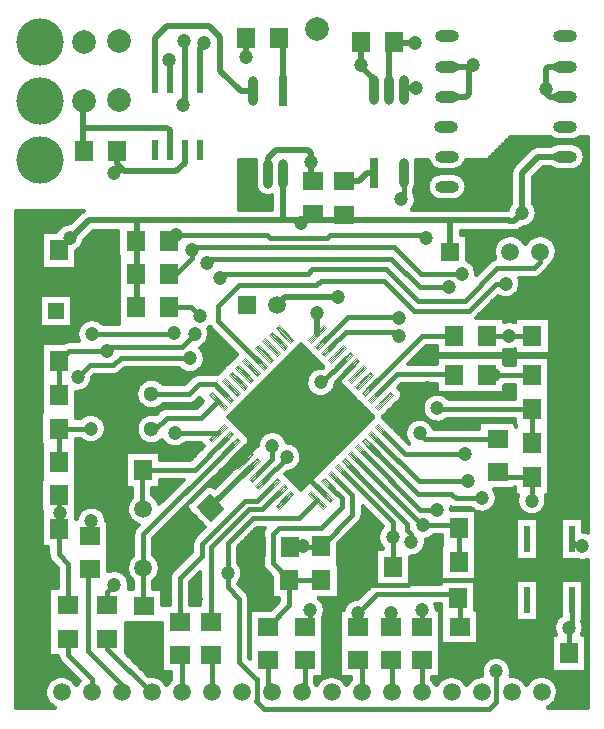
<source format=gtl>
%FSLAX43Y43*%
%MOMM*%
G71*
G01*
G75*
G04 Layer_Physical_Order=1*
%ADD10C,0.300*%
%ADD11R,0.600X2.200*%
%ADD12R,0.600X2.200*%
%ADD13R,1.600X1.800*%
%ADD14O,2.000X1.000*%
%ADD15R,2.000X1.000*%
%ADD16R,0.800X2.500*%
%ADD17O,0.800X2.500*%
%ADD18R,0.600X1.700*%
%ADD19R,0.600X1.700*%
%ADD20R,1.800X1.600*%
%ADD21C,0.125*%
%ADD22C,0.400*%
%ADD23C,0.500*%
%ADD24R,1.400X1.400*%
%ADD25C,1.400*%
%ADD26C,4.000*%
%ADD27C,2.000*%
%ADD28C,1.500*%
%ADD29R,1.500X1.500*%
%ADD30R,1.300X1.300*%
%ADD31C,1.300*%
%ADD32C,1.200*%
%ADD33C,1.270*%
D10*
X47785Y48840D02*
G03*
X48543Y49125I0J1150D01*
G01*
X48935Y47465D02*
G03*
X47785Y48615I-1150J0D01*
G01*
X46027Y49125D02*
G03*
X46785Y48840I758J865D01*
G01*
Y48615D02*
G03*
X46069Y48365I0J-1150D01*
G01*
X47785Y46315D02*
G03*
X48935Y47465I0J1150D01*
G01*
X46069Y46565D02*
G03*
X46785Y46315I716J900D01*
G01*
X45015Y48365D02*
G03*
X44379Y48101I0J-900D01*
G01*
X45015Y48365D02*
G03*
X44378Y48101I0J-900D01*
G01*
X42989Y46712D02*
G03*
X42725Y46075I636J-637D01*
G01*
X42989Y46711D02*
G03*
X42725Y46075I636J-636D01*
G01*
X44875Y42700D02*
G03*
X44525Y43567I-1250J0D01*
G01*
X43648Y41450D02*
G03*
X44875Y42700I-23J1250D01*
G01*
X46587Y39416D02*
G03*
X43917Y40005I-1400J0D01*
G01*
X42975Y41150D02*
G03*
X43612Y41414I0J900D01*
G01*
X43917Y40005D02*
G03*
X41375Y38832I-1270J-589D01*
G01*
X42725Y43567D02*
G03*
X42406Y42975I900J-867D01*
G01*
X42975Y41150D02*
G03*
X43611Y41414I0J900D01*
G01*
X42289Y41175D02*
G03*
X42500Y41150I211J875D01*
G01*
X45962Y38250D02*
G03*
X46587Y39416I-775J1166D01*
G01*
X45763Y37936D02*
G03*
X45962Y38250I-601J601D01*
G01*
X45763Y37936D02*
G03*
X45962Y38250I-601J601D01*
G01*
X44625Y37150D02*
G03*
X45226Y37399I0J850D01*
G01*
X44625Y37150D02*
G03*
X45226Y37399I0J850D01*
G01*
X43500Y36700D02*
G03*
X43416Y37150I-1250J0D01*
G01*
X41575Y35648D02*
G03*
X43500Y36700I675J1052D01*
G01*
X43062Y33434D02*
G03*
X42138Y33473I-512J-1140D01*
G01*
Y31113D02*
G03*
X43062Y31153I412J1180D01*
G01*
X41375Y38832D02*
G03*
X40949Y38601I175J-832D01*
G01*
X41375Y38832D02*
G03*
X40949Y38601I175J-832D01*
G01*
X39775Y37550D02*
G03*
X38967Y38719I-1250J0D01*
G01*
X39768Y37420D02*
G03*
X39775Y37550I-1243J130D01*
G01*
X37785Y46315D02*
G03*
X38898Y47175I0J1150D01*
G01*
X35672D02*
G03*
X36785Y46315I1113J290D01*
G01*
X38935Y44915D02*
G03*
X37785Y46065I-1150J0D01*
G01*
Y43765D02*
G03*
X38935Y44915I0J1150D01*
G01*
X36785Y46065D02*
G03*
X36785Y43765I0J-1150D01*
G01*
X34669Y46926D02*
G03*
X34639Y47175I-1050J0D01*
G01*
X34469Y44610D02*
G03*
X34669Y45226I-850J616D01*
G01*
X34650Y43850D02*
G03*
X34469Y44499I-1250J0D01*
G01*
X34293Y42975D02*
G03*
X34650Y43850I-893J875D01*
G01*
X37445Y26932D02*
G03*
X37270Y25232I-995J-757D01*
G01*
X45700Y18350D02*
G03*
X45623Y18782I-1250J0D01*
G01*
X49200Y15631D02*
G03*
X48805Y15722I-475J-1156D01*
G01*
X48180Y13350D02*
G03*
X49200Y13319I545J1125D01*
G01*
X43277Y18782D02*
G03*
X45700Y18350I1173J-432D01*
G01*
X48850Y7575D02*
G03*
X48710Y8150I-1250J0D01*
G01*
X48693Y6968D02*
G03*
X48850Y7575I-1093J607D01*
G01*
X46905Y8614D02*
G03*
X46507Y6968I695J-1039D01*
G01*
X46680Y2100D02*
G03*
X44010Y2689I-1400J0D01*
G01*
X45800Y800D02*
G03*
X46680Y2100I-520J1300D01*
G01*
X44010Y2689D02*
G03*
X42641Y3497I-1270J-589D01*
G01*
X41500Y18550D02*
G03*
X41241Y19312I-1250J0D01*
G01*
X39333Y17700D02*
G03*
X39491Y17557I917J850D01*
G01*
X37632Y17784D02*
G03*
X38000Y17700I368J766D01*
G01*
X37632Y17784D02*
G03*
X38000Y17700I368J766D01*
G01*
X39737Y17410D02*
G03*
X41500Y18550I513J1140D01*
G01*
X39491Y17557D02*
G03*
X39737Y17410I759J993D01*
G01*
X37650Y17575D02*
G03*
X37632Y17784I-1250J0D01*
G01*
X35485Y15043D02*
G03*
X36192Y15425I-210J1232D01*
G01*
X35500Y14850D02*
G03*
X35485Y15043I-1250J0D01*
G01*
X34137Y13605D02*
G03*
X35500Y14850I113J1245D01*
G01*
X36163Y24412D02*
G03*
X34082Y23150I-1188J-387D01*
G01*
X31831Y16161D02*
G03*
X31837Y14333I856J-911D01*
G01*
X29876Y16543D02*
G03*
X30125Y17144I-601J601D01*
G01*
X29876Y16543D02*
G03*
X30125Y17144I-601J601D01*
G01*
X36400Y9087D02*
G03*
X36296Y9575I-1250J-12D01*
G01*
X42700Y3875D02*
G03*
X40258Y3499I-1250J0D01*
G01*
X42641Y3497D02*
G03*
X42700Y3875I-1191J378D01*
G01*
X40258Y3499D02*
G03*
X38930Y2689I-58J-1399D01*
G01*
G03*
X36390Y2689I-1270J-589D01*
G01*
G03*
X35970Y3212I-1270J-589D01*
G01*
X31363Y11275D02*
G03*
X31237Y11266I0J-850D01*
G01*
X31363Y11275D02*
G03*
X31237Y11266I0J-850D01*
G01*
G03*
X30762Y11026I126J-841D01*
G01*
X31237Y11266D02*
G03*
X30762Y11026I126J-841D01*
G01*
X29772Y10036D02*
G03*
X28518Y9112I-47J-1249D01*
G01*
X29190Y3212D02*
G03*
X28770Y2689I850J-1112D01*
G01*
X21051Y45174D02*
G03*
X22471Y44191I1050J0D01*
G01*
X21095Y47175D02*
G03*
X21051Y46874I1006J-301D01*
G01*
X26734Y29593D02*
G03*
X27849Y28304I-134J-1243D01*
G01*
X17220Y33057D02*
G03*
X17324Y32930I705J475D01*
G01*
X17220Y33057D02*
G03*
X17324Y32930I705J475D01*
G01*
X17053Y32934D02*
G03*
X17220Y33057I-653J1066D01*
G01*
X17150Y32450D02*
G03*
X17053Y32934I-1250J0D01*
G01*
X16373Y31293D02*
G03*
X17150Y32450I-473J1157D01*
G01*
X16775Y30375D02*
G03*
X16373Y31293I-1250J0D01*
G01*
X14544Y29600D02*
G03*
X16775Y30375I981J775D01*
G01*
X23714Y23275D02*
G03*
X21251Y22922I-1214J-300D01*
G01*
X24950Y22025D02*
G03*
X23714Y23275I-1250J0D01*
G01*
X17819Y29021D02*
G03*
X17600Y29050I-219J-821D01*
G01*
X17819Y29021D02*
G03*
X17600Y29050I-219J-821D01*
G01*
X16275D02*
G03*
X15674Y28801I0J-850D01*
G01*
X16275Y29050D02*
G03*
X15674Y28801I0J-850D01*
G01*
X15438Y26513D02*
G03*
X16039Y26762I0J850D01*
G01*
X15438Y26513D02*
G03*
X16039Y26762I0J850D01*
G01*
X13242Y28213D02*
G03*
X13242Y26513I-984J-850D01*
G01*
X13575Y26225D02*
G03*
X12974Y25976I0J-850D01*
G01*
X13575Y26225D02*
G03*
X12974Y25976I0J-850D01*
G01*
X13164Y23456D02*
G03*
X15139Y23196I1086J619D01*
G01*
X12631Y25633D02*
G03*
X13164Y23456I-373J-1245D01*
G01*
X6532Y42875D02*
G03*
X6308Y42711I412J-800D01*
G01*
X6532Y42875D02*
G03*
X6307Y42711I412J-800D01*
G01*
X5863Y39460D02*
G03*
X6591Y40449I-513J1140D01*
G01*
X8142Y33300D02*
G03*
X6128Y31850I-917J-850D01*
G01*
X5443Y41847D02*
G03*
X4201Y41093I-93J-1247D01*
G01*
X9025Y28975D02*
G03*
X9626Y29224I0J850D01*
G01*
X9025Y28975D02*
G03*
X9626Y29224I0J850D01*
G01*
X5880Y27556D02*
G03*
X7250Y28800I120J1244D01*
G01*
X8395Y24445D02*
G03*
X6228Y25295I-1250J0D01*
G01*
Y23595D02*
G03*
X8395Y24445I917J850D01*
G01*
X5273Y31850D02*
G03*
X4776Y31690I0J-850D01*
G01*
X5273Y31850D02*
G03*
X4776Y31690I0J-850D01*
G01*
X23715Y20775D02*
G03*
X24950Y22025I-15J1250D01*
G01*
X21838Y16025D02*
G03*
X21675Y15525I687J-500D01*
G01*
X21838Y16025D02*
G03*
X21675Y15525I687J-500D01*
G01*
X15956Y15273D02*
G03*
X15707Y14672I601J-601D01*
G01*
X15956Y15273D02*
G03*
X15707Y14672I601J-601D01*
G01*
X21675Y13029D02*
G03*
X21924Y12428I850J0D01*
G01*
X21675Y13029D02*
G03*
X21924Y12428I850J0D01*
G01*
X19585Y11317D02*
G03*
X19950Y12200I-885J883D01*
G01*
X20500Y10050D02*
G03*
X20251Y10651I-850J0D01*
G01*
X20500Y10050D02*
G03*
X20251Y10651I-850J0D01*
G01*
X28770Y2689D02*
G03*
X26230Y2689I-1270J-589D01*
G01*
X26950Y9075D02*
G03*
X26412Y10103I-1250J0D01*
G01*
X26793Y8469D02*
G03*
X26950Y9075I-1093J606D01*
G01*
X26230Y2689D02*
G03*
X26093Y2922I-1270J-589D01*
G01*
X19950Y12200D02*
G03*
X19550Y13117I-1250J0D01*
G01*
X14056Y12389D02*
G03*
X13807Y11787I601J-601D01*
G01*
X14056Y12389D02*
G03*
X13807Y11787I601J-601D01*
G01*
X13950Y3212D02*
G03*
X13530Y2689I850J-1112D01*
G01*
G03*
X12044Y3483I-1270J-589D01*
G01*
X12912Y18033D02*
G03*
X12343Y18788I-1337J-416D01*
G01*
X10643Y18662D02*
G03*
X11159Y16280I932J-1045D01*
G01*
X10974Y16095D02*
G03*
X10725Y15494I601J-601D01*
G01*
X10974Y16095D02*
G03*
X10725Y15494I601J-601D01*
G01*
X12975Y12617D02*
G03*
X12425Y13730I-1400J0D01*
G01*
X8414Y16762D02*
G03*
X5936Y16762I-1239J-162D01*
G01*
X8425Y16600D02*
G03*
X8414Y16762I-1250J0D01*
G01*
X12425Y11505D02*
G03*
X12975Y12617I-850J1112D01*
G01*
X10725Y13730D02*
G03*
X10725Y11505I850J-1112D01*
G01*
X10375Y11225D02*
G03*
X8618Y12368I-1250J0D01*
G01*
X10329Y10888D02*
G03*
X10375Y11225I-1204J337D01*
G01*
X4321Y5212D02*
G03*
X4567Y4681I847J69D01*
G01*
X4321Y5212D02*
G03*
X4567Y4681I847J69D01*
G01*
X6174Y3074D02*
G03*
X5910Y2689I1006J-974D01*
G01*
X3538Y13787D02*
G03*
X3787Y13186I850J0D01*
G01*
X3538Y13787D02*
G03*
X3787Y13186I850J0D01*
G01*
X5910Y2689D02*
G03*
X4120Y800I-1270J-589D01*
G01*
X15337Y14748D02*
X14277Y15809D01*
X15196Y16728D01*
X16257Y15667D01*
X15337Y14748D01*
Y15102D02*
X14630Y15809D01*
X15196Y16374D01*
X15903Y15667D01*
X15337Y15102D01*
Y15455D02*
X14984Y15809D01*
X15196Y16021D01*
X15550Y15667D01*
X15337Y15455D01*
X15267Y15720D02*
Y15756D01*
X17317Y16728D02*
X16257Y17789D01*
X17176Y18708D01*
X18237Y17647D01*
X17317Y16728D01*
Y17082D02*
X16610Y17789D01*
X17176Y18354D01*
X17883Y17647D01*
X17317Y17082D01*
Y17435D02*
X16964Y17789D01*
X17176Y18001D01*
X17529Y17647D01*
X17317Y17435D01*
X17247Y17700D02*
Y17736D01*
X48514Y49100D02*
X49200D01*
X48543Y49125D02*
X49200D01*
X48370Y49000D02*
X49200D01*
X48400Y48437D02*
Y49018D01*
X48300Y48493D02*
Y48961D01*
X48900Y47748D02*
Y49125D01*
X48800Y48006D02*
Y49125D01*
X48700Y48162D02*
Y49125D01*
X48600Y48277D02*
Y49125D01*
X48500Y48366D02*
Y49089D01*
X48152Y48900D02*
X49200D01*
X48100Y48571D02*
Y48884D01*
X48000Y48595D02*
Y48860D01*
X46785Y48840D02*
X47785D01*
X47970Y48600D02*
X49200D01*
X48200Y48537D02*
Y48917D01*
X47900Y48609D02*
Y48846D01*
X48803Y48000D02*
X49200D01*
X48850Y47900D02*
X49200D01*
X48885Y47800D02*
X49200D01*
X48911Y47700D02*
X49200D01*
X48927Y47600D02*
X49200D01*
X48935Y47500D02*
X49200D01*
X48933Y47400D02*
X49200D01*
X48923Y47300D02*
X49200D01*
X48904Y47200D02*
X49200D01*
X48876Y47100D02*
X49200D01*
X48455Y48400D02*
X49200D01*
X48286Y48500D02*
X49200D01*
X48576Y48300D02*
X49200D01*
X48670Y48200D02*
X49200D01*
X48744Y48100D02*
X49200D01*
X48837Y47000D02*
X49200D01*
X48787Y46900D02*
X49200D01*
X48723Y46800D02*
X49200D01*
X48644Y46700D02*
X49200D01*
X46200Y48455D02*
Y49000D01*
X46100Y48388D02*
Y49066D01*
X46000Y48365D02*
Y49125D01*
X45900Y48365D02*
Y49125D01*
X45800Y48365D02*
Y49125D01*
X45700Y48365D02*
Y49125D01*
X45600Y48365D02*
Y49125D01*
X45500Y48365D02*
Y49125D01*
X45400Y48365D02*
Y49125D01*
X45300Y48365D02*
Y49125D01*
X45200Y48365D02*
Y49125D01*
X45100Y48365D02*
Y49125D01*
X45000Y48365D02*
Y49125D01*
X44900Y48357D02*
Y49125D01*
X44800Y48339D02*
Y49125D01*
X44700Y48308D02*
Y49125D01*
X44600Y48263D02*
Y49125D01*
X44500Y48203D02*
Y49125D01*
X47800Y48615D02*
Y48840D01*
X47700Y48615D02*
Y48840D01*
X47600Y48615D02*
Y48840D01*
X47500Y48615D02*
Y48840D01*
X47400Y48615D02*
Y48840D01*
X47300Y48615D02*
Y48840D01*
X47200Y48615D02*
Y48840D01*
X47100Y48615D02*
Y48840D01*
X47000Y48615D02*
Y48840D01*
X46900Y48615D02*
Y48840D01*
X46800Y48615D02*
Y48840D01*
X46700Y48612D02*
Y48843D01*
X46785Y48615D02*
X47785D01*
X46600Y48600D02*
Y48855D01*
X46500Y48579D02*
Y48876D01*
X46400Y48548D02*
Y48906D01*
X46300Y48507D02*
Y48947D01*
X45015Y48365D02*
X46069D01*
X48543Y46600D02*
X49200D01*
X48411Y46500D02*
X49200D01*
X48219Y46400D02*
X49200D01*
X45123Y46300D02*
X49200D01*
X45023Y46200D02*
X49200D01*
X44923Y46100D02*
X49200D01*
X44823Y46000D02*
X49200D01*
X44723Y45900D02*
X49200D01*
X44623Y45800D02*
X49200D01*
X44525Y45700D02*
X49200D01*
X44525Y45600D02*
X49200D01*
X44525Y45500D02*
X49200D01*
X44525Y45400D02*
X49200D01*
X44525Y45300D02*
X49200D01*
X44525Y45200D02*
X49200D01*
X44525Y45100D02*
X49200D01*
X44525Y45000D02*
X49200D01*
X44525Y44900D02*
X49200D01*
X44525Y44800D02*
X49200D01*
X44809Y43100D02*
X49200D01*
X44722Y43300D02*
X49200D01*
X44839Y43000D02*
X49200D01*
X44859Y42900D02*
X49200D01*
X44871Y42800D02*
X49200D01*
X44875Y42700D02*
X49200D01*
X44871Y42600D02*
X49200D01*
X44859Y42500D02*
X49200D01*
X44838Y42400D02*
X49200D01*
X44809Y42300D02*
X49200D01*
X44525Y44700D02*
X49200D01*
X44525Y44600D02*
X49200D01*
X44586Y43500D02*
X49200D01*
X44661Y43400D02*
X49200D01*
X44771Y43200D02*
X49200D01*
X44771Y42200D02*
X49200D01*
X44722Y42100D02*
X49200D01*
X44661Y42000D02*
X49200D01*
X44585Y41900D02*
X49200D01*
X46100Y40477D02*
Y46541D01*
X45900Y40621D02*
Y46565D01*
X45800Y40674D02*
Y46565D01*
X46500Y39902D02*
Y46351D01*
X46300Y40265D02*
Y46422D01*
X46400Y40115D02*
Y46381D01*
X46000Y40556D02*
Y46565D01*
X46200Y40382D02*
Y46475D01*
X45388Y46565D02*
X46069D01*
X45323Y46500D02*
X46160D01*
X45223Y46400D02*
X46351D01*
X44525Y45702D02*
X45388Y46565D01*
X45300Y40811D02*
Y46477D01*
X45700Y40718D02*
Y46565D01*
X45600Y40753D02*
Y46565D01*
X45500Y40780D02*
Y46565D01*
X45400Y40799D02*
Y46565D01*
X46785Y46315D02*
X47785D01*
X45397Y40800D02*
X49200D01*
X45745Y40700D02*
X49200D01*
X45200Y40816D02*
Y46377D01*
X45100Y40813D02*
Y46277D01*
X46073Y40500D02*
X49200D01*
X45934Y40600D02*
X49200D01*
X46183Y40400D02*
X49200D01*
X46273Y40300D02*
X49200D01*
X46347Y40200D02*
X49200D01*
X45000Y40803D02*
Y46177D01*
X44800Y43127D02*
Y45977D01*
X44700Y43338D02*
Y45877D01*
X44600Y43482D02*
Y45777D01*
X44525Y43567D02*
Y45702D01*
X44900Y40786D02*
Y46077D01*
X44800Y40761D02*
Y42273D01*
X44700Y40728D02*
Y42062D01*
X44600Y40686D02*
Y41918D01*
X44400Y48122D02*
Y49125D01*
X44300Y48022D02*
Y49125D01*
X44200Y47922D02*
Y49125D01*
X44100Y47822D02*
Y49125D01*
X44000Y47722D02*
Y49125D01*
X43900Y47622D02*
Y49125D01*
X43800Y47522D02*
Y49125D01*
X43700Y47422D02*
Y49125D01*
X43600Y47322D02*
Y49125D01*
X43500Y47222D02*
Y49125D01*
X42550Y49000D02*
X46200D01*
X42450Y48900D02*
X46418D01*
X42350Y48800D02*
X49200D01*
X42650Y49100D02*
X46057D01*
X42675Y49125D02*
X46027D01*
X42250Y48700D02*
X49200D01*
X42150Y48600D02*
X46600D01*
X43400Y47122D02*
Y49125D01*
X42050Y48500D02*
X46284D01*
X41950Y48400D02*
X46116D01*
X41850Y48300D02*
X44679D01*
X41750Y48200D02*
X44496D01*
X44525Y44500D02*
X49200D01*
X44525Y44400D02*
X49200D01*
X44525Y44300D02*
X49200D01*
X41650Y48100D02*
X44377D01*
X42989Y46712D02*
X44378Y48101D01*
X41550Y48000D02*
X44277D01*
X41450Y47900D02*
X44177D01*
X41350Y47800D02*
X44077D01*
X41250Y47700D02*
X43977D01*
X41150Y47600D02*
X43877D01*
X41050Y47500D02*
X43777D01*
X40950Y47400D02*
X43677D01*
X40850Y47300D02*
X43577D01*
X40750Y47200D02*
X43477D01*
X43300Y47022D02*
Y49125D01*
X43200Y46922D02*
Y49125D01*
X38876Y47100D02*
X43377D01*
X43100Y46822D02*
Y49125D01*
X40725Y47175D02*
X42675Y49125D01*
X43000Y46722D02*
Y49125D01*
X42900Y46608D02*
Y49125D01*
X42800Y46434D02*
Y49125D01*
X38837Y47000D02*
X43277D01*
X38787Y46900D02*
X43177D01*
X38723Y46800D02*
X43077D01*
X38644Y46700D02*
X42977D01*
X38543Y46600D02*
X42894D01*
X38411Y46500D02*
X42832D01*
X38219Y46400D02*
X42786D01*
X34669Y46300D02*
X42754D01*
X34669Y46200D02*
X42734D01*
X38828Y45400D02*
X42725D01*
X38869Y45300D02*
X42725D01*
X38899Y45200D02*
X42725D01*
X38920Y45100D02*
X42725D01*
X38932Y45000D02*
X42725D01*
X38935Y44900D02*
X42725D01*
X38929Y44800D02*
X42725D01*
X38915Y44700D02*
X42725D01*
X38891Y44600D02*
X42725D01*
X38858Y44500D02*
X42725D01*
X38166Y46000D02*
X42725D01*
X34669Y46100D02*
X42725D01*
X38379Y45900D02*
X42725D01*
X38520Y45800D02*
X42725D01*
X38626Y45700D02*
X42725D01*
X38709Y45600D02*
X42725D01*
X38775Y45500D02*
X42725D01*
X38813Y44400D02*
X42725D01*
X38757Y44300D02*
X42725D01*
X44525Y44200D02*
X49200D01*
X44525Y44100D02*
X49200D01*
X44525Y44000D02*
X49200D01*
X44525Y43900D02*
X49200D01*
X44525Y43800D02*
X49200D01*
X44525Y43700D02*
X49200D01*
X44525Y43600D02*
X49200D01*
X44492Y41800D02*
X49200D01*
X44500Y40635D02*
Y41807D01*
X44375Y41700D02*
X49200D01*
X44218Y41600D02*
X49200D01*
X43974Y41500D02*
X49200D01*
X44400Y40573D02*
Y41719D01*
X44300Y40498D02*
Y41648D01*
X44200Y40408D02*
Y41590D01*
X44100Y40297D02*
Y41544D01*
X44000Y40157D02*
Y41508D01*
X43597Y41400D02*
X49200D01*
X43472Y41300D02*
X49200D01*
X43533Y40500D02*
X44302D01*
X43700Y40339D02*
Y41452D01*
X43643Y40400D02*
X44192D01*
X43733Y40300D02*
X44102D01*
X43807Y40200D02*
X44027D01*
X43900Y40041D02*
Y41481D01*
X43800Y40210D02*
Y41462D01*
X43270Y41200D02*
X49200D01*
X38442Y41100D02*
X49200D01*
X38442Y41000D02*
X49200D01*
X38442Y40900D02*
X49200D01*
X42857Y40800D02*
X44978D01*
X43205Y40700D02*
X44630D01*
X43394Y40600D02*
X44440D01*
X38686Y44200D02*
X42725D01*
X38597Y44100D02*
X42725D01*
X38482Y44000D02*
X42725D01*
Y43567D02*
Y46075D01*
X38326Y43900D02*
X42725D01*
X42700Y43541D02*
Y49125D01*
X42600Y43415D02*
Y49050D01*
X42500Y43245D02*
Y48950D01*
X42400Y42975D02*
Y48850D01*
X38067Y43800D02*
X42725D01*
X34641Y43700D02*
X42725D01*
X34625Y43600D02*
X42725D01*
X34600Y43500D02*
X42664D01*
X34566Y43400D02*
X42589D01*
X34522Y43300D02*
X42528D01*
X34468Y43200D02*
X42479D01*
X34400Y43100D02*
X42441D01*
X37525Y42975D02*
X42406D01*
X43300Y40654D02*
Y41211D01*
X43100Y40740D02*
Y41159D01*
X43000Y40770D02*
Y41150D01*
X42900Y40793D02*
Y41150D01*
X43600Y40442D02*
Y41402D01*
X43500Y40526D02*
Y41319D01*
X43400Y40596D02*
Y41257D01*
X43200Y40702D02*
Y41179D01*
X42800Y40807D02*
Y41150D01*
X42500D02*
X42975D01*
X42700Y40815D02*
Y41150D01*
X34316Y43000D02*
X42411D01*
X42600Y40815D02*
Y41150D01*
X42500Y40808D02*
Y41150D01*
X42400Y40794D02*
Y41156D01*
X38967Y40800D02*
X42438D01*
X46501Y39900D02*
X49200D01*
X46533Y39800D02*
X49200D01*
X46558Y39700D02*
X49200D01*
X46575Y39600D02*
X49200D01*
X46585Y39500D02*
X49200D01*
X46587Y39400D02*
X49200D01*
X46582Y39300D02*
X49200D01*
X46570Y39200D02*
X49200D01*
X46551Y39100D02*
X49200D01*
X46524Y39000D02*
X49200D01*
X46409Y40100D02*
X49200D01*
X46459Y40000D02*
X49200D01*
X46489Y38900D02*
X49200D01*
X46445Y38800D02*
X49200D01*
X46390Y38700D02*
X49200D01*
X46325Y38600D02*
X49200D01*
X46246Y38500D02*
X49200D01*
X46151Y38400D02*
X49200D01*
X46033Y38300D02*
X49200D01*
X45942Y38200D02*
X49200D01*
X45891Y38100D02*
X49200D01*
X45962Y33800D02*
X49200D01*
X45962Y33700D02*
X49200D01*
X45962Y33600D02*
X49200D01*
X45962Y33500D02*
X49200D01*
X45962Y33400D02*
X49200D01*
X45962Y33300D02*
X49200D01*
X45962Y33200D02*
X49200D01*
X45962Y33100D02*
X49200D01*
X45821Y38000D02*
X49200D01*
X45727Y37900D02*
X49200D01*
X45627Y37800D02*
X49200D01*
X45527Y37700D02*
X49200D01*
X45427Y37600D02*
X49200D01*
X45327Y37500D02*
X49200D01*
X45227Y37400D02*
X49200D01*
X45107Y37300D02*
X49200D01*
X44912Y37200D02*
X49200D01*
X45900Y33832D02*
Y38115D01*
X45800Y33832D02*
Y37975D01*
X45962Y33000D02*
X49200D01*
X45962Y32900D02*
X49200D01*
X45962Y32800D02*
X49200D01*
X45962Y30732D02*
Y33832D01*
Y32700D02*
X49200D01*
X45700Y33832D02*
Y37873D01*
X45226Y37399D02*
X45763Y37936D01*
X45600Y33832D02*
Y37773D01*
X45500Y33832D02*
Y37673D01*
X45400Y33832D02*
Y37573D01*
X45300Y33832D02*
Y37473D01*
X45200Y33832D02*
Y37374D01*
X45100Y33832D02*
Y37295D01*
X45000Y33832D02*
Y37237D01*
X45962Y32600D02*
X49200D01*
X45962Y32500D02*
X49200D01*
X45962Y32400D02*
X49200D01*
X45962Y32300D02*
X49200D01*
X45962Y32200D02*
X49200D01*
X45962Y32100D02*
X49200D01*
X45962Y32000D02*
X49200D01*
X45962Y31900D02*
X49200D01*
X45962Y31800D02*
X49200D01*
X45962Y31700D02*
X49200D01*
X45962Y31600D02*
X49200D01*
X45962Y31500D02*
X49200D01*
X45962Y31400D02*
X49200D01*
X45962Y31300D02*
X49200D01*
X45962Y31200D02*
X49200D01*
X45962Y31100D02*
X49200D01*
X45962Y31000D02*
X49200D01*
X45962Y30900D02*
X49200D01*
X45962Y30800D02*
X49200D01*
X45912Y30500D02*
X49200D01*
X45912Y30400D02*
X49200D01*
X45912Y30300D02*
X49200D01*
X45912Y30200D02*
X49200D01*
X45912Y30100D02*
X49200D01*
X45912Y30000D02*
X49200D01*
X45912Y29900D02*
X49200D01*
X45912Y29800D02*
X49200D01*
X45912Y29700D02*
X49200D01*
X45912Y29600D02*
X49200D01*
X45912Y29500D02*
X49200D01*
X45912Y29400D02*
X49200D01*
X45912Y29300D02*
X49200D01*
X45912Y29200D02*
X49200D01*
X45912Y29100D02*
X49200D01*
X45912Y29000D02*
X49200D01*
X45912Y28900D02*
X49200D01*
X45912Y28800D02*
X49200D01*
X45912Y28700D02*
X49200D01*
X45912Y28600D02*
X49200D01*
X45912Y28500D02*
X49200D01*
X45912Y28400D02*
X49200D01*
X45912Y28300D02*
X49200D01*
X45912Y28200D02*
X49200D01*
X45912Y28100D02*
X49200D01*
X45912Y28000D02*
X49200D01*
X45912Y27900D02*
X49200D01*
X45912Y27800D02*
X49200D01*
X45912Y27700D02*
X49200D01*
X45937Y27600D02*
X49200D01*
X45937Y27500D02*
X49200D01*
X45937Y27400D02*
X49200D01*
X45937Y27300D02*
X49200D01*
X45937Y27200D02*
X49200D01*
X45937Y27100D02*
X49200D01*
X45937Y27000D02*
X49200D01*
X45937Y26900D02*
X49200D01*
X45937Y26800D02*
X49200D01*
X45900Y30532D02*
Y30732D01*
X45937Y26700D02*
X49200D01*
X45937Y26600D02*
X49200D01*
X45912Y27632D02*
Y30532D01*
Y27432D02*
Y27632D01*
X45937Y26500D02*
X49200D01*
X45937Y26400D02*
X49200D01*
X45937Y26300D02*
X49200D01*
X45937Y24732D02*
Y27632D01*
Y26200D02*
X49200D01*
X45800Y30532D02*
Y30732D01*
X45700Y30532D02*
Y30732D01*
X45600Y30532D02*
Y30732D01*
X45500Y30532D02*
Y30732D01*
X45400Y30532D02*
Y30732D01*
X45300Y30532D02*
Y30732D01*
X45200Y30532D02*
Y30732D01*
X45100Y30532D02*
Y30732D01*
X45000Y30532D02*
Y30732D01*
X45937Y26100D02*
X49200D01*
X45937Y26000D02*
X49200D01*
X45937Y25900D02*
X49200D01*
X45937Y25800D02*
X49200D01*
X45937Y25700D02*
X49200D01*
X45937Y25600D02*
X49200D01*
X45937Y25500D02*
X49200D01*
X45937Y25400D02*
X49200D01*
X45937Y25300D02*
X49200D01*
X45937Y25200D02*
X49200D01*
X45937Y25100D02*
X49200D01*
X45937Y25000D02*
X49200D01*
X45937Y24900D02*
X49200D01*
X45937Y24800D02*
X49200D01*
X45937Y24700D02*
X49200D01*
X45937Y24600D02*
X49200D01*
X45937Y24532D02*
Y24732D01*
Y24532D02*
Y24732D01*
X43484Y36900D02*
X49200D01*
X43434Y37100D02*
X49200D01*
X43496Y36800D02*
X49200D01*
X43500Y36700D02*
X49200D01*
X43496Y36600D02*
X49200D01*
X43484Y36500D02*
X49200D01*
X44900Y33832D02*
Y37196D01*
X44800Y33832D02*
Y37168D01*
X43464Y37000D02*
X49200D01*
X43463Y36400D02*
X49200D01*
X43434Y36300D02*
X49200D01*
X43396Y36200D02*
X49200D01*
X43347Y36100D02*
X49200D01*
X43286Y36000D02*
X49200D01*
X43210Y35900D02*
X49200D01*
X43117Y35800D02*
X49200D01*
X43000Y35700D02*
X49200D01*
X42843Y35600D02*
X49200D01*
X42600Y35500D02*
X49200D01*
X41327Y35400D02*
X49200D01*
X41227Y35300D02*
X49200D01*
X41127Y35200D02*
X49200D01*
X41027Y35100D02*
X49200D01*
X40927Y35000D02*
X49200D01*
X40827Y34900D02*
X49200D01*
X40727Y34800D02*
X49200D01*
X43062Y33832D02*
X45962D01*
X40627Y34700D02*
X49200D01*
X40527Y34600D02*
X49200D01*
X40427Y34500D02*
X49200D01*
X40327Y34400D02*
X49200D01*
X40227Y34300D02*
X49200D01*
X40127Y34200D02*
X49200D01*
X40027Y34100D02*
X49200D01*
X39927Y34000D02*
X49200D01*
X39827Y33900D02*
X49200D01*
X44700Y33832D02*
Y37153D01*
X44600Y33832D02*
Y37150D01*
X44500Y33832D02*
Y37150D01*
X44400Y33832D02*
Y37150D01*
X44300Y33832D02*
Y37150D01*
X44200Y33832D02*
Y37150D01*
X44100Y33832D02*
Y37150D01*
X44000Y33832D02*
Y37150D01*
X43900Y33832D02*
Y37150D01*
X43800Y33832D02*
Y37150D01*
X43700Y33832D02*
Y37150D01*
X43416D02*
X44625D01*
X43500Y36720D02*
Y37150D01*
X43600Y33832D02*
Y37150D01*
X43500Y33832D02*
Y36680D01*
X43400Y33832D02*
Y36210D01*
X43300Y33832D02*
Y36022D01*
X43200Y33832D02*
Y35887D01*
X43100Y33832D02*
Y35783D01*
X42877Y33500D02*
X43062D01*
X42900Y33493D02*
Y35632D01*
X42800Y33518D02*
Y35577D01*
X43062Y33434D02*
Y33832D01*
X43000Y33460D02*
Y35700D01*
X42921Y31100D02*
X43062D01*
X42700Y33534D02*
Y35534D01*
X42600Y33542D02*
Y35500D01*
X42138Y33800D02*
X43062D01*
X42138Y33700D02*
X43062D01*
X42138Y33600D02*
X43062D01*
X42500Y33542D02*
Y35475D01*
X42400Y33534D02*
Y35459D01*
X42138Y31000D02*
X43062D01*
X42138Y30900D02*
X43062D01*
X44900Y30532D02*
Y30732D01*
X44800Y30532D02*
Y30732D01*
X44700Y30532D02*
Y30732D01*
X44600Y30532D02*
Y30732D01*
X44500Y30532D02*
Y30732D01*
X44400Y30532D02*
Y30732D01*
X44300Y30532D02*
Y30732D01*
X44200Y30532D02*
Y30732D01*
X44100Y30532D02*
Y30732D01*
X44000Y30532D02*
Y30732D01*
X43062D02*
X45962D01*
X34771Y30700D02*
X49200D01*
X43900Y30532D02*
Y30732D01*
X43062D02*
Y31153D01*
X42138Y30800D02*
X43062D01*
X43800Y30532D02*
Y30732D01*
X43700Y30532D02*
Y30732D01*
X43600Y30532D02*
Y30732D01*
X43500Y30532D02*
Y30732D01*
X43400Y30532D02*
Y30732D01*
X43300Y30532D02*
Y30732D01*
X43012Y30532D02*
X45912D01*
X43200D02*
Y30732D01*
X43100Y30532D02*
Y30732D01*
X43012Y29843D02*
Y30532D01*
X42138Y30500D02*
X43012D01*
X42138Y30400D02*
X43012D01*
X42167Y29843D02*
X43012D01*
X42202Y28143D02*
X43012D01*
X42138Y30300D02*
X43012D01*
X34671Y30600D02*
X49200D01*
X42138Y30200D02*
X43012D01*
X42138Y30100D02*
X43012D01*
X42138Y30000D02*
X43012D01*
X42138Y29900D02*
X43012D01*
X42138Y28000D02*
X43012D01*
X42138Y27900D02*
X43012D01*
X42138Y27800D02*
X43012D01*
X43000Y29843D02*
Y31127D01*
X42900Y29843D02*
Y31093D01*
X43012Y27432D02*
Y28143D01*
X42800Y29843D02*
Y31069D01*
X42700Y29843D02*
Y31052D01*
X43000Y26932D02*
Y28143D01*
X42900Y26932D02*
Y28143D01*
X43037Y27432D02*
Y27632D01*
X42800Y26932D02*
Y28143D01*
X42700Y26932D02*
Y28143D01*
X42600Y29843D02*
Y31044D01*
X42138Y27700D02*
X43012D01*
X42138Y27600D02*
X43012D01*
X42500Y29843D02*
Y31044D01*
X42400Y29843D02*
Y31052D01*
X42138Y27500D02*
X43012D01*
X36699Y27400D02*
X43037D01*
X42600Y26932D02*
Y28143D01*
X42500Y26932D02*
Y28143D01*
X43037Y26932D02*
Y27432D01*
Y25012D02*
Y25232D01*
X43000Y25012D02*
Y25232D01*
X42900Y25012D02*
Y25232D01*
X42800Y25012D02*
Y25232D01*
X42700Y25012D02*
Y25232D01*
X43037Y24732D02*
Y25012D01*
X42600D02*
Y25232D01*
X42500Y25012D02*
Y25232D01*
X37166Y27200D02*
X43037D01*
X36995Y27300D02*
X43037D01*
X37291Y27100D02*
X43037D01*
X37389Y27000D02*
X43037D01*
X37445Y26932D02*
X43037D01*
X37232Y25200D02*
X43037D01*
X37270Y25232D02*
X43037D01*
X37088Y25100D02*
X43037D01*
X40018Y25012D02*
X43037D01*
X42300Y42975D02*
Y48750D01*
X42200Y42975D02*
Y48650D01*
X42100Y42975D02*
Y48550D01*
X42000Y42975D02*
Y48450D01*
X41900Y42975D02*
Y48350D01*
X42200Y40742D02*
Y41175D01*
X42100Y40704D02*
Y41175D01*
X42000Y40657D02*
Y41175D01*
X41800Y42975D02*
Y48250D01*
X41900Y40599D02*
Y41175D01*
X41700Y42975D02*
Y48150D01*
X41600Y42975D02*
Y48050D01*
X41500Y42975D02*
Y47950D01*
X41400Y42975D02*
Y47850D01*
X41300Y42975D02*
Y47750D01*
X41800Y40530D02*
Y41175D01*
X41700Y40446D02*
Y41175D01*
X41600Y40345D02*
Y41175D01*
X41500Y40218D02*
Y41175D01*
X42300Y40772D02*
Y41173D01*
X38967Y40700D02*
X42090D01*
X38967Y40600D02*
X41901D01*
X38967Y40500D02*
X41762D01*
X38967Y40400D02*
X41652D01*
X38967Y40300D02*
X41562D01*
X38967Y40200D02*
X41487D01*
X38967Y40100D02*
X41426D01*
X41400Y40051D02*
Y41175D01*
X41300Y39796D02*
Y41175D01*
X38967Y40000D02*
X41375D01*
X38967Y39900D02*
X41334D01*
X38967Y39800D02*
X41301D01*
X38967Y39700D02*
X41276D01*
X38967Y39600D02*
X41259D01*
X38967Y39200D02*
X41264D01*
X38967Y38900D02*
X41346D01*
X38967Y39100D02*
X41283D01*
X38967Y39000D02*
X41310D01*
X41200Y42975D02*
Y47650D01*
X41100Y42975D02*
Y47550D01*
X41000Y42975D02*
Y47450D01*
X40900Y42975D02*
Y47350D01*
X40800Y42975D02*
Y47250D01*
X40700Y42975D02*
Y47175D01*
X40600Y42975D02*
Y47175D01*
X40500Y42975D02*
Y47175D01*
X40400Y42975D02*
Y47175D01*
X40300Y42975D02*
Y47175D01*
X40200Y42975D02*
Y47175D01*
X38898D02*
X40725D01*
X40100Y42975D02*
Y47175D01*
X40000Y42975D02*
Y47175D01*
X39900Y42975D02*
Y47175D01*
X39800Y42975D02*
Y47175D01*
X39700Y42975D02*
Y47175D01*
X39600Y42975D02*
Y47175D01*
X39500Y42975D02*
Y47175D01*
X39400Y42975D02*
Y47175D01*
X39300Y42975D02*
Y47175D01*
X39200Y42975D02*
Y47175D01*
X39100Y42975D02*
Y47175D01*
X38900Y45198D02*
Y47175D01*
X39000Y42975D02*
Y47175D01*
X38967Y39500D02*
X41250D01*
X38967Y39400D02*
X41247D01*
X38900Y42975D02*
Y44632D01*
Y40816D02*
Y41175D01*
X38800Y45456D02*
Y46924D01*
X38700Y45612D02*
Y46768D01*
X38800Y42975D02*
Y44374D01*
X38600Y45726D02*
Y46653D01*
X38700Y42975D02*
Y44218D01*
X38800Y40816D02*
Y41175D01*
X38967Y39300D02*
X41252D01*
X38600Y42975D02*
Y44103D01*
X38700Y40816D02*
Y41175D01*
X41300Y38812D02*
Y39035D01*
X41200Y38775D02*
Y41175D01*
X41100Y38721D02*
Y41175D01*
X41000Y38648D02*
Y41175D01*
X41800Y33843D02*
Y35534D01*
X41527Y35600D02*
X41657D01*
X41700Y33843D02*
Y35578D01*
X40900Y38552D02*
Y41175D01*
X41600Y33843D02*
Y35632D01*
X38967Y38800D02*
X41262D01*
X39015Y38700D02*
X41068D01*
X39203Y38600D02*
X40948D01*
X39338Y38500D02*
X40848D01*
X39768Y37420D02*
X40949Y38601D01*
X39770Y33843D02*
X41575Y35648D01*
X40800Y38452D02*
Y41175D01*
X39442Y38400D02*
X40748D01*
X42300Y33518D02*
Y35451D01*
X42100Y33843D02*
Y35459D01*
X42000Y33843D02*
Y35475D01*
X41500Y33843D02*
Y35573D01*
X41900Y33843D02*
Y35500D01*
X42300Y29843D02*
Y31069D01*
X42200Y33493D02*
Y35451D01*
Y29843D02*
Y31093D01*
X42138Y33473D02*
Y33843D01*
Y30743D02*
Y31113D01*
X41427Y35500D02*
X41900D01*
X41400Y33843D02*
Y35473D01*
X41300Y33843D02*
Y35373D01*
X41200Y33843D02*
Y35273D01*
X41100Y33843D02*
Y35173D01*
X41000Y33843D02*
Y35073D01*
X39770Y33843D02*
X42138D01*
X40900D02*
Y34973D01*
X40800Y33843D02*
Y34873D01*
X40700Y38352D02*
Y41175D01*
X40600Y38252D02*
Y41175D01*
X40500Y38152D02*
Y41175D01*
X40400Y38052D02*
Y41175D01*
X40300Y37952D02*
Y41175D01*
X40200Y37852D02*
Y41175D01*
X40100Y37752D02*
Y41175D01*
X40000Y37652D02*
Y41175D01*
X39900Y37552D02*
Y41175D01*
X39800Y37452D02*
Y41175D01*
X39300Y38531D02*
Y41175D01*
X39200Y38602D02*
Y41175D01*
X39100Y38660D02*
Y41175D01*
X39000Y38706D02*
Y41175D01*
X38967Y38719D02*
Y40816D01*
X39700Y37977D02*
Y41175D01*
X39600Y38188D02*
Y41175D01*
X39500Y38332D02*
Y41175D01*
X39400Y38443D02*
Y41175D01*
X40700Y33843D02*
Y34773D01*
X40600Y33843D02*
Y34673D01*
X40500Y33843D02*
Y34573D01*
X39725Y37900D02*
X40248D01*
X40400Y33843D02*
Y34473D01*
X40300Y33843D02*
Y34373D01*
X40200Y33843D02*
Y34273D01*
X40100Y33843D02*
Y34173D01*
X40000Y33843D02*
Y34073D01*
X39900Y33843D02*
Y33973D01*
X39593Y38200D02*
X40548D01*
X39525Y38300D02*
X40648D01*
X39648Y38100D02*
X40448D01*
X39691Y38000D02*
X40348D01*
X39750Y37800D02*
X40148D01*
X39766Y37700D02*
X40048D01*
X39774Y37600D02*
X39948D01*
X38200Y45987D02*
Y46392D01*
X37900Y46059D02*
Y46321D01*
X37800Y46065D02*
Y46315D01*
X37700Y46065D02*
Y46315D01*
X38500Y45816D02*
Y46564D01*
X38400Y45887D02*
Y46493D01*
X38300Y45943D02*
Y46436D01*
X38100Y46021D02*
Y46359D01*
X38000Y46045D02*
Y46335D01*
X36785Y46315D02*
X37785D01*
X37600Y46065D02*
Y46315D01*
X34669Y46500D02*
X36160D01*
X34669Y46400D02*
X36351D01*
X36500Y46029D02*
Y46351D01*
X36400Y45998D02*
Y46381D01*
X36300Y45957D02*
Y46422D01*
X36200Y45905D02*
Y46475D01*
X37500Y46065D02*
Y46315D01*
X37400Y46065D02*
Y46315D01*
X37300Y46065D02*
Y46315D01*
X37200Y46065D02*
Y46315D01*
X37100Y46065D02*
Y46315D01*
X37000Y46065D02*
Y46315D01*
X36900Y46065D02*
Y46315D01*
X36800Y46065D02*
Y46315D01*
X36700Y46062D02*
Y46318D01*
X36600Y46050D02*
Y46330D01*
X36785Y46065D02*
X37785D01*
X34669Y46000D02*
X36404D01*
X34669Y45900D02*
X36192D01*
X36785Y43765D02*
X37785D01*
X34649Y43900D02*
X36244D01*
X34649Y43800D02*
X36503D01*
X34669Y46900D02*
X35784D01*
X34669Y46800D02*
X35847D01*
X36100Y45838D02*
Y46541D01*
X34654Y47100D02*
X35695D01*
X34666Y47000D02*
X35733D01*
X35900Y45649D02*
Y46731D01*
X35800Y45508D02*
Y46872D01*
X36000Y45755D02*
Y46625D01*
X35700Y45295D02*
Y47085D01*
X34669Y45226D02*
Y46926D01*
Y46700D02*
X35927D01*
X34669Y46600D02*
X36027D01*
X34669Y45800D02*
X36051D01*
X34639Y47175D02*
X35672D01*
X34669Y45700D02*
X35945D01*
X34669Y45600D02*
X35861D01*
X34669Y45500D02*
X35795D01*
X34669Y45400D02*
X35742D01*
X34669Y45300D02*
X35702D01*
X34668Y45200D02*
X35671D01*
X34661Y45100D02*
X35650D01*
X34644Y45000D02*
X35638D01*
X34617Y44900D02*
X35635D01*
X34566Y44300D02*
X35813D01*
X34600Y44200D02*
X35884D01*
X34625Y44100D02*
X35974D01*
X34600Y44200D02*
Y44852D01*
X34578Y44800D02*
X35641D01*
X34527Y44700D02*
X35655D01*
X34469Y44600D02*
X35679D01*
X34469Y44500D02*
X35713D01*
X34469Y44499D02*
Y44610D01*
X34523Y44400D02*
X35757D01*
X34641Y44000D02*
X36089D01*
X34500Y44444D02*
Y44655D01*
X38500Y42975D02*
Y44014D01*
X38400Y42975D02*
Y43943D01*
X38300Y42975D02*
Y43886D01*
X38200Y42975D02*
Y43842D01*
X38100Y42975D02*
Y43809D01*
X38000Y42975D02*
Y43785D01*
X37900Y42975D02*
Y43771D01*
X37800Y42975D02*
Y43765D01*
X37700Y42975D02*
Y43765D01*
X37600Y42975D02*
Y43765D01*
X37500Y42975D02*
Y43765D01*
X37400Y42975D02*
Y43765D01*
X37300Y42975D02*
Y43765D01*
X37200Y42975D02*
Y43765D01*
X37100Y42975D02*
Y43765D01*
X37000Y42975D02*
Y43765D01*
X36900Y42975D02*
Y43765D01*
X36800Y42975D02*
Y43765D01*
X36700Y42975D02*
Y43768D01*
X38442Y41175D02*
X42289D01*
X36600Y42975D02*
Y43780D01*
X38600Y40816D02*
Y41175D01*
X36500Y42975D02*
Y43801D01*
X36400Y42975D02*
Y43831D01*
X38500Y40816D02*
Y41175D01*
X38442Y40816D02*
Y41175D01*
Y40816D02*
X38967D01*
X36438Y30743D02*
Y31443D01*
X36400Y29875D02*
Y31443D01*
X35515D02*
X36438D01*
X34293Y42975D02*
X37525D01*
X35471Y31400D02*
X36438D01*
X35371Y31300D02*
X36438D01*
X35271Y31200D02*
X36438D01*
X35171Y31100D02*
X36438D01*
X35071Y31000D02*
X36438D01*
X34971Y30900D02*
X36438D01*
X34871Y30800D02*
X36438D01*
X36200Y42975D02*
Y43925D01*
X36100Y42975D02*
Y43991D01*
X36300Y42975D02*
Y43872D01*
X35900Y42975D02*
Y44181D01*
X36000Y42975D02*
Y44075D01*
X35700Y42975D02*
Y44535D01*
X35600Y42975D02*
Y47175D01*
X35800Y42975D02*
Y44322D01*
X35500Y42975D02*
Y47175D01*
X35400Y42975D02*
Y47175D01*
X35300Y42975D02*
Y47175D01*
X35200Y42975D02*
Y47175D01*
X35100Y42975D02*
Y47175D01*
X35000Y42975D02*
Y47175D01*
X34900Y42975D02*
Y47175D01*
X34800Y42975D02*
Y47175D01*
X34700Y42975D02*
Y47175D01*
X34600Y42975D02*
Y43500D01*
X36300Y29875D02*
Y31443D01*
X36200Y29875D02*
Y31443D01*
X36100Y29875D02*
Y31443D01*
X36000Y29875D02*
Y31443D01*
X35900Y29875D02*
Y31443D01*
X35800Y29875D02*
Y31443D01*
X35700Y29875D02*
Y31443D01*
X35600Y29875D02*
Y31443D01*
X35500Y29875D02*
Y31429D01*
X35400Y29875D02*
Y31329D01*
X35300Y29875D02*
Y31229D01*
X35200Y29875D02*
Y31129D01*
X34500Y42975D02*
Y43256D01*
X34400Y42975D02*
Y43100D01*
X33946Y29875D02*
X35515Y31443D01*
X35100Y29875D02*
Y31029D01*
X35000Y29875D02*
Y30929D01*
X34900Y29875D02*
Y30829D01*
X42100Y30543D02*
Y30743D01*
X42000Y30543D02*
Y30743D01*
X41900Y30543D02*
Y30743D01*
X41800Y30543D02*
Y30743D01*
X41700Y30543D02*
Y30743D01*
X41600Y30543D02*
Y30743D01*
X41500Y30543D02*
Y30743D01*
X41400Y30543D02*
Y30743D01*
X41300Y30543D02*
Y30743D01*
X41200Y30543D02*
Y30743D01*
X41100Y30543D02*
Y30743D01*
X39338D02*
X42138D01*
X41000Y30543D02*
Y30743D01*
X40900Y30543D02*
Y30743D01*
X40800Y30543D02*
Y30743D01*
X40700Y30543D02*
Y30743D01*
X40600Y30543D02*
Y30743D01*
X40500Y30543D02*
Y30743D01*
X40400Y30543D02*
Y30743D01*
X40300Y30543D02*
Y30743D01*
X40200Y30543D02*
Y30743D01*
X40100Y30543D02*
Y30743D01*
X40000Y30543D02*
Y30743D01*
X39900Y30543D02*
Y30743D01*
X42138Y29873D02*
Y30543D01*
X39800D02*
Y30743D01*
X42138Y27443D02*
Y28077D01*
X39700Y30543D02*
Y30743D01*
X39600Y30543D02*
Y30743D01*
X39500Y30543D02*
Y30743D01*
X39400Y30543D02*
Y30743D01*
X39338Y30543D02*
X42138D01*
X36438Y30743D02*
X39238D01*
X39200Y30543D02*
Y30743D01*
X36438Y30543D02*
X39238D01*
X39338Y27443D02*
X42138D01*
X39100Y30543D02*
Y30743D01*
X36438Y27443D02*
X39238D01*
X39000Y30543D02*
Y30743D01*
X38900Y30543D02*
Y30743D01*
X38800Y30543D02*
Y30743D01*
X38700Y30543D02*
Y30743D01*
X38600Y30543D02*
Y30743D01*
X38500Y30543D02*
Y30743D01*
X38400Y30543D02*
Y30743D01*
X38300Y30543D02*
Y30743D01*
X38200Y30543D02*
Y30743D01*
X38100Y30543D02*
Y30743D01*
X38000Y30543D02*
Y30743D01*
X37900Y30543D02*
Y30743D01*
X37800Y30543D02*
Y30743D01*
X37700Y30543D02*
Y30743D01*
X37600Y30543D02*
Y30743D01*
X37500Y30543D02*
Y30743D01*
X37400Y30543D02*
Y30743D01*
X37300Y30543D02*
Y30743D01*
X37200Y30543D02*
Y30743D01*
X37100Y30543D02*
Y30743D01*
X37000Y30543D02*
Y30743D01*
X36900Y30543D02*
Y30743D01*
X36800Y30543D02*
Y30743D01*
X36700Y30543D02*
Y30743D01*
X37300Y27092D02*
Y27443D01*
X37200Y27175D02*
Y27443D01*
X37100Y27243D02*
Y27443D01*
X37000Y27298D02*
Y27443D01*
X36900Y27341D02*
Y27443D01*
X36600Y30543D02*
Y30743D01*
X36500Y30543D02*
Y30743D01*
X36438Y29875D02*
Y30543D01*
Y27443D02*
Y28175D01*
X36400Y27424D02*
Y28175D01*
X36300Y27416D02*
Y28175D01*
X36200Y27400D02*
Y28175D01*
X36100Y27375D02*
Y28175D01*
X36000Y27341D02*
Y28175D01*
X42400Y26932D02*
Y28143D01*
X42300Y26932D02*
Y28143D01*
X42100Y26932D02*
Y27443D01*
X42000Y26932D02*
Y27443D01*
X41900Y26932D02*
Y27443D01*
X41800Y26932D02*
Y27443D01*
X41700Y26932D02*
Y27443D01*
X41600Y26932D02*
Y27443D01*
X41500Y26932D02*
Y27443D01*
X41400Y26932D02*
Y27443D01*
X41300Y26932D02*
Y27443D01*
X41200Y26932D02*
Y27443D01*
X41100Y26932D02*
Y27443D01*
X41000Y26932D02*
Y27443D01*
X40900Y26932D02*
Y27443D01*
X40800Y26932D02*
Y27443D01*
X40700Y26932D02*
Y27443D01*
X40600Y26932D02*
Y27443D01*
X40500Y26932D02*
Y27443D01*
X42400Y25012D02*
Y25232D01*
X42300Y25012D02*
Y25232D01*
X42200Y25012D02*
Y25232D01*
X42100Y25012D02*
Y25232D01*
X42000Y25012D02*
Y25232D01*
X41900Y25012D02*
Y25232D01*
X41800Y25012D02*
Y25232D01*
X41700Y25012D02*
Y25232D01*
X41600Y25012D02*
Y25232D01*
X41500Y25012D02*
Y25232D01*
X41400Y25012D02*
Y25232D01*
X41300Y25012D02*
Y25232D01*
X41200Y25012D02*
Y25232D01*
X41100Y25012D02*
Y25232D01*
X41000Y25012D02*
Y25232D01*
X40900Y25012D02*
Y25232D01*
X40800Y25012D02*
Y25232D01*
X40700Y25012D02*
Y25232D01*
X40600Y25012D02*
Y25232D01*
X40400Y26932D02*
Y27443D01*
X40300Y26932D02*
Y27443D01*
X40200Y26932D02*
Y27443D01*
X40100Y26932D02*
Y27443D01*
X40000Y26932D02*
Y27443D01*
X39900Y26932D02*
Y27443D01*
X39800Y26932D02*
Y27443D01*
X39700Y26932D02*
Y27443D01*
X39600Y26932D02*
Y27443D01*
X39500Y26932D02*
Y27443D01*
X39400Y26932D02*
Y27443D01*
X39200Y26932D02*
Y27443D01*
X39100Y26932D02*
Y27443D01*
X39000Y26932D02*
Y27443D01*
X38900Y26932D02*
Y27443D01*
X38800Y26932D02*
Y27443D01*
X38700Y26932D02*
Y27443D01*
X38600Y26932D02*
Y27443D01*
X38500Y26932D02*
Y27443D01*
X38400Y26932D02*
Y27443D01*
X38300Y26932D02*
Y27443D01*
X40500Y25012D02*
Y25232D01*
X38200Y26932D02*
Y27443D01*
X38100Y26932D02*
Y27443D01*
X40400Y25012D02*
Y25232D01*
X40300Y25012D02*
Y25232D01*
X40200Y25012D02*
Y25232D01*
X40100Y25012D02*
Y25232D01*
X38000Y26932D02*
Y27443D01*
X37900Y26932D02*
Y27443D01*
X37800Y26932D02*
Y27443D01*
X37700Y26932D02*
Y27443D01*
X37600Y26932D02*
Y27443D01*
X36876Y25000D02*
X40018D01*
X36085Y24600D02*
X40018D01*
X37500Y26932D02*
Y27443D01*
X37400Y26988D02*
Y27443D01*
X34800Y29875D02*
Y30729D01*
X34700Y29875D02*
Y30629D01*
X34571Y30500D02*
X36438D01*
X34600Y29875D02*
Y30529D01*
X34500Y29875D02*
Y30429D01*
X35900Y27297D02*
Y28175D01*
X35800Y27243D02*
Y28175D01*
X35700Y27175D02*
Y28175D01*
X35600Y27091D02*
Y28175D01*
X35500Y26987D02*
Y28175D01*
X34471Y30400D02*
X36438D01*
X34371Y30300D02*
X36438D01*
X34271Y30200D02*
X36438D01*
X34171Y30100D02*
X36438D01*
X34071Y30000D02*
X36438D01*
X33971Y29900D02*
X36438D01*
X33946Y29875D02*
X36438D01*
X34400D02*
Y30329D01*
X33378Y28175D02*
X36438D01*
X33402Y27600D02*
X36438D01*
X33302Y28100D02*
X36438D01*
X33502Y27500D02*
X36438D01*
X33602Y27400D02*
X36201D01*
X33702Y27300D02*
X35905D01*
X33605Y27200D02*
X35734D01*
X33505Y27100D02*
X35609D01*
X33405Y27000D02*
X35511D01*
X35400Y26853D02*
Y28175D01*
X35300Y26665D02*
Y28175D01*
X33202Y28000D02*
X36438D01*
X33102Y27900D02*
X36438D01*
X33202Y27800D02*
X36438D01*
X33302Y27700D02*
X36438D01*
X33305Y26900D02*
X35432D01*
X33205Y26800D02*
X35367D01*
X33105Y26700D02*
X35316D01*
X33005Y26600D02*
X35274D01*
X32905Y26500D02*
X35243D01*
X34300Y29875D02*
Y30229D01*
X34200Y29875D02*
Y30129D01*
X34100Y29875D02*
Y30029D01*
X33102Y27900D02*
X33378Y28175D01*
X33200Y27802D02*
Y27997D01*
X33700Y27302D02*
Y28175D01*
X33600Y27402D02*
Y28175D01*
X33500Y27502D02*
Y28175D01*
X33400Y27602D02*
Y28175D01*
X33300Y27702D02*
Y28097D01*
X27849Y28300D02*
X28177D01*
X27841Y28200D02*
X28277D01*
X27825Y28100D02*
X28377D01*
X27849Y28304D02*
X28011Y28466D01*
X27946Y28400D02*
X28077D01*
X28471Y28006D02*
X29037Y27440D01*
X28471Y28006D02*
X29037Y27440D01*
X28011Y28466D02*
X28471Y28006D01*
X27800Y28000D02*
X28477D01*
X33500Y27095D02*
Y27502D01*
X33138Y27865D02*
X33703Y27299D01*
X33600Y27195D02*
Y27402D01*
X29037Y27440D02*
X29178Y27299D01*
X29037Y27440D02*
X29178Y27299D01*
X29602Y26875D02*
X29744Y26733D01*
X29602Y26875D02*
X29744Y26733D01*
X29602Y26875D02*
X29744Y26733D01*
X29178Y27299D02*
X29602Y26875D01*
X29178Y27299D02*
X29602Y26875D01*
X27668Y27700D02*
X28777D01*
X27600Y27600D02*
X28877D01*
X27517Y27500D02*
X28977D01*
X27766Y27900D02*
X28577D01*
X27723Y27800D02*
X28677D01*
X29037Y27440D02*
X29178Y27299D01*
X27090Y27200D02*
X29277D01*
X27412Y27400D02*
X29077D01*
X27278Y27300D02*
X29177D01*
X35200Y25255D02*
Y28175D01*
X35100Y25269D02*
Y28175D01*
X35000Y25275D02*
Y28175D01*
X34900Y25273D02*
Y28175D01*
X34800Y25263D02*
Y28175D01*
X34700Y25244D02*
Y28175D01*
X34600Y25217D02*
Y28175D01*
X34500Y25181D02*
Y28175D01*
X34400Y25135D02*
Y28175D01*
X32805Y26400D02*
X35220D01*
X32705Y26300D02*
X35206D01*
X32605Y26200D02*
X35200D01*
X32505Y26100D02*
X35202D01*
X32405Y26000D02*
X35212D01*
X32305Y25900D02*
X35231D01*
X32105Y25700D02*
X35294D01*
X34300Y25077D02*
Y28175D01*
X32205Y25800D02*
X35258D01*
X35800Y24964D02*
Y25107D01*
X35613Y25100D02*
X35812D01*
X35757Y25000D02*
X36024D01*
X35600Y25108D02*
Y25259D01*
X35700Y25043D02*
Y25175D01*
X35956Y24800D02*
X40018D01*
X35868Y24900D02*
X40018D01*
X36027Y24700D02*
X40018D01*
X35900Y24866D02*
Y25053D01*
X36000Y24741D02*
Y25009D01*
X35500Y25159D02*
Y25363D01*
X31855Y25400D02*
X35469D01*
X31955Y25300D02*
X35557D01*
X32005Y25600D02*
X35340D01*
X31905Y25500D02*
X35398D01*
X35400Y25201D02*
Y25497D01*
X35402Y25200D02*
X35668D01*
X35300Y25232D02*
Y25685D01*
X32055Y25200D02*
X34548D01*
X34200Y25006D02*
Y28175D01*
X34100Y24918D02*
Y28175D01*
X31830Y25425D02*
X33703Y27299D01*
X32400Y24855D02*
Y25995D01*
X32300Y24955D02*
Y25895D01*
X34000Y24807D02*
Y28175D01*
X33900Y24663D02*
Y28175D01*
X32600Y24655D02*
Y26195D01*
X32500Y24755D02*
Y26095D01*
X30500Y24873D02*
Y25977D01*
X30168Y26309D02*
X30309Y26167D01*
X30168Y26309D02*
X30309Y26167D01*
X30168Y26309D02*
X30309Y26167D01*
X29744Y26733D02*
X30168Y26309D01*
X29744Y26733D02*
X30168Y26309D01*
X30309Y26167D02*
X30875Y25602D01*
X30309Y26167D02*
X30875Y25602D01*
X30300Y24673D02*
Y26177D01*
X30400Y24773D02*
Y26077D01*
X32200Y25055D02*
Y25795D01*
X32155Y25100D02*
X34337D01*
X32255Y25000D02*
X34193D01*
X32100Y25155D02*
Y25695D01*
X32000Y25255D02*
Y25595D01*
X32355Y24900D02*
X34082D01*
X32455Y24800D02*
X33994D01*
X32555Y24700D02*
X33923D01*
X32655Y24600D02*
X33865D01*
X31900Y25355D02*
Y25495D01*
X30875Y25602D02*
X31052Y25425D01*
X31000Y25373D02*
Y25477D01*
X30800Y25173D02*
Y25677D01*
X30900Y25273D02*
Y25577D01*
X30309Y24683D02*
X31052Y25425D01*
X30309Y24683D02*
X30875Y25248D01*
X30600Y24973D02*
Y25877D01*
X30700Y25073D02*
Y25777D01*
X45937Y24500D02*
X49200D01*
X45937Y24400D02*
X49200D01*
X45937Y24300D02*
X49200D01*
X45937Y24200D02*
X49200D01*
X45937Y24100D02*
X49200D01*
X45937Y24000D02*
X49200D01*
X45937Y23900D02*
X49200D01*
X45937Y23800D02*
X49200D01*
X45937Y23700D02*
X49200D01*
X45937Y23600D02*
X49200D01*
X45937Y23500D02*
X49200D01*
X45937Y23400D02*
X49200D01*
X45937Y23300D02*
X49200D01*
X45937Y23200D02*
X49200D01*
X45937Y23100D02*
X49200D01*
X45937Y23000D02*
X49200D01*
X45937Y22900D02*
X49200D01*
X45937Y22800D02*
X49200D01*
X45937Y22700D02*
X49200D01*
X45937Y22600D02*
X49200D01*
X45937Y22500D02*
X49200D01*
X45937Y22400D02*
X49200D01*
X45937Y22300D02*
X49200D01*
X45937Y22200D02*
X49200D01*
X45937Y22100D02*
X49200D01*
X45937Y22000D02*
X49200D01*
X45937Y21900D02*
X49200D01*
X45937Y21800D02*
X49200D01*
X45937Y21700D02*
X49200D01*
X45912Y21600D02*
X49200D01*
X45912Y21500D02*
X49200D01*
X45912Y21400D02*
X49200D01*
X45912Y21300D02*
X49200D01*
X45912Y21200D02*
X49200D01*
X45912Y21100D02*
X49200D01*
X45912Y21000D02*
X49200D01*
X45912Y20900D02*
X49200D01*
X45912Y20800D02*
X49200D01*
X45912Y20700D02*
X49200D01*
X45912Y20600D02*
X49200D01*
X45912Y20500D02*
X49200D01*
X45937Y21632D02*
Y24532D01*
X45912Y21632D02*
Y21882D01*
X48800Y16850D02*
Y46923D01*
X48700Y16850D02*
Y46768D01*
X45912Y20400D02*
X49200D01*
X48600Y16850D02*
Y46653D01*
X45912Y18782D02*
Y21632D01*
Y20300D02*
X49200D01*
X45912Y20200D02*
X49200D01*
X45912Y20100D02*
X49200D01*
X45912Y20000D02*
X49200D01*
X45912Y19900D02*
X49200D01*
X45912Y19800D02*
X49200D01*
X45912Y19700D02*
X49200D01*
X45912Y19600D02*
X49200D01*
X45912Y19500D02*
X49200D01*
X45912Y19400D02*
X49200D01*
X45912Y19300D02*
X49200D01*
X45912Y19200D02*
X49200D01*
X45912Y19100D02*
X49200D01*
X45912Y19000D02*
X49200D01*
X45912Y18900D02*
X49200D01*
X45912Y18800D02*
X49200D01*
X45650Y18700D02*
X49200D01*
X45700Y18370D02*
Y18782D01*
X45675Y18600D02*
X49200D01*
X45691Y18500D02*
X49200D01*
X45699Y18400D02*
X49200D01*
X45699Y18300D02*
X49200D01*
X45623Y18782D02*
X45912D01*
X45691Y18200D02*
X49200D01*
X45675Y18100D02*
X49200D01*
X45650Y18000D02*
X49200D01*
X45616Y17900D02*
X49200D01*
X48805Y16800D02*
X49200D01*
X48805Y16700D02*
X49200D01*
X48805Y16600D02*
X49200D01*
X49000Y15694D02*
Y49125D01*
X48805Y16500D02*
X49200D01*
X49200Y15631D02*
Y49125D01*
X49200Y15631D02*
Y49125D01*
X49100Y15667D02*
Y49125D01*
X48900Y15713D02*
Y47182D01*
X48805Y15722D02*
Y16850D01*
X48500D02*
Y46564D01*
X48400Y16850D02*
Y46493D01*
X46905Y16850D02*
X48805D01*
X48300D02*
Y46436D01*
X48200Y16850D02*
Y46392D01*
X48805Y16400D02*
X49200D01*
X48805Y16300D02*
X49200D01*
X48805Y16200D02*
X49200D01*
X48805Y16100D02*
X49200D01*
X48805Y16000D02*
X49200D01*
X48805Y15900D02*
X49200D01*
X48805Y15800D02*
X49200D01*
X48974Y15700D02*
X49200D01*
X49200Y800D02*
Y13319D01*
X49200Y800D02*
Y13319D01*
X49100Y800D02*
Y13283D01*
X49000Y6968D02*
Y13256D01*
X48900Y6968D02*
Y13237D01*
X48800Y11650D02*
Y13227D01*
X48700Y11650D02*
Y13225D01*
X46905Y13350D02*
X48180D01*
X48600Y11650D02*
Y13231D01*
X48500Y11650D02*
Y13245D01*
X48400Y11650D02*
Y13268D01*
X48300Y11650D02*
Y13300D01*
X48200Y11650D02*
Y13341D01*
X48100Y16850D02*
Y46359D01*
X48000Y16850D02*
Y46335D01*
X47900Y16850D02*
Y46321D01*
X47800Y16850D02*
Y46315D01*
X47700Y16850D02*
Y46315D01*
X47600Y16850D02*
Y46315D01*
X47500Y16850D02*
Y46315D01*
X47400Y16850D02*
Y46315D01*
X47300Y16850D02*
Y46315D01*
X47200Y16850D02*
Y46315D01*
X47100Y16850D02*
Y46315D01*
X47000Y16850D02*
Y46315D01*
X46900Y8611D02*
Y46315D01*
X46800Y8535D02*
Y46315D01*
X46700Y8442D02*
Y46318D01*
X46600Y8325D02*
Y46330D01*
X46500Y8168D02*
Y38929D01*
X46400Y7924D02*
Y38716D01*
X46300Y6968D02*
Y38566D01*
X48100Y11650D02*
Y13350D01*
X48000Y11650D02*
Y13350D01*
X47900Y11650D02*
Y13350D01*
X47800Y11650D02*
Y13350D01*
X47700Y11650D02*
Y13350D01*
X47600Y11650D02*
Y13350D01*
X47500Y11650D02*
Y13350D01*
X47400Y11650D02*
Y13350D01*
X47300Y11650D02*
Y13350D01*
X47200Y11650D02*
Y13350D01*
X47100Y11650D02*
Y13350D01*
X46905D02*
Y16850D01*
X47000Y11650D02*
Y13350D01*
X46200Y6968D02*
Y38449D01*
X45900Y3355D02*
Y18782D01*
X46100Y3235D02*
Y38354D01*
X46000Y3301D02*
Y38276D01*
X45800Y3400D02*
Y18782D01*
X45700Y3436D02*
Y18330D01*
X45572Y17800D02*
X49200D01*
X45518Y17700D02*
X49200D01*
X45450Y17600D02*
X49200D01*
X45366Y17500D02*
X49200D01*
X45262Y17400D02*
X49200D01*
X45128Y17300D02*
X49200D01*
X44940Y17200D02*
X49200D01*
X44900Y16850D02*
Y17184D01*
X44800Y16850D02*
Y17150D01*
X44700Y16850D02*
Y17125D01*
X39737Y17100D02*
X49200D01*
X44600Y16850D02*
Y17109D01*
X39737Y17200D02*
X43960D01*
X44500Y16850D02*
Y17101D01*
X44200Y16850D02*
Y17125D01*
X44100Y16850D02*
Y17150D01*
X43900Y16850D02*
Y17228D01*
X44000Y16850D02*
Y17184D01*
X44995Y16800D02*
X46905D01*
X44995Y16700D02*
X46905D01*
X44995Y16600D02*
X46905D01*
X44995Y16500D02*
X46905D01*
X44995Y16400D02*
X46905D01*
X44995Y16300D02*
X46905D01*
X44995Y16200D02*
X46905D01*
X44995Y16100D02*
X46905D01*
X44995Y16000D02*
X46905D01*
X44995Y15900D02*
X46905D01*
X39737Y17000D02*
X49200D01*
X39737Y16900D02*
X49200D01*
X43095Y16850D02*
X44995D01*
X44400D02*
Y17101D01*
X44300Y16850D02*
Y17109D01*
X44995Y15800D02*
X46905D01*
X44995Y15700D02*
X46905D01*
X44995Y15600D02*
X46905D01*
X44995Y15500D02*
X46905D01*
X43012Y18782D02*
X43277D01*
X41491Y18700D02*
X43250D01*
X41499Y18600D02*
X43225D01*
X43118Y24532D02*
Y24732D01*
X41499Y18500D02*
X43209D01*
X43400Y16850D02*
Y17672D01*
X43300Y16850D02*
Y17860D01*
X43500Y16850D02*
Y17538D01*
X43200Y16850D02*
Y18782D01*
X43100Y16850D02*
Y18782D01*
X41491Y18400D02*
X43201D01*
X41475Y18300D02*
X43201D01*
X41450Y18200D02*
X43209D01*
X41416Y18100D02*
X43225D01*
X41372Y18000D02*
X43250D01*
X41166Y17700D02*
X43382D01*
X41062Y17600D02*
X43450D01*
X41318Y17900D02*
X43284D01*
X41250Y17800D02*
X43328D01*
X43700Y16850D02*
Y17350D01*
X39737Y17300D02*
X43772D01*
X43800Y16850D02*
Y17282D01*
X40928Y17500D02*
X43534D01*
X40740Y17400D02*
X43638D01*
X43600Y16850D02*
Y17434D01*
X39737Y16800D02*
X43095D01*
X39737Y16700D02*
X43095D01*
X39737Y16600D02*
X43095D01*
X39737Y16500D02*
X43095D01*
X39737Y16400D02*
X43095D01*
X39737Y16300D02*
X43095D01*
X39737Y16200D02*
X43095D01*
X39737Y16100D02*
X43095D01*
X39737Y16000D02*
X43095D01*
X39737Y15900D02*
X43095D01*
X39737Y15800D02*
X43095D01*
X39737Y15700D02*
X43095D01*
X39737Y15600D02*
X43095D01*
X45600Y3463D02*
Y17860D01*
X44995Y15400D02*
X46905D01*
X44995Y15300D02*
X46905D01*
X45500Y3483D02*
Y17672D01*
X44995Y13350D02*
Y16850D01*
X45400Y3495D02*
Y17537D01*
X45300Y3500D02*
Y17433D01*
X45200Y3498D02*
Y17350D01*
X45100Y3488D02*
Y17282D01*
X45000Y3472D02*
Y17227D01*
X44995Y15200D02*
X46905D01*
X44995Y15100D02*
X46905D01*
X44995Y15000D02*
X46905D01*
X44995Y14900D02*
X46905D01*
X44995Y14800D02*
X46905D01*
X44995Y14700D02*
X46905D01*
X44995Y14600D02*
X46905D01*
X44995Y14500D02*
X46905D01*
X44995Y14400D02*
X46905D01*
X44995Y14300D02*
X46905D01*
X44995Y14200D02*
X46905D01*
X44995Y14100D02*
X46905D01*
X44995Y14000D02*
X46905D01*
X44995Y13900D02*
X46905D01*
X44995Y13800D02*
X46905D01*
X44995Y13700D02*
X46905D01*
X44995Y13600D02*
X46905D01*
X44995Y13500D02*
X46905D01*
X44995Y13400D02*
X46905D01*
X39712Y13300D02*
X48299D01*
X39712Y13200D02*
X49200D01*
X39712Y13100D02*
X49200D01*
X43095Y13350D02*
X44995D01*
X44900Y11650D02*
Y13350D01*
X44800Y11650D02*
Y13350D01*
X44700Y11650D02*
Y13350D01*
X44600Y11650D02*
Y13350D01*
X44500Y11650D02*
Y13350D01*
X39737Y15500D02*
X43095D01*
X39737Y15400D02*
X43095D01*
X39737Y15300D02*
X43095D01*
X39737Y15200D02*
X43095D01*
X39737Y15100D02*
X43095D01*
X39737Y15000D02*
X43095D01*
X39737Y14900D02*
X43095D01*
X39737Y14800D02*
X43095D01*
Y13350D02*
Y16850D01*
X39737Y14700D02*
X43095D01*
X39737Y14600D02*
X43095D01*
X39737Y14500D02*
X43095D01*
X39712Y14400D02*
X43095D01*
X39712Y14300D02*
X43095D01*
X39712Y14200D02*
X43095D01*
X39712Y14100D02*
X43095D01*
X39712Y14000D02*
X43095D01*
X39712Y13900D02*
X43095D01*
X39712Y13800D02*
X43095D01*
X44400Y11650D02*
Y13350D01*
X44300Y11650D02*
Y13350D01*
X44200Y11650D02*
Y13350D01*
X44100Y11650D02*
Y13350D01*
X44000Y11650D02*
Y13350D01*
X43900Y11650D02*
Y13350D01*
X43800Y11650D02*
Y13350D01*
X43700Y11650D02*
Y13350D01*
X43600Y11650D02*
Y13350D01*
X39712Y13700D02*
X43095D01*
X39712Y13600D02*
X43095D01*
X43500Y11650D02*
Y13350D01*
X39712Y13500D02*
X43095D01*
X39712Y13400D02*
X43095D01*
X43400Y11650D02*
Y13350D01*
X43300Y11650D02*
Y13350D01*
X43200Y11650D02*
Y13350D01*
X43100Y11650D02*
Y13350D01*
X48805Y11600D02*
X49200D01*
X48805Y11500D02*
X49200D01*
X48805Y11400D02*
X49200D01*
X48805Y11300D02*
X49200D01*
X48805Y11200D02*
X49200D01*
X48805Y11100D02*
X49200D01*
X48805Y11000D02*
X49200D01*
X48805Y10900D02*
X49200D01*
X48805Y10800D02*
X49200D01*
X48805Y10700D02*
X49200D01*
X48805Y10600D02*
X49200D01*
X48805Y10500D02*
X49200D01*
X48805Y10400D02*
X49200D01*
X48805Y10300D02*
X49200D01*
X48805Y10200D02*
X49200D01*
X48805Y10100D02*
X49200D01*
X48805Y10000D02*
X49200D01*
X48805Y9900D02*
X49200D01*
X48805Y9800D02*
X49200D01*
X48805Y9700D02*
X49200D01*
X48805Y9600D02*
X49200D01*
X48805Y9500D02*
X49200D01*
X48805Y9400D02*
X49200D01*
X48805Y9300D02*
X49200D01*
X48805Y9200D02*
X49200D01*
X48805Y9100D02*
X49200D01*
X48805Y9000D02*
X49200D01*
X48805Y8900D02*
X49200D01*
X48805Y8800D02*
X49200D01*
X48805Y8700D02*
X49200D01*
X48805Y8600D02*
X49200D01*
X48805Y8500D02*
X49200D01*
X48805Y8400D02*
X49200D01*
X48805Y8300D02*
X49200D01*
X48805Y8200D02*
X49200D01*
X48734Y8100D02*
X49200D01*
X48776Y8000D02*
X49200D01*
X48807Y7900D02*
X49200D01*
X48830Y7800D02*
X49200D01*
X48844Y7700D02*
X49200D01*
X48850Y7600D02*
X49200D01*
X48805Y8150D02*
Y11650D01*
X48848Y7500D02*
X49200D01*
X48838Y7400D02*
X49200D01*
X48819Y7300D02*
X49200D01*
X48792Y7200D02*
X49200D01*
X48800Y6968D02*
Y7224D01*
X48756Y7100D02*
X49200D01*
X48710Y7000D02*
X49200D01*
X46905Y11650D02*
X48805D01*
X46905Y8614D02*
Y11650D01*
X48693Y6968D02*
X49063D01*
X46400D02*
Y7226D01*
X46163Y6968D02*
X46507D01*
X49063Y6900D02*
X49200D01*
X49063Y6800D02*
X49200D01*
X49063Y6700D02*
X49200D01*
X49063Y6600D02*
X49200D01*
X49063Y6500D02*
X49200D01*
X49063Y6400D02*
X49200D01*
X49063Y6300D02*
X49200D01*
X49063Y6200D02*
X49200D01*
X49063Y6100D02*
X49200D01*
X49063Y6000D02*
X49200D01*
X49063Y5900D02*
X49200D01*
X49063Y5800D02*
X49200D01*
X49063Y5700D02*
X49200D01*
X49063Y5600D02*
X49200D01*
X49063Y5500D02*
X49200D01*
X49063Y5400D02*
X49200D01*
X49063Y5300D02*
X49200D01*
X49063Y5200D02*
X49200D01*
X49063Y5100D02*
X49200D01*
X49063Y5000D02*
X49200D01*
X49063Y4900D02*
X49200D01*
X49063Y4800D02*
X49200D01*
X49063Y4700D02*
X49200D01*
X49063Y4600D02*
X49200D01*
X49063Y4500D02*
X49200D01*
X49063Y4400D02*
X49200D01*
X49063Y4300D02*
X49200D01*
X49063Y3868D02*
Y6968D01*
Y4200D02*
X49200D01*
X49063Y4100D02*
X49200D01*
X49063Y4000D02*
X49200D01*
X49063Y3900D02*
X49200D01*
X46001Y3300D02*
X49200D01*
X46146Y3200D02*
X49200D01*
X46260Y3100D02*
X49200D01*
X46352Y3000D02*
X49200D01*
X46429Y2900D02*
X49200D01*
X46492Y2800D02*
X49200D01*
X46588Y2600D02*
X49200D01*
X46622Y2500D02*
X49200D01*
X46647Y2400D02*
X49200D01*
X46666Y2300D02*
X49200D01*
X46676Y2200D02*
X49200D01*
X46680Y2100D02*
X49200D01*
X46676Y2000D02*
X49200D01*
X46666Y1900D02*
X49200D01*
X46647Y1800D02*
X49200D01*
X46622Y1700D02*
X49200D01*
X46588Y1600D02*
X49200D01*
X46545Y2700D02*
X49200D01*
X46545Y1500D02*
X49200D01*
X46492Y1400D02*
X49200D01*
X46429Y1300D02*
X49200D01*
X46352Y1200D02*
X49200D01*
X46260Y1100D02*
X49200D01*
X46146Y1000D02*
X49200D01*
X46001Y900D02*
X49200D01*
X49000Y800D02*
Y3868D01*
X48900Y800D02*
Y3868D01*
X48800Y800D02*
Y3868D01*
X48700Y800D02*
Y3868D01*
X48600Y800D02*
Y3868D01*
X48500Y800D02*
Y3868D01*
X48400Y800D02*
Y3868D01*
X48300Y800D02*
Y3868D01*
X48200Y800D02*
Y3868D01*
X48100Y800D02*
Y3868D01*
X48000Y800D02*
Y3868D01*
X46163D02*
X49063D01*
X47900Y800D02*
Y3868D01*
X46163D02*
Y6968D01*
X47800Y800D02*
Y3868D01*
X47700Y800D02*
Y3868D01*
X47600Y800D02*
Y3868D01*
X47500Y800D02*
Y3868D01*
X47400Y800D02*
Y3868D01*
X47300Y800D02*
Y3868D01*
X47200Y800D02*
Y3868D01*
X47100Y800D02*
Y3868D01*
X47000Y800D02*
Y3868D01*
X46600Y2567D02*
Y3868D01*
X46900Y800D02*
Y3868D01*
X46800Y800D02*
Y3868D01*
X46700Y800D02*
Y3868D01*
X46600Y800D02*
Y1633D01*
X46500Y2787D02*
Y3868D01*
X46400Y2940D02*
Y3868D01*
X46500Y800D02*
Y1413D01*
X46300Y3059D02*
Y3868D01*
X46200Y3155D02*
Y3868D01*
X46400Y800D02*
Y1260D01*
X46300Y800D02*
Y1141D01*
X46200Y800D02*
Y1045D01*
X46100Y800D02*
Y965D01*
X39712Y13000D02*
X49200D01*
X39712Y12900D02*
X49200D01*
X39712Y12800D02*
X49200D01*
X39712Y12700D02*
X49200D01*
X39712Y12600D02*
X49200D01*
X44995Y11600D02*
X46905D01*
X44995Y11500D02*
X46905D01*
X44995Y11400D02*
X46905D01*
X44995Y11300D02*
X46905D01*
X44995Y11200D02*
X46905D01*
X39712Y12500D02*
X49200D01*
X39712Y12400D02*
X49200D01*
X39712Y12300D02*
X49200D01*
X39712Y12200D02*
X49200D01*
X39712Y12100D02*
X49200D01*
X39712Y12000D02*
X49200D01*
X39712Y11900D02*
X49200D01*
X39712Y11800D02*
X49200D01*
X39712Y11700D02*
X49200D01*
X44995Y11100D02*
X46905D01*
X44995Y11000D02*
X46905D01*
X44995Y10900D02*
X46905D01*
X44995Y10800D02*
X46905D01*
X44995Y10700D02*
X46905D01*
X44995Y10600D02*
X46905D01*
X44995Y10500D02*
X46905D01*
X44995Y10400D02*
X46905D01*
X44995Y10300D02*
X46905D01*
X44995Y10200D02*
X46905D01*
X44995Y10100D02*
X46905D01*
X44995Y10000D02*
X46905D01*
X44995Y9900D02*
X46905D01*
X44995Y9800D02*
X46905D01*
X44995Y9700D02*
X46905D01*
X44995Y9600D02*
X46905D01*
X44995Y9500D02*
X46905D01*
X44995Y9400D02*
X46905D01*
X44995Y9300D02*
X46905D01*
X43095Y11650D02*
X44995D01*
X39662Y11600D02*
X43095D01*
X39662Y11500D02*
X43095D01*
X39662Y11400D02*
X43095D01*
X39662Y11300D02*
X43095D01*
X44995Y8150D02*
Y11650D01*
X39662Y11200D02*
X43095D01*
X39662Y11100D02*
X43095D01*
X39662Y11000D02*
X43095D01*
X39662Y10900D02*
X43095D01*
X39662Y10800D02*
X43095D01*
X39662Y10700D02*
X43095D01*
X39662Y10600D02*
X43095D01*
X39662Y10500D02*
X43095D01*
X39662Y10400D02*
X43095D01*
X39662Y10300D02*
X43095D01*
X39662Y10200D02*
X43095D01*
X39662Y10100D02*
X43095D01*
X39662Y10000D02*
X43095D01*
X44995Y9200D02*
X46905D01*
X44995Y9100D02*
X46905D01*
X44995Y9000D02*
X46905D01*
X44995Y8900D02*
X46905D01*
X44995Y8800D02*
X46905D01*
X44995Y8700D02*
X46905D01*
X44995Y8600D02*
X46884D01*
X44995Y8500D02*
X46759D01*
X44995Y8400D02*
X46661D01*
X44995Y8300D02*
X46582D01*
X39662Y9900D02*
X43095D01*
X39662Y9800D02*
X43095D01*
X44995Y8200D02*
X46517D01*
X39662Y9700D02*
X43095D01*
X39662Y9600D02*
X43095D01*
X39907Y8100D02*
X46466D01*
X39907Y8000D02*
X46424D01*
X43095Y8150D02*
X44995D01*
X39907Y7900D02*
X46393D01*
X39907Y7800D02*
X46370D01*
X39907Y7700D02*
X46356D01*
X39907Y7600D02*
X46350D01*
X39907Y7500D02*
X46352D01*
X39907Y7400D02*
X46362D01*
X39907Y7300D02*
X46381D01*
X39907Y7100D02*
X46444D01*
X39907Y7000D02*
X46490D01*
X39907Y7200D02*
X46408D01*
X39907Y6900D02*
X46163D01*
X39907Y6800D02*
X46163D01*
X39907Y6700D02*
X46163D01*
X39907Y6600D02*
X46163D01*
X39907Y6500D02*
X46163D01*
X39907Y6400D02*
X46163D01*
X39907Y6300D02*
X46163D01*
X39907Y6200D02*
X46163D01*
X36693Y6100D02*
X46163D01*
X36693Y6000D02*
X46163D01*
X42698Y3800D02*
X49200D01*
X42688Y3700D02*
X49200D01*
X42669Y3600D02*
X49200D01*
X41995Y5000D02*
X46163D01*
X42166Y4900D02*
X46163D01*
X45800Y3400D02*
X49200D01*
X45295Y3500D02*
X49200D01*
X45800Y800D02*
X49200D01*
X36693Y5900D02*
X46163D01*
X36693Y5800D02*
X46163D01*
X36693Y5700D02*
X46163D01*
X36693Y5600D02*
X46163D01*
X36693Y5500D02*
X46163D01*
X36693Y5400D02*
X46163D01*
X36693Y5300D02*
X46163D01*
X36693Y5200D02*
X46163D01*
X41699Y5100D02*
X46163D01*
X44900Y3447D02*
Y8150D01*
X44800Y3415D02*
Y8150D01*
X44700Y3374D02*
Y8150D01*
X44600Y3324D02*
Y8150D01*
X44500Y3262D02*
Y8150D01*
X44400Y3189D02*
Y8150D01*
X44300Y3100D02*
Y8150D01*
X44200Y2991D02*
Y8150D01*
X44100Y2853D02*
Y8150D01*
X44000Y2711D02*
Y8150D01*
X43500Y3276D02*
Y8150D01*
X43400Y3335D02*
Y8150D01*
X42291Y4800D02*
X46163D01*
X43300Y3383D02*
Y8150D01*
X43200Y3422D02*
Y8150D01*
X43900Y2884D02*
Y8150D01*
X43800Y3015D02*
Y8150D01*
X43700Y3119D02*
Y8150D01*
X43600Y3205D02*
Y8150D01*
X42755Y3500D02*
X45265D01*
X42657Y4200D02*
X46163D01*
X43260Y3400D02*
X44760D01*
X43461Y3300D02*
X44559D01*
X43606Y3200D02*
X44414D01*
X43720Y3100D02*
X44300D01*
X43812Y3000D02*
X44208D01*
X43889Y2900D02*
X44131D01*
X43952Y2800D02*
X44068D01*
X42389Y4700D02*
X46163D01*
X42468Y4600D02*
X46163D01*
X42533Y4500D02*
X46163D01*
X42584Y4400D02*
X46163D01*
X42626Y4300D02*
X46163D01*
X42680Y4100D02*
X46163D01*
X42694Y4000D02*
X46163D01*
X42700Y3900D02*
X46163D01*
X40000Y24412D02*
Y25232D01*
X39900Y24412D02*
Y25232D01*
X40018Y24412D02*
Y25012D01*
X39800Y24412D02*
Y25232D01*
X39700Y24412D02*
Y25232D01*
X43012Y19312D02*
Y19482D01*
X41250Y19300D02*
X43012D01*
X41241Y19312D02*
X43012D01*
X39600Y24412D02*
Y25232D01*
X39500Y24412D02*
Y25232D01*
X39400Y24412D02*
Y25232D01*
X39300Y24412D02*
Y25232D01*
X36131Y24500D02*
X40018D01*
X39200Y24412D02*
Y25232D01*
X39100Y24412D02*
Y25232D01*
X39000Y24412D02*
Y25232D01*
X36163Y24412D02*
X40018D01*
X38900D02*
Y25232D01*
X38800Y24412D02*
Y25232D01*
X41318Y19200D02*
X43012D01*
X41373Y19100D02*
X43012D01*
X41416Y19000D02*
X43012D01*
X41400Y19040D02*
Y19312D01*
X41450Y18900D02*
X43012D01*
Y18782D02*
Y19312D01*
X41500Y18570D02*
Y19312D01*
X41475Y18800D02*
X43012D01*
X38000Y17700D02*
X39333D01*
X37644Y17700D02*
X39334D01*
X37650Y17600D02*
X39438D01*
X39300Y17557D02*
Y17700D01*
X39200Y17557D02*
Y17700D01*
X39100Y17557D02*
Y17700D01*
X39000Y17557D02*
Y17700D01*
X38900Y17557D02*
Y17700D01*
X38800Y17557D02*
Y17700D01*
X38700Y24412D02*
Y25232D01*
X38600Y24412D02*
Y25232D01*
X38500Y24412D02*
Y25232D01*
X38400Y24412D02*
Y25232D01*
X38300Y24412D02*
Y25232D01*
X38200Y24412D02*
Y25232D01*
X38100Y24412D02*
Y25232D01*
X38000Y24412D02*
Y25232D01*
X37900Y24412D02*
Y25232D01*
X37800Y24412D02*
Y25232D01*
X37700Y24412D02*
Y25232D01*
X37600Y24412D02*
Y25232D01*
X37500Y24412D02*
Y25232D01*
X37400Y24412D02*
Y25232D01*
X37300Y24412D02*
Y25232D01*
X37200Y24412D02*
Y25175D01*
X37100Y24412D02*
Y25107D01*
X33800Y24451D02*
Y28175D01*
X33700Y23555D02*
Y27295D01*
X37000Y24412D02*
Y25052D01*
X36900Y24412D02*
Y25009D01*
X36800Y24412D02*
Y24975D01*
X36700Y24412D02*
Y24950D01*
X38700Y17557D02*
Y17700D01*
X38600Y17557D02*
Y17700D01*
X38500Y17557D02*
Y17700D01*
X38400Y17557D02*
Y17700D01*
X36600Y24412D02*
Y24934D01*
X36500Y24412D02*
Y24926D01*
X36400Y24412D02*
Y24926D01*
X36100Y24570D02*
Y24975D01*
X36300Y24412D02*
Y24934D01*
X36200Y24412D02*
Y24950D01*
X33784Y23400D02*
X33893D01*
X33800Y23384D02*
Y23599D01*
X33900Y23284D02*
Y23387D01*
X42500Y4553D02*
Y19312D01*
X42400Y4688D02*
Y19312D01*
X42300Y4792D02*
Y19312D01*
X42200Y4875D02*
Y19312D01*
X42100Y4943D02*
Y19312D01*
X43000Y3476D02*
Y19312D01*
X42900Y3491D02*
Y19312D01*
X42800Y3499D02*
Y19312D01*
X42700Y3895D02*
Y19312D01*
X42600Y4365D02*
Y19312D01*
X41600Y5116D02*
Y19312D01*
X41500Y5124D02*
Y18530D01*
X41400Y5124D02*
Y18060D01*
X41300Y5116D02*
Y17872D01*
X42000Y4998D02*
Y19312D01*
X41900Y5041D02*
Y19312D01*
X41800Y5075D02*
Y19312D01*
X41700Y5100D02*
Y19312D01*
X41200Y5100D02*
Y17737D01*
X41100Y5075D02*
Y17633D01*
X41000Y5041D02*
Y17550D01*
X40900Y4997D02*
Y17482D01*
X40800Y4943D02*
Y17427D01*
X40700Y4875D02*
Y17384D01*
X40600Y4791D02*
Y17350D01*
X40500Y4687D02*
Y17325D01*
X40400Y4553D02*
Y17309D01*
X40300Y4365D02*
Y17301D01*
X39737Y14457D02*
Y17410D01*
X39900Y9088D02*
Y17350D01*
X37650Y17557D02*
X39491D01*
X39712Y14457D02*
Y14732D01*
X40200Y3500D02*
Y17301D01*
X40100Y3496D02*
Y17309D01*
X39800Y9088D02*
Y17384D01*
X40000Y3486D02*
Y17325D01*
X38300Y17557D02*
Y17700D01*
X38200Y17557D02*
Y17700D01*
X38100Y17557D02*
Y17700D01*
X37900Y17557D02*
Y17706D01*
X38000Y17557D02*
Y17700D01*
X37800Y17557D02*
Y17724D01*
X37700Y17557D02*
Y17755D01*
X36837Y14732D02*
Y15425D01*
X36700Y11275D02*
Y15425D01*
X36192D02*
X36837D01*
X36168Y15400D02*
X36837D01*
X36057Y15300D02*
X36837D01*
X36600Y11275D02*
Y15425D01*
X36500Y11275D02*
Y15425D01*
X36400Y11275D02*
Y15425D01*
X36300Y11275D02*
Y15425D01*
X36200Y11275D02*
Y15425D01*
X35913Y15200D02*
X36837D01*
X35701Y15100D02*
X36837D01*
Y14457D02*
Y14732D01*
X36100Y11275D02*
Y15336D01*
X36812Y11657D02*
Y14732D01*
X36000Y11275D02*
Y15257D01*
X35900Y11275D02*
Y15192D01*
X35800Y11275D02*
Y15141D01*
X35700Y11275D02*
Y15099D01*
X35491Y15000D02*
X36837D01*
X35499Y14900D02*
X36837D01*
X35499Y14800D02*
X36837D01*
X35500Y14869D02*
Y15045D01*
X35600Y11275D02*
Y15068D01*
X35491Y14700D02*
X36812D01*
X35500Y11275D02*
Y14831D01*
X33100Y24155D02*
Y26695D01*
X33000Y24255D02*
Y26595D01*
X32900Y24355D02*
Y26495D01*
X32800Y24455D02*
Y26395D01*
X32700Y24555D02*
Y26295D01*
X33600Y23655D02*
Y27195D01*
X33500Y23755D02*
Y27095D01*
X33400Y23855D02*
Y26995D01*
X33300Y23955D02*
Y26895D01*
X33200Y24055D02*
Y26795D01*
X30100Y24473D02*
Y26377D01*
X30000Y24373D02*
Y26477D01*
X30200Y24573D02*
Y26277D01*
X29800Y24173D02*
Y26677D01*
X29900Y24273D02*
Y26577D01*
X29600Y23973D02*
Y26877D01*
X29700Y24073D02*
Y26777D01*
X29400Y23773D02*
Y27077D01*
X29500Y23873D02*
Y26977D01*
X33155Y24100D02*
X33727D01*
X33055Y24200D02*
X33737D01*
X33255Y24000D02*
X33725D01*
X33355Y23900D02*
X33731D01*
X33455Y23800D02*
X33745D01*
X33555Y23700D02*
X33768D01*
X33668Y23516D02*
X34034Y23150D01*
X33655Y23600D02*
X33800D01*
X33684Y23500D02*
X33841D01*
X32855Y24400D02*
X33783D01*
X32755Y24500D02*
X33819D01*
X32955Y24300D02*
X33756D01*
X30168Y24541D02*
X30309Y24683D01*
X30168Y24541D02*
X30309Y24683D01*
X31830Y25425D02*
X33703Y23551D01*
X30125Y17600D02*
X30392D01*
X29037Y23410D02*
X30309Y24683D01*
X30125Y17700D02*
X30292D01*
X29100Y23473D02*
Y27377D01*
X29000Y23373D02*
Y27477D01*
X29200Y23573D02*
Y27277D01*
X28800Y23173D02*
Y27677D01*
X28900Y23273D02*
Y27577D01*
X28600Y22973D02*
Y27877D01*
X28500Y22873D02*
Y27977D01*
X28700Y23073D02*
Y27777D01*
X28300Y22673D02*
Y28177D01*
X28400Y22773D02*
Y28077D01*
X28100Y22473D02*
Y28377D01*
X28000Y22373D02*
Y28454D01*
X28200Y22573D02*
Y28277D01*
X27900Y22273D02*
Y28354D01*
X27800Y22173D02*
Y27999D01*
X27700Y22073D02*
Y27756D01*
X27600Y21973D02*
Y27600D01*
X27500Y21873D02*
Y27482D01*
X27400Y21773D02*
Y27389D01*
X29300Y23673D02*
Y27177D01*
X29037Y23410D02*
X29178Y23551D01*
X29037Y23410D02*
X29178Y23551D01*
X28612Y22985D02*
X29037Y23410D01*
X28471Y22844D02*
X28612Y22985D01*
X28047Y22420D02*
X29037Y23410D01*
X28047Y22420D02*
X28612Y22985D01*
X27905Y22278D02*
X28047Y22420D01*
X27905Y22278D02*
X28047Y22420D01*
X27905Y22278D02*
X28047Y22420D01*
X27340Y21713D02*
X27905Y22278D01*
X27300Y21673D02*
Y27314D01*
X27340Y21713D02*
X27481Y21854D01*
X27200Y21573D02*
Y27253D01*
X27100Y21473D02*
Y27204D01*
X26915Y21288D02*
X27905Y22278D01*
X26915Y21288D02*
X27340Y21713D01*
X27000Y21373D02*
Y27166D01*
X26900Y21273D02*
Y27136D01*
X31600Y15866D02*
Y16392D01*
X30125Y17867D02*
X31831Y16161D01*
X31700Y16016D02*
Y16292D01*
X31400Y14232D02*
Y16592D01*
X31500Y15640D02*
Y16492D01*
X31200Y11259D02*
Y16792D01*
X31100Y11233D02*
Y16892D01*
X31300Y14232D02*
Y16692D01*
X30900Y11138D02*
Y17092D01*
X31000Y11193D02*
Y16992D01*
X30089Y16900D02*
X31092D01*
X30052Y16800D02*
X31192D01*
X30000Y16700D02*
X31292D01*
X30124Y17100D02*
X30892D01*
X30113Y17000D02*
X30992D01*
X29733Y16400D02*
X31592D01*
X29633Y16300D02*
X31692D01*
X29928Y16600D02*
X31392D01*
X29833Y16500D02*
X31492D01*
X29533Y16200D02*
X31792D01*
X29433Y16100D02*
X31771D01*
X29333Y16000D02*
X31687D01*
X29233Y15900D02*
X31620D01*
X29133Y15800D02*
X31565D01*
X29033Y15700D02*
X31521D01*
X31600Y14232D02*
Y14634D01*
X28933Y15600D02*
X31487D01*
X31500Y14232D02*
Y14860D01*
X28833Y15500D02*
X31463D01*
X28733Y15400D02*
X31446D01*
X28633Y15300D02*
X31438D01*
X28533Y15200D02*
X31438D01*
X28433Y15100D02*
X31446D01*
X28133Y14800D02*
X31521D01*
X28062Y14700D02*
X31565D01*
X28333Y15000D02*
X31463D01*
X28233Y14900D02*
X31487D01*
X30700Y10964D02*
Y17292D01*
X30125Y17400D02*
X30592D01*
X30800Y11062D02*
Y17192D01*
X30125Y17144D02*
Y17867D01*
Y17500D02*
X30492D01*
X30500Y10764D02*
Y17492D01*
X30400Y10664D02*
Y17592D01*
X30600Y10864D02*
Y17392D01*
X30200Y10464D02*
Y17792D01*
X30300Y10564D02*
Y17692D01*
X30125Y17300D02*
X30692D01*
X30125Y17200D02*
X30792D01*
X28062Y14730D02*
X29876Y16543D01*
X30100Y10364D02*
Y16939D01*
X30000Y10264D02*
Y16700D01*
X29900Y10164D02*
Y16568D01*
X29800Y10064D02*
Y16467D01*
X29700Y10037D02*
Y16367D01*
X29600Y10031D02*
Y16267D01*
X29500Y10016D02*
Y16167D01*
X29400Y9994D02*
Y16067D01*
X29300Y9962D02*
Y15967D01*
X29200Y9921D02*
Y15867D01*
X29100Y9869D02*
Y15767D01*
X29000Y9805D02*
Y15667D01*
X28900Y9726D02*
Y15567D01*
X28800Y9627D02*
Y15467D01*
X28700Y9502D02*
Y15367D01*
X28600Y9331D02*
Y15267D01*
X28500Y9112D02*
Y15167D01*
X28062Y13203D02*
Y14730D01*
X28400Y9112D02*
Y15067D01*
X28300Y9112D02*
Y14967D01*
X28200Y9112D02*
Y14867D01*
X28100Y3365D02*
Y14767D01*
X39712Y11632D02*
Y14457D01*
X39662Y9500D02*
X43095D01*
X39662Y9400D02*
X43095D01*
X36762Y11275D02*
Y11657D01*
X36326Y9500D02*
X36762D01*
X43095Y8150D02*
Y11650D01*
X39662Y9300D02*
X43095D01*
X39662Y9200D02*
X43095D01*
X39662Y9088D02*
Y11632D01*
X36357Y9400D02*
X36762D01*
X35475Y14600D02*
X36812D01*
X35450Y14500D02*
X36812D01*
X35416Y14400D02*
X36812D01*
X35372Y14300D02*
X36812D01*
X35318Y14200D02*
X36812D01*
X35250Y14100D02*
X36812D01*
X35166Y14000D02*
X36812D01*
X36296Y9575D02*
X36762D01*
X36380Y9300D02*
X36762D01*
X39907Y9000D02*
X43095D01*
X39907Y8900D02*
X43095D01*
X39907Y8800D02*
X43095D01*
X39907Y8700D02*
X43095D01*
X39907Y8600D02*
X43095D01*
X39907Y8500D02*
X43095D01*
X39907Y8400D02*
X43095D01*
X39907Y8300D02*
X43095D01*
X39907Y6188D02*
Y9088D01*
Y8200D02*
X43095D01*
X39662Y9100D02*
X43095D01*
X36693Y5100D02*
X41201D01*
X36693Y5000D02*
X40905D01*
X39662Y9088D02*
X39907D01*
X36807Y6188D02*
X39907D01*
X36693Y4900D02*
X40734D01*
X36693Y4800D02*
X40609D01*
X36693Y4700D02*
X40511D01*
X36693Y4600D02*
X40432D01*
X36762Y8557D02*
Y9575D01*
X36693Y8500D02*
X36807D01*
X36693Y8400D02*
X36807D01*
X36600Y9087D02*
Y9575D01*
X36500Y9087D02*
Y9575D01*
X36693Y8300D02*
X36807D01*
X36693Y8200D02*
X36807D01*
X36693Y8100D02*
X36807D01*
X36693Y6187D02*
Y9087D01*
X36807Y6188D02*
Y8557D01*
X35400Y11275D02*
Y14360D01*
X35300Y11275D02*
Y14172D01*
X36394Y9200D02*
X36762D01*
X35200Y11275D02*
Y14037D01*
X35100Y11275D02*
Y13933D01*
X36400Y9100D02*
X36762D01*
X36400Y9087D02*
X36693D01*
X36400Y9094D02*
Y9575D01*
X36693Y8000D02*
X36807D01*
X36693Y7900D02*
X36807D01*
X36693Y7800D02*
X36807D01*
X36693Y7700D02*
X36807D01*
X36693Y7600D02*
X36807D01*
X36693Y7500D02*
X36807D01*
X36693Y7400D02*
X36807D01*
X36693Y7300D02*
X36807D01*
X36693Y7200D02*
X36807D01*
X36693Y7100D02*
X36807D01*
X36693Y7000D02*
X36807D01*
X36693Y6900D02*
X36807D01*
X36693Y6800D02*
X36807D01*
X36693Y6700D02*
X36807D01*
X36693Y6600D02*
X36807D01*
X36693Y6500D02*
X36807D01*
X36693Y6400D02*
X36807D01*
X36693Y6300D02*
X36807D01*
X36693Y6200D02*
X36807D01*
X43100Y3453D02*
Y8150D01*
X39900Y3467D02*
Y6188D01*
X39800Y3442D02*
Y6188D01*
X39700Y3408D02*
Y6188D01*
X39600Y3365D02*
Y6188D01*
X39500Y3312D02*
Y6188D01*
X39400Y3249D02*
Y6188D01*
X39300Y3172D02*
Y6188D01*
X39200Y3080D02*
Y6188D01*
X36693Y4500D02*
X40367D01*
X36693Y4400D02*
X40316D01*
X36693Y4300D02*
X40274D01*
X38700Y3037D02*
Y6188D01*
X38600Y3138D02*
Y6188D01*
X39100Y2966D02*
Y6188D01*
X39000Y2821D02*
Y6188D01*
X38900Y2750D02*
Y6188D01*
X38800Y2913D02*
Y6188D01*
X42700Y3499D02*
Y3855D01*
X38180Y3400D02*
X39680D01*
X38381Y3300D02*
X39479D01*
X38526Y3200D02*
X39334D01*
X38640Y3100D02*
X39220D01*
X38732Y3000D02*
X39128D01*
X38809Y2900D02*
X39051D01*
X38872Y2800D02*
X38988D01*
X36693Y4200D02*
X40243D01*
X36693Y4100D02*
X40220D01*
X36693Y4000D02*
X40206D01*
X36693Y3900D02*
X40200D01*
X36693Y3800D02*
X40202D01*
X36693Y3700D02*
X40212D01*
X36693Y3600D02*
X40231D01*
X37675Y3500D02*
X40185D01*
X38000Y3458D02*
Y6188D01*
X37900Y3479D02*
Y6188D01*
X37800Y3493D02*
Y6188D01*
X37700Y3499D02*
Y6188D01*
X37600Y3499D02*
Y6188D01*
X38500Y3220D02*
Y6188D01*
X38400Y3289D02*
Y6188D01*
X38300Y3345D02*
Y6188D01*
X38200Y3392D02*
Y6188D01*
X38100Y3429D02*
Y6188D01*
X37500Y3491D02*
Y6188D01*
X37400Y3476D02*
Y6188D01*
X37300Y3453D02*
Y6188D01*
X37200Y3422D02*
Y6188D01*
X37100Y3383D02*
Y6188D01*
X37000Y3335D02*
Y6188D01*
X36900Y3276D02*
Y6188D01*
X36700Y3119D02*
Y9575D01*
X36693Y3387D02*
Y6187D01*
Y3500D02*
X37645D01*
X36693Y3400D02*
X37140D01*
X36600Y3014D02*
Y3387D01*
X36500Y2884D02*
Y3387D01*
X36200Y2991D02*
Y3387D01*
X36269Y2900D02*
X36511D01*
X36332Y2800D02*
X36448D01*
X36400Y2710D02*
Y3387D01*
X36300Y2854D02*
Y3387D01*
X35970D02*
X36693D01*
X35970Y3300D02*
X36939D01*
X35986Y3200D02*
X36794D01*
X36000Y3189D02*
Y3387D01*
X35970Y3212D02*
Y3387D01*
X36100Y3100D02*
X36680D01*
X36192Y3000D02*
X36588D01*
X36100Y3100D02*
Y3387D01*
X35062Y13900D02*
X36812D01*
X34928Y13800D02*
X36812D01*
X34740Y13700D02*
X36812D01*
X35000Y11275D02*
Y13850D01*
X34900Y11275D02*
Y13782D01*
X34800Y11275D02*
Y13727D01*
X34700Y11275D02*
Y13684D01*
X34600Y11275D02*
Y13650D01*
X34500Y11275D02*
Y13625D01*
X34400Y11275D02*
Y13609D01*
X34137Y13600D02*
X36812D01*
X34137Y13500D02*
X36812D01*
X34137Y13400D02*
X36812D01*
X34137Y13300D02*
X36812D01*
X34137Y13200D02*
X36812D01*
X34300Y11275D02*
Y13601D01*
X34137Y13100D02*
X36812D01*
X34200Y11275D02*
Y13601D01*
X34137Y11275D02*
Y13605D01*
Y13000D02*
X36812D01*
X34137Y12900D02*
X36812D01*
X34137Y12800D02*
X36812D01*
X34137Y12700D02*
X36812D01*
X34137Y12600D02*
X36812D01*
X34137Y12500D02*
X36812D01*
X34137Y12400D02*
X36812D01*
X34137Y12300D02*
X36812D01*
X34137Y12200D02*
X36812D01*
X34137Y12100D02*
X36812D01*
X34137Y12000D02*
X36812D01*
X34137Y11900D02*
X36812D01*
X34137Y11800D02*
X36812D01*
X34137Y11700D02*
X36812D01*
X34137Y11600D02*
X36762D01*
X34137Y11500D02*
X36762D01*
X34137Y11400D02*
X36762D01*
X34137Y11300D02*
X36762D01*
X34137Y11275D02*
X36762D01*
X28062Y14400D02*
X31771D01*
X28062Y14300D02*
X31837D01*
Y14232D02*
Y14333D01*
X28062Y14600D02*
X31620D01*
X28062Y14500D02*
X31687D01*
X31800Y14232D02*
Y14370D01*
X31700Y14232D02*
Y14484D01*
X31237Y14232D02*
X31837D01*
X28062Y14200D02*
X31237D01*
X28093Y13200D02*
X31237D01*
X28062Y14100D02*
X31237D01*
X28062Y14000D02*
X31237D01*
X28062Y13900D02*
X31237D01*
X28062Y13800D02*
X31237D01*
X28062Y13700D02*
X31237D01*
X28062Y13600D02*
X31237D01*
X28062Y13500D02*
X31237D01*
X28062Y13400D02*
X31237D01*
X28062Y13300D02*
X31237D01*
X28093Y13100D02*
X31237D01*
X28093Y13000D02*
X31237D01*
X28093Y12900D02*
X31237D01*
X28093Y12800D02*
X31237D01*
X28093Y12700D02*
X31237D01*
X28093Y12600D02*
X31237D01*
X28093Y12500D02*
X31237D01*
X28093Y12400D02*
X31237D01*
X28093Y12300D02*
X31237D01*
X28093Y12200D02*
X31237D01*
X28093Y12100D02*
X31237D01*
X28093Y12000D02*
X31237D01*
X28093Y11900D02*
X31237D01*
X28062Y12932D02*
Y13203D01*
X28093Y11800D02*
X31237D01*
X28093Y11700D02*
X31237D01*
X28093Y11600D02*
X31237D01*
X28093Y11500D02*
X31237D01*
X28093Y11400D02*
X31237D01*
Y11266D02*
Y14232D01*
X28093Y11300D02*
X31237D01*
X28093Y11200D02*
X31014D01*
X28093Y11100D02*
X30846D01*
X29772Y10036D02*
X30762Y11026D01*
X28093Y11000D02*
X30736D01*
X28093Y10900D02*
X30636D01*
X28093Y10800D02*
X30536D01*
X28093Y10700D02*
X30436D01*
X28093Y10600D02*
X30336D01*
X28093Y10500D02*
X30236D01*
X28093Y10400D02*
X30136D01*
X28093Y10300D02*
X30036D01*
X28093Y10200D02*
X29936D01*
X29190Y3212D02*
Y3412D01*
X29100Y3137D02*
Y3412D01*
X29000Y3037D02*
Y3412D01*
X28900Y2912D02*
Y3412D01*
X28572Y3000D02*
X28968D01*
X28649Y2900D02*
X28891D01*
X28712Y2800D02*
X28828D01*
X28800Y2750D02*
Y3412D01*
X28700Y2821D02*
Y3412D01*
X26834Y9600D02*
X28776D01*
X26876Y9500D02*
X28698D01*
X28193Y3412D02*
X29190D01*
X26907Y9400D02*
X28636D01*
X26930Y9300D02*
X28585D01*
X28020Y3400D02*
X29190D01*
X28221Y3300D02*
X29190D01*
X28366Y3200D02*
X29174D01*
X28480Y3100D02*
X29060D01*
X28193Y9112D02*
X28518D01*
X28093Y10103D02*
Y13203D01*
X28193Y6312D02*
Y9112D01*
X27900Y3442D02*
Y10103D01*
X27800Y3468D02*
Y10103D01*
X28000Y3408D02*
Y10103D01*
X27700Y3486D02*
Y10103D01*
X27600Y3496D02*
Y10103D01*
X27500Y3500D02*
Y10103D01*
X27400Y3496D02*
Y10103D01*
X26944Y9200D02*
X28545D01*
X26950Y9100D02*
X28193D01*
X26948Y9000D02*
X28193D01*
X26900Y9425D02*
Y10103D01*
X26938Y8900D02*
X28193D01*
X27300Y3486D02*
Y10103D01*
X27200Y3467D02*
Y10103D01*
X27100Y3442D02*
Y10103D01*
X27000Y3408D02*
Y10103D01*
X26919Y8800D02*
X28193D01*
X26892Y8700D02*
X28193D01*
X27515Y3500D02*
X28193D01*
X26900Y3365D02*
Y8725D01*
X28193Y3412D02*
Y6312D01*
X28600Y2966D02*
Y3412D01*
X28500Y3080D02*
Y3412D01*
X28400Y3172D02*
Y3412D01*
X28300Y3249D02*
Y3412D01*
X26856Y8600D02*
X28193D01*
X26793Y4000D02*
X28193D01*
X26793Y3900D02*
X28193D01*
X26793Y3800D02*
X28193D01*
X26793Y3700D02*
X28193D01*
X26793Y3600D02*
X28193D01*
X26793Y3500D02*
X27485D01*
X26793Y3387D02*
Y6187D01*
Y3400D02*
X26980D01*
X22471Y42975D02*
Y44191D01*
X22400Y42975D02*
Y44167D01*
X22300Y42975D02*
Y44143D01*
X22200Y42975D02*
Y44129D01*
X22100Y42975D02*
Y44124D01*
X22000Y42975D02*
Y44129D01*
X21700Y42975D02*
Y44204D01*
X21900Y42975D02*
Y44144D01*
X21500Y42975D02*
Y44313D01*
X21600Y42975D02*
Y44252D01*
X19700Y47175D02*
X21095D01*
X19700Y44800D02*
X21120D01*
X19700Y44700D02*
X21165D01*
X19700Y47100D02*
X21076D01*
X19700Y47000D02*
X21059D01*
X21400Y42975D02*
Y44393D01*
X21200Y42975D02*
Y44636D01*
X21300Y42975D02*
Y44496D01*
X24900Y31577D02*
X25077Y31400D01*
X24723Y31400D02*
X25077D01*
X24623Y31300D02*
X25177D01*
X24723Y31400D02*
X24900Y31577D01*
X24823Y31500D02*
X24977D01*
X25642Y30834D02*
X25784Y30693D01*
X25642Y30834D02*
X25784Y30693D01*
X25642Y30834D02*
X25784Y30693D01*
X25077Y31400D02*
X25642Y30834D01*
X25077Y31400D02*
X25642Y30834D01*
X24423Y31100D02*
X25377D01*
X24323Y31000D02*
X25477D01*
X24223Y30900D02*
X25577D01*
X21800Y42975D02*
Y44168D01*
X24523Y31200D02*
X25277D01*
X24158Y30834D02*
X24723Y31400D01*
X24123Y30800D02*
X25677D01*
X24016Y30693D02*
X24158Y30834D01*
X24016Y30693D02*
X24158Y30834D01*
X21000Y42975D02*
Y47175D01*
X21051Y45174D02*
Y46874D01*
X20900Y42975D02*
Y47175D01*
X20800Y42975D02*
Y47175D01*
X20700Y42975D02*
Y47175D01*
X20600Y42975D02*
Y47175D01*
X20500Y42975D02*
Y47175D01*
X20400Y42975D02*
Y47175D01*
X20300Y42975D02*
Y47175D01*
X19700Y46900D02*
X21052D01*
X19700Y46800D02*
X21051D01*
X19700Y46700D02*
X21051D01*
X20200Y42975D02*
Y47175D01*
X20100Y42975D02*
Y47175D01*
X20000Y42975D02*
Y47175D01*
X19900Y42975D02*
Y47175D01*
X19800Y42975D02*
Y47175D01*
X19700Y42975D02*
Y47175D01*
Y46600D02*
X21051D01*
X19700Y46500D02*
X21051D01*
X19700Y46400D02*
X21051D01*
X19700Y46300D02*
X21051D01*
X19700Y46200D02*
X21051D01*
X19700Y46100D02*
X21051D01*
X19700Y46000D02*
X21051D01*
X19700Y45900D02*
X21051D01*
X19700Y45800D02*
X21051D01*
X21100Y42975D02*
Y44859D01*
X19700Y45700D02*
X21051D01*
X19700Y45600D02*
X21051D01*
X19700Y45500D02*
X21051D01*
X19700Y45400D02*
X21051D01*
X19700Y45300D02*
X21051D01*
X19700Y45200D02*
X21051D01*
X19700Y45100D02*
X21054D01*
X19700Y45000D02*
X21066D01*
X19700Y44900D02*
X21088D01*
X26208Y30269D02*
X26350Y30127D01*
X26208Y30269D02*
X26350Y30127D01*
X26208Y30269D02*
X26350Y30127D01*
X25784Y30693D02*
X26208Y30269D01*
X25784Y30693D02*
X26208Y30269D01*
X26200Y29534D02*
Y30277D01*
X26100Y29496D02*
Y30377D01*
X26350Y30127D02*
X26809Y29668D01*
X25900Y29385D02*
Y30577D01*
X26000Y29446D02*
Y30477D01*
X23823Y30500D02*
X25977D01*
X23723Y30400D02*
X26077D01*
X23623Y30300D02*
X26177D01*
X24023Y30700D02*
X25777D01*
X23923Y30600D02*
X25877D01*
X25800Y29310D02*
Y30677D01*
X23523Y30200D02*
X26277D01*
X25600Y29100D02*
Y30877D01*
X25700Y29217D02*
Y30777D01*
X26700Y29596D02*
Y29777D01*
X26350Y30127D02*
X26809Y29668D01*
X26734Y29593D02*
X26809Y29668D01*
X23423Y30100D02*
X26377D01*
X26600Y29600D02*
Y29877D01*
X26500Y29596D02*
Y29977D01*
X26618Y29600D02*
X26741D01*
X26300Y29563D02*
Y30177D01*
X26400Y29584D02*
Y30077D01*
X23223Y29900D02*
X26577D01*
X23123Y29800D02*
X26677D01*
X23023Y29700D02*
X26777D01*
X23323Y30000D02*
X26477D01*
X22923Y29600D02*
X26582D01*
X22823Y29500D02*
X26110D01*
X22723Y29400D02*
X25922D01*
X22623Y29300D02*
X25788D01*
X22523Y29200D02*
X25683D01*
X25400Y28699D02*
Y31077D01*
X24400Y23061D02*
Y31077D01*
X25500Y28943D02*
Y30977D01*
X24300Y23122D02*
Y30977D01*
X24200Y23171D02*
Y30877D01*
X24900Y22375D02*
Y31577D01*
X24800Y22619D02*
Y31477D01*
X24700Y22775D02*
Y31377D01*
X24600Y22892D02*
Y31277D01*
X24500Y22985D02*
Y31177D01*
X23592Y30269D02*
X24723Y31400D01*
X23592Y30269D02*
X24016Y30693D01*
X23900Y23259D02*
Y30577D01*
X23600Y23569D02*
Y30277D01*
X23450Y30127D02*
X23592Y30269D01*
X24100Y23209D02*
Y30777D01*
X24000Y23238D02*
Y30677D01*
X23800Y23271D02*
Y30477D01*
X23700Y23325D02*
Y30377D01*
X23450Y30127D02*
X23592Y30269D01*
X23450Y30127D02*
X23592Y30269D01*
X23026Y29703D02*
X23450Y30127D01*
X23026Y29703D02*
X23450Y30127D01*
X23000Y24121D02*
Y29677D01*
X23500Y23725D02*
Y30177D01*
X23400Y23843D02*
Y30077D01*
X23300Y23936D02*
Y29977D01*
X23200Y24011D02*
Y29877D01*
X23100Y24072D02*
Y29777D01*
X22885Y29562D02*
X23026Y29703D01*
X22319Y28996D02*
X23026Y29703D01*
X22319Y28996D02*
X23026Y29703D01*
X22800Y24188D02*
Y29477D01*
X22319Y28996D02*
X22460Y29137D01*
X22900Y24159D02*
Y29577D01*
X22700Y24209D02*
Y29377D01*
X22600Y24221D02*
Y29277D01*
X22500Y24225D02*
Y29177D01*
X19700Y44400D02*
X21392D01*
X19700Y44300D02*
X21520D01*
X19700Y44200D02*
X21710D01*
X19700Y44600D02*
X21222D01*
X19700Y44500D02*
X21296D01*
X19700Y44100D02*
X22471D01*
X19700Y44000D02*
X22471D01*
X19700Y43900D02*
X22471D01*
X19700Y43800D02*
X22471D01*
X19700Y43700D02*
X22471D01*
X19700Y43600D02*
X22471D01*
X19700Y43500D02*
X22471D01*
X19700Y43400D02*
X22471D01*
X19700Y43300D02*
X22471D01*
X19700Y43200D02*
X22471D01*
X19700Y43100D02*
X22471D01*
X19700Y43000D02*
X22471D01*
X19700Y42975D02*
X22471D01*
X17324Y32930D02*
X19526Y30728D01*
X19400Y30602D02*
Y30854D01*
X19300Y30502D02*
Y30954D01*
X16755Y30600D02*
X19398D01*
X19200Y30402D02*
Y31054D01*
X16769Y30500D02*
X19298D01*
X19100Y30302D02*
Y31154D01*
X19066Y30269D02*
X19491Y30693D01*
X18925Y30127D02*
X19526Y30728D01*
X18925Y30127D02*
X19066Y30269D01*
X18925Y30127D02*
X19066Y30269D01*
X16608Y31000D02*
X19254D01*
X16543Y31100D02*
X19154D01*
X16659Y30900D02*
X19354D01*
X16390Y31300D02*
X18954D01*
X16464Y31200D02*
X19054D01*
X16701Y30800D02*
X19454D01*
X16732Y30700D02*
X19498D01*
X16775Y30400D02*
X19198D01*
X16773Y30300D02*
X19098D01*
X17100Y32800D02*
X17454D01*
X17150Y33000D02*
X17262D01*
X17100Y32800D02*
Y32964D01*
X17149Y32500D02*
X17754D01*
X17149Y32400D02*
X17854D01*
X17141Y32300D02*
X17954D01*
X17125Y32700D02*
X17554D01*
X17141Y32600D02*
X17654D01*
X17125Y32200D02*
X18054D01*
X17066Y32900D02*
X17354D01*
X17100Y32100D02*
X18154D01*
X17022Y31900D02*
X18354D01*
X16968Y31800D02*
X18454D01*
X17066Y32000D02*
X18254D01*
X19000Y30202D02*
Y31254D01*
X16712Y31500D02*
X18754D01*
X16763Y30200D02*
X18998D01*
X16900Y31700D02*
X18554D01*
X16816Y31600D02*
X18654D01*
X18800Y30002D02*
Y31454D01*
X18700Y29902D02*
Y31554D01*
X18900Y30102D02*
Y31354D01*
X18500Y29702D02*
Y31754D01*
X18600Y29802D02*
Y31654D01*
X16700Y30802D02*
Y31489D01*
X16578Y31400D02*
X18854D01*
X16600Y31013D02*
Y31414D01*
X16500Y31157D02*
Y31353D01*
X16744Y30100D02*
X18898D01*
X16717Y30000D02*
X18798D01*
X16681Y29900D02*
X18698D01*
X16635Y29800D02*
X18598D01*
X18400Y29602D02*
Y31854D01*
X18300Y29502D02*
Y31954D01*
X18501Y29703D02*
X18925Y30127D01*
X18100Y29302D02*
Y32154D01*
X18200Y29402D02*
Y32054D01*
X17900Y29102D02*
Y32354D01*
X17800Y29026D02*
Y32454D01*
X18000Y29202D02*
Y32254D01*
X17600Y29050D02*
Y32654D01*
X17700Y29044D02*
Y32554D01*
X17400Y29050D02*
Y32854D01*
X17300Y29050D02*
Y32955D01*
X17500Y29050D02*
Y32754D01*
X17200Y29050D02*
Y33039D01*
X17100Y29050D02*
Y32100D01*
X17000Y29050D02*
Y31856D01*
X16900Y29050D02*
Y31700D01*
X16800Y29050D02*
Y31582D01*
X18501Y29703D02*
X18925Y30127D01*
X16577Y29700D02*
X18498D01*
X18359Y29562D02*
X18501Y29703D01*
X18359Y29562D02*
X18501Y29703D01*
X17935Y29137D02*
X18359Y29562D01*
X17819Y29021D02*
X18501Y29703D01*
X17819Y29021D02*
X17935Y29137D01*
X17819Y29021D02*
X17935Y29137D01*
X16700Y29050D02*
Y29948D01*
X16600Y29050D02*
Y29737D01*
X16506Y29600D02*
X18398D01*
X16418Y29500D02*
X18298D01*
X16307Y29400D02*
X18198D01*
X16163Y29300D02*
X18098D01*
X15951Y29200D02*
X17998D01*
X16500Y29050D02*
Y29593D01*
X16400Y29050D02*
Y29482D01*
X16300Y29050D02*
Y29394D01*
X16200Y29047D02*
Y29323D01*
X14600Y28213D02*
Y29534D01*
X14500Y28213D02*
Y29600D01*
X14400Y28213D02*
Y29600D01*
X14300Y28213D02*
Y29600D01*
X14200Y28213D02*
Y29600D01*
X14100Y28213D02*
Y29600D01*
X14000Y28213D02*
Y29600D01*
X13900Y28213D02*
Y29600D01*
X13800Y28213D02*
Y29600D01*
X13700Y28213D02*
Y29600D01*
X10002Y29600D02*
X14544D01*
X10002Y29600D02*
X14544D01*
X13200Y28259D02*
Y29600D01*
X13100Y28354D02*
Y29600D01*
X13000Y28431D02*
Y29600D01*
X13600Y28213D02*
Y29600D01*
X13500Y28213D02*
Y29600D01*
X13400Y28213D02*
Y29600D01*
X13300Y28213D02*
Y29600D01*
X16100Y29032D02*
Y29265D01*
X16000Y29004D02*
Y29219D01*
X15900Y28963D02*
Y29183D01*
X15800Y28905D02*
Y29156D01*
X15700Y28826D02*
Y29137D01*
X15600Y28727D02*
Y29127D01*
X15500Y28627D02*
Y29125D01*
X15100Y28227D02*
Y29199D01*
X15000Y28213D02*
Y29241D01*
X9802Y29400D02*
X14743D01*
X9702Y29300D02*
X14887D01*
X9601Y29200D02*
X15099D01*
X12900Y28494D02*
Y29600D01*
X9902Y29500D02*
X14632D01*
X14800Y28213D02*
Y29357D01*
X14900Y28213D02*
Y29293D01*
X12800Y28545D02*
Y29600D01*
X14700Y28213D02*
Y29436D01*
X22423Y29100D02*
X25600D01*
X22323Y29000D02*
X25532D01*
X22223Y28900D02*
X25478D01*
X22123Y28800D02*
X25434D01*
X22023Y28700D02*
X25400D01*
X21923Y28600D02*
X25375D01*
X21823Y28500D02*
X25359D01*
X21523Y28200D02*
X25359D01*
X21723Y28400D02*
X25351D01*
X21423Y28100D02*
X25375D01*
X21123Y27800D02*
X25478D01*
X21023Y27700D02*
X25532D01*
X20923Y27600D02*
X25600D01*
X21323Y28000D02*
X25400D01*
X21223Y27900D02*
X25434D01*
X20623Y27300D02*
X25922D01*
X20523Y27200D02*
X26111D01*
X20823Y27500D02*
X25684D01*
X20723Y27400D02*
X25788D01*
X20223Y26900D02*
X29577D01*
X20123Y26800D02*
X29677D01*
X20023Y26700D02*
X29777D01*
X20423Y27100D02*
X29377D01*
X20323Y27000D02*
X29477D01*
X19923Y26600D02*
X29877D01*
X19873Y24300D02*
X29927D01*
X22749Y24200D02*
X29827D01*
X23045Y24100D02*
X29727D01*
X23216Y24000D02*
X29627D01*
X19623Y26300D02*
X30177D01*
X19523Y26200D02*
X30277D01*
X19423Y26100D02*
X30377D01*
X19823Y26500D02*
X29977D01*
X19723Y26400D02*
X30077D01*
X19473Y24700D02*
X30327D01*
X19573Y24600D02*
X30227D01*
X19673Y24500D02*
X30127D01*
X19773Y24400D02*
X30027D01*
X22400Y24221D02*
Y29077D01*
X21895Y28572D02*
X22319Y28996D01*
X21895Y28572D02*
X22319Y28996D01*
X21753Y28430D02*
X21895Y28572D01*
X21753Y28430D02*
X21895Y28572D01*
X22300Y24209D02*
Y28977D01*
X22200Y24188D02*
Y28877D01*
X22100Y24159D02*
Y28777D01*
X22000Y24121D02*
Y28677D01*
X21900Y24072D02*
Y28577D01*
X21753Y28430D02*
X21895Y28572D01*
X21329Y28006D02*
X21753Y28430D01*
X21623Y28300D02*
X25351D01*
X21329Y28006D02*
X21753Y28430D01*
X21188Y27865D02*
X21329Y28006D01*
X21800Y24011D02*
Y28477D01*
X20622Y27299D02*
X21329Y28006D01*
X20622Y27299D02*
X21329Y28006D01*
X20622Y27299D02*
X20763Y27440D01*
X20198Y26875D02*
X20622Y27299D01*
X20198Y26875D02*
X20622Y27299D01*
X20056Y26733D02*
X20198Y26875D01*
X20056Y26733D02*
X20198Y26875D01*
X20056Y26733D02*
X20198Y26875D01*
X20000Y24173D02*
Y26677D01*
X19973Y24200D02*
X22251D01*
X20073Y24100D02*
X21955D01*
X19900Y24273D02*
Y26577D01*
X19800Y24373D02*
Y26477D01*
X19491Y26167D02*
X20056Y26733D01*
X19491Y26167D02*
X19632Y26309D01*
X19600Y24573D02*
Y26277D01*
X19500Y24673D02*
Y26177D01*
X19400Y24773D02*
Y26077D01*
X19700Y24473D02*
Y26377D01*
X19491Y24683D02*
X19632Y24541D01*
X19491Y24683D02*
X19632Y24541D01*
X19491Y24683D02*
X19632Y24541D01*
X23439Y23800D02*
X29427D01*
X23341Y23900D02*
X29527D01*
X23518Y23700D02*
X29327D01*
X21700Y23935D02*
Y28377D01*
X21600Y23842D02*
Y28277D01*
X23583Y23600D02*
X29227D01*
X23634Y23500D02*
X29127D01*
X23676Y23400D02*
X29027D01*
X21500Y23725D02*
Y28177D01*
X21400Y23569D02*
Y28077D01*
X20273Y23900D02*
X21659D01*
X20173Y24000D02*
X21784D01*
X20373Y23800D02*
X21561D01*
X20473Y23700D02*
X21482D01*
X20573Y23600D02*
X21417D01*
X20673Y23500D02*
X21366D01*
X21300Y23325D02*
Y27977D01*
X20754Y23400D02*
X21324D01*
X24752Y22700D02*
X28327D01*
X24810Y22600D02*
X28227D01*
X24856Y22500D02*
X28127D01*
X24892Y22400D02*
X28027D01*
X24919Y22300D02*
X27927D01*
X24938Y22200D02*
X27827D01*
X24948Y22100D02*
X27727D01*
X24950Y22000D02*
X27627D01*
X24944Y21900D02*
X27527D01*
X24930Y21800D02*
X27427D01*
X24127Y23200D02*
X28827D01*
X23707Y23300D02*
X28927D01*
X24338Y23100D02*
X28727D01*
X20654Y23300D02*
X21293D01*
X20554Y23200D02*
X21270D01*
X24482Y23000D02*
X28627D01*
X24593Y22900D02*
X28527D01*
X24681Y22800D02*
X28427D01*
X21100Y22898D02*
Y27777D01*
X20700Y23473D02*
Y27377D01*
Y23346D02*
Y23473D01*
X20600Y23573D02*
Y27277D01*
Y23246D02*
Y23573D01*
X21000Y22798D02*
Y27677D01*
X20900Y22698D02*
Y27577D01*
X20800Y22598D02*
Y27477D01*
X20700Y22498D02*
Y23346D01*
X20600Y22398D02*
Y23246D01*
X20300Y23873D02*
Y26977D01*
X20200Y23973D02*
Y26877D01*
X19632Y24541D02*
X20198Y23975D01*
X20100Y24073D02*
Y26777D01*
X19632Y24541D02*
X20198Y23975D01*
X20500Y23673D02*
Y27177D01*
X20198Y23975D02*
X20763Y23410D01*
X20400Y23773D02*
Y27077D01*
X20500Y23146D02*
Y23673D01*
X20454Y23100D02*
X21256D01*
X20354Y23000D02*
X21250D01*
X20254Y22900D02*
X21102D01*
X20500Y22298D02*
Y23146D01*
X20154Y22800D02*
X21002D01*
X20400Y22198D02*
Y23046D01*
X20300Y22098D02*
Y22946D01*
X20200Y21998D02*
Y22846D01*
X20100Y21898D02*
Y22746D01*
X20054Y22700D02*
X20902D01*
X19954Y22600D02*
X20802D01*
X19854Y22500D02*
X20702D01*
X19754Y22400D02*
X20602D01*
X19654Y22300D02*
X20502D01*
X20057Y21855D02*
X21188Y22985D01*
X19554Y22200D02*
X20402D01*
X20000Y21798D02*
Y22646D01*
X19454Y22100D02*
X20302D01*
X16275Y29050D02*
X17600D01*
X16277Y27000D02*
X16396D01*
X16177Y26900D02*
X16496D01*
X16400Y26542D02*
Y26996D01*
X16336Y27059D02*
X16627Y26769D01*
X16500Y26642D02*
Y26896D01*
X16039Y26762D02*
X16336Y27059D01*
X16300Y26442D02*
Y27023D01*
X9468Y29100D02*
X17898D01*
X9229Y29000D02*
X15987D01*
X7327Y28900D02*
X15793D01*
X7250Y28800D02*
X15673D01*
X15086Y28213D02*
X15674Y28801D01*
X7246Y28700D02*
X15573D01*
X12659Y28600D02*
X15473D01*
X16077Y26800D02*
X16596D01*
X15970Y26700D02*
X16558D01*
X15812Y26600D02*
X16458D01*
X16200Y26342D02*
Y26923D01*
X16100Y26242D02*
Y26823D01*
X16083Y26225D02*
X16627Y26769D01*
X16000Y26225D02*
Y26725D01*
X19323Y26000D02*
X30477D01*
X15900Y26225D02*
Y26650D01*
X15800Y26225D02*
Y26594D01*
X13230Y26500D02*
X16358D01*
X13131Y26400D02*
X16258D01*
X13006Y26300D02*
X16158D01*
X15700Y26225D02*
Y26554D01*
X13575Y26225D02*
X16083D01*
X15600D02*
Y26529D01*
X15500Y26225D02*
Y26515D01*
X15400Y28527D02*
Y29131D01*
X15300Y28427D02*
Y29145D01*
X15400Y26225D02*
Y26513D01*
X15200Y28327D02*
Y29168D01*
X15300Y26225D02*
Y26513D01*
X15200Y26225D02*
Y26513D01*
X15100Y26225D02*
Y26513D01*
X15000Y26225D02*
Y26513D01*
X14900Y26225D02*
Y26513D01*
X14800Y26225D02*
Y26513D01*
X13042Y28400D02*
X15273D01*
X12889Y28500D02*
X15373D01*
X13242Y26513D02*
X15438D01*
X13159Y28300D02*
X15173D01*
X13242Y28213D02*
X15086D01*
X14700Y26225D02*
Y26513D01*
X14600Y26225D02*
Y26513D01*
X14500Y26225D02*
Y26513D01*
X14400Y26225D02*
Y26513D01*
X14300Y26225D02*
Y26513D01*
X14200Y26225D02*
Y26513D01*
X14100Y26225D02*
Y26513D01*
X14000Y26225D02*
Y26513D01*
X13900Y26225D02*
Y26513D01*
X13800Y26225D02*
Y26513D01*
X13700Y26225D02*
Y26513D01*
X13600Y26225D02*
Y26513D01*
X13500Y26222D02*
Y26513D01*
X13400Y26207D02*
Y26513D01*
X13300Y26179D02*
Y26513D01*
X12838Y26200D02*
X13370D01*
X13200Y26138D02*
Y26467D01*
X13100Y26080D02*
Y26373D01*
X12565Y26100D02*
X13131D01*
X13000Y26001D02*
Y26296D01*
X5880Y26000D02*
X12999D01*
X19223Y25900D02*
X30577D01*
X19123Y25800D02*
X30677D01*
X19023Y25700D02*
X30777D01*
X18925Y25602D02*
X20056Y26733D01*
X18925Y25602D02*
X19491Y26167D01*
X19300Y24873D02*
Y25977D01*
X19200Y24973D02*
Y25877D01*
X18923Y25600D02*
X30877D01*
X19100Y25073D02*
Y25777D01*
X19000Y25173D02*
Y25677D01*
X18823Y25500D02*
X30977D01*
X18748Y25425D02*
X18925Y25602D01*
X18773Y25400D02*
X31027D01*
X18900Y25273D02*
Y25577D01*
X18800Y25373D02*
Y25477D01*
X18873Y25300D02*
X30927D01*
X18973Y25200D02*
X30827D01*
X18748Y25425D02*
X18925Y25248D01*
X19491Y24683D01*
X19173Y25000D02*
X30627D01*
X19073Y25100D02*
X30727D01*
X19273Y24900D02*
X30527D01*
X18925Y25248D02*
X19491Y24683D01*
X19373Y24800D02*
X30427D01*
X19354Y22000D02*
X20202D01*
X19254Y21900D02*
X20102D01*
X19154Y21800D02*
X20002D01*
X16452Y23196D02*
X16662Y22985D01*
X16600Y22852D02*
Y23048D01*
X15032Y23100D02*
X16548D01*
X14888Y23000D02*
X16648D01*
X14676Y22900D02*
X16647D01*
X15139Y23196D02*
X16452D01*
X16500Y22752D02*
Y23148D01*
X15560Y21812D02*
X16698Y22950D01*
X5855Y22800D02*
X16547D01*
X16400Y22652D02*
Y23196D01*
X5855Y22700D02*
X16447D01*
X16300Y22552D02*
Y23196D01*
X16200Y22452D02*
Y23196D01*
X16100Y22352D02*
Y23196D01*
X16000Y22252D02*
Y23196D01*
X15900Y22152D02*
Y23196D01*
X15800Y22052D02*
Y23196D01*
X15700Y21952D02*
Y23196D01*
X15600Y21852D02*
Y23196D01*
X15500Y21812D02*
Y23196D01*
X15400Y21812D02*
Y23196D01*
X12631Y25633D02*
X12974Y25976D01*
X12969Y23300D02*
X13269D01*
X12900Y25902D02*
Y26233D01*
X5880Y25900D02*
X12898D01*
X15300Y21812D02*
Y23196D01*
X13000Y22493D02*
Y23321D01*
X13013Y22400D02*
X16147D01*
X13013Y22300D02*
X16047D01*
X13013Y22200D02*
X15947D01*
X13013Y22100D02*
X15847D01*
X13013Y22000D02*
X15747D01*
X15200Y21812D02*
Y23196D01*
X15100Y21812D02*
Y23158D01*
X15000Y21812D02*
Y23075D01*
X14900Y21812D02*
Y23007D01*
X5855Y23000D02*
X13612D01*
X5855Y22900D02*
X13824D01*
X5855Y22600D02*
X16347D01*
X12785Y23200D02*
X13357D01*
X12432Y23100D02*
X13468D01*
X5855Y22500D02*
X16247D01*
X13013Y21900D02*
X15647D01*
X12900Y22493D02*
Y23258D01*
X10113Y22493D02*
X13013D01*
X7317Y41175D02*
X9463D01*
X7242Y41100D02*
X9463D01*
X7142Y41000D02*
X9463D01*
X7042Y40900D02*
X9463D01*
X6942Y40800D02*
X9463D01*
X6842Y40700D02*
X9463D01*
X6742Y40600D02*
X9463D01*
X6642Y40500D02*
X9463D01*
Y38768D02*
Y41175D01*
X6584Y40400D02*
X9463D01*
X6563Y40300D02*
X9463D01*
X6534Y40200D02*
X9463D01*
X6496Y40100D02*
X9463D01*
X6446Y40000D02*
X9463D01*
X6386Y39900D02*
X9463D01*
X6310Y39800D02*
X9463D01*
X6217Y39700D02*
X9463D01*
X6100Y39600D02*
X9463D01*
X5943Y39500D02*
X9463D01*
X5863Y39400D02*
X9463D01*
X5863Y39300D02*
X9463D01*
X5863Y39200D02*
X9463D01*
X5863Y39100D02*
X9463D01*
X5863Y39000D02*
X9463D01*
X9488Y38768D02*
Y39068D01*
X5863Y38900D02*
X9463D01*
X5863Y38800D02*
X9463D01*
X9488Y35968D02*
Y38768D01*
X9513Y35968D02*
Y36318D01*
X5863Y38700D02*
X9488D01*
X5863Y38600D02*
X9488D01*
X5863Y38500D02*
X9488D01*
X5863Y38400D02*
X9488D01*
X5863Y38300D02*
X9488D01*
X5863Y38200D02*
X9488D01*
X5863Y38100D02*
X9488D01*
X5863Y38000D02*
X9488D01*
X5539Y35700D02*
X9513D01*
X6300Y42704D02*
Y42875D01*
X6200Y42604D02*
Y42875D01*
X6100Y42504D02*
Y42875D01*
X6000Y42404D02*
Y42875D01*
X5900Y42304D02*
Y42875D01*
X5800Y42204D02*
Y42875D01*
X5700Y42104D02*
Y42875D01*
X5600Y42004D02*
Y42875D01*
X5500Y41904D02*
Y42875D01*
X5400Y41849D02*
Y42875D01*
X5300Y41849D02*
Y42875D01*
X5200Y41841D02*
Y42875D01*
X5100Y41825D02*
Y42875D01*
X5000Y41800D02*
Y42875D01*
X4900Y41766D02*
Y42875D01*
X4800Y41722D02*
Y42875D01*
X4700Y41668D02*
Y42875D01*
X6591Y40449D02*
X7317Y41175D01*
X5539Y35600D02*
X9513D01*
X5443Y41847D02*
X6307Y42711D01*
X5863Y37993D02*
Y39460D01*
X5539Y35500D02*
X9513D01*
X5539Y35400D02*
X9513D01*
X5539Y35300D02*
X9513D01*
X5539Y35200D02*
X9513D01*
X5539Y35100D02*
X9513D01*
X5500Y35783D02*
Y37993D01*
X5400Y35783D02*
Y37993D01*
X5300Y35783D02*
Y37993D01*
X5200Y35783D02*
Y37993D01*
X5100Y35783D02*
Y37993D01*
X5000Y35783D02*
Y37993D01*
X4900Y35783D02*
Y37993D01*
X4800Y35783D02*
Y37993D01*
X4700Y35783D02*
Y37993D01*
X9400Y33300D02*
Y41175D01*
X9300Y33300D02*
Y41175D01*
X9513Y33300D02*
Y35968D01*
X9200Y33300D02*
Y41175D01*
X9100Y33300D02*
Y41175D01*
X9000Y33300D02*
Y41175D01*
X8900Y33300D02*
Y41175D01*
X8800Y33300D02*
Y41175D01*
X8700Y33300D02*
Y41175D01*
X8600Y33300D02*
Y41175D01*
X8100Y33343D02*
Y41175D01*
X8000Y33431D02*
Y41175D01*
X7900Y33502D02*
Y41175D01*
X7800Y33560D02*
Y41175D01*
X7700Y33606D02*
Y41175D01*
X8500Y33300D02*
Y41175D01*
X8400Y33300D02*
Y41175D01*
X8300Y33300D02*
Y41175D01*
X8200Y33300D02*
Y41175D01*
X5539Y35000D02*
X9513D01*
X5539Y34900D02*
X9513D01*
X5539Y34800D02*
X9513D01*
X5539Y34700D02*
X9513D01*
X7244Y33700D02*
X9513D01*
X7903Y33500D02*
X9513D01*
X7715Y33600D02*
X9513D01*
X8038Y33400D02*
X9513D01*
X8142Y33300D02*
X9513D01*
X5539Y34600D02*
X9513D01*
X5539Y34500D02*
X9513D01*
X5539Y34400D02*
X9513D01*
X5539Y34300D02*
X9513D01*
X5539Y34200D02*
X9513D01*
X5539Y34100D02*
X9513D01*
X5539Y34000D02*
X9513D01*
X5539Y33900D02*
X9513D01*
X5539Y33800D02*
X9513D01*
X7500Y33669D02*
Y41175D01*
X7400Y33688D02*
Y41175D01*
X7300Y33698D02*
Y41158D01*
X7200Y33700D02*
Y41058D01*
X7100Y33694D02*
Y40958D01*
X7600Y33642D02*
Y41175D01*
X7000Y33680D02*
Y40858D01*
X6900Y33657D02*
Y40758D01*
X6800Y33625D02*
Y40658D01*
X6700Y33584D02*
Y40558D01*
X6600Y33532D02*
Y40458D01*
X6500Y33468D02*
Y40110D01*
X6400Y33389D02*
Y39922D01*
X6300Y33291D02*
Y39787D01*
X6200Y33165D02*
Y39683D01*
X6100Y32995D02*
Y39600D01*
X6000Y32698D02*
Y39532D01*
X5900Y31850D02*
Y39477D01*
X5800Y31850D02*
Y37993D01*
X5539Y33700D02*
X7206D01*
X5539Y33600D02*
X6735D01*
X5539Y33500D02*
X6547D01*
X5539Y33400D02*
X6412D01*
X5539Y33300D02*
X6308D01*
X5700Y31850D02*
Y37993D01*
X5539Y33200D02*
X6225D01*
X5539Y33100D02*
X6157D01*
X5600Y31850D02*
Y37993D01*
X5539Y33083D02*
Y35783D01*
X5500Y31850D02*
Y33083D01*
X5400Y31850D02*
Y33083D01*
X5300Y31850D02*
Y33083D01*
X5200Y31847D02*
Y33083D01*
X5100Y31832D02*
Y33083D01*
X5000Y31805D02*
Y33083D01*
X4900Y31764D02*
Y33083D01*
X4800Y31706D02*
Y33083D01*
X4700Y31690D02*
Y33083D01*
X4600Y41600D02*
Y42875D01*
X4500Y41516D02*
Y42875D01*
X4400Y41412D02*
Y42875D01*
X4300Y41278D02*
Y42875D01*
X4200Y41093D02*
Y42875D01*
X4100Y41093D02*
Y42875D01*
X4000Y41093D02*
Y42875D01*
X3900Y41093D02*
Y42875D01*
X3800Y41093D02*
Y42875D01*
X3700Y41093D02*
Y42875D01*
X800D02*
X6532D01*
X800Y42800D02*
X6411D01*
X800Y42700D02*
X6296D01*
X800Y42600D02*
X6196D01*
X800Y42500D02*
X6096D01*
X800Y42400D02*
X5996D01*
X800Y42300D02*
X5896D01*
X3600Y41093D02*
Y42875D01*
X800Y42200D02*
X5796D01*
X800Y42100D02*
X5696D01*
X800Y42000D02*
X5596D01*
X800Y41900D02*
X5496D01*
X800Y41800D02*
X4999D01*
X800Y41700D02*
X4756D01*
X800Y41600D02*
X4600D01*
X2963Y37993D02*
X5863D01*
X800Y41500D02*
X4482D01*
X2963Y41093D02*
X4201D01*
X800Y41400D02*
X4389D01*
X800Y41300D02*
X4314D01*
X800Y37900D02*
X9488D01*
X800Y41200D02*
X4253D01*
X800Y41100D02*
X4204D01*
X800Y37800D02*
X9488D01*
X800Y37700D02*
X9488D01*
X800Y37600D02*
X9488D01*
X800Y37500D02*
X9488D01*
X3500Y41093D02*
Y42875D01*
X3400Y41093D02*
Y42875D01*
X3300Y41093D02*
Y42875D01*
X3200Y41093D02*
Y42875D01*
X3100Y41093D02*
Y42875D01*
X3000Y41093D02*
Y42875D01*
X800Y41000D02*
X2963D01*
X800Y40900D02*
X2963D01*
Y37993D02*
Y41093D01*
X800Y40800D02*
X2963D01*
X800Y40700D02*
X2963D01*
X800Y40600D02*
X2963D01*
X800Y40500D02*
X2963D01*
X800Y40400D02*
X2963D01*
X800Y40300D02*
X2963D01*
X800Y40200D02*
X2963D01*
X800Y40100D02*
X2963D01*
X800Y40000D02*
X2963D01*
X800Y39900D02*
X2963D01*
X800Y39800D02*
X2963D01*
X800Y39700D02*
X2963D01*
X800Y39600D02*
X2963D01*
X800Y39500D02*
X2963D01*
X800Y39400D02*
X2963D01*
X800Y39300D02*
X2963D01*
X800Y39200D02*
X2963D01*
X800Y39100D02*
X2963D01*
X800Y39000D02*
X2963D01*
X800Y38900D02*
X2963D01*
X800Y38800D02*
X2963D01*
X800Y38700D02*
X2963D01*
X800Y38600D02*
X2963D01*
X800Y38500D02*
X2963D01*
X800Y38400D02*
X2963D01*
X800Y38300D02*
X2963D01*
X800Y38200D02*
X2963D01*
X800Y38100D02*
X2963D01*
X800Y38000D02*
X2963D01*
X4600Y35783D02*
Y37993D01*
X4500Y35783D02*
Y37993D01*
X4400Y35783D02*
Y37993D01*
X4300Y35783D02*
Y37993D01*
X4200Y35783D02*
Y37993D01*
X4100Y35783D02*
Y37993D01*
X4000Y35783D02*
Y37993D01*
X3900Y35783D02*
Y37993D01*
X3800Y35783D02*
Y37993D01*
X3700Y35783D02*
Y37993D01*
X800Y37400D02*
X9488D01*
X800Y37300D02*
X9488D01*
X800Y37200D02*
X9488D01*
X800Y37100D02*
X9488D01*
X800Y37000D02*
X9488D01*
X800Y36900D02*
X9488D01*
X800Y36800D02*
X9488D01*
X800Y36700D02*
X9488D01*
X800Y36600D02*
X9488D01*
X4600Y31690D02*
Y33083D01*
X2839Y35783D02*
X5539D01*
X4500Y31690D02*
Y33083D01*
X4400Y31690D02*
Y33083D01*
X4300Y31690D02*
Y33083D01*
X4200Y31690D02*
Y33083D01*
X4100Y31690D02*
Y33083D01*
X4000Y31690D02*
Y33083D01*
X3900Y31690D02*
Y33083D01*
X3800Y31690D02*
Y33083D01*
X800Y36500D02*
X9488D01*
X800Y36400D02*
X9488D01*
X800Y36300D02*
X9488D01*
X800Y36200D02*
X9488D01*
X800Y36100D02*
X9488D01*
X800Y36000D02*
X9488D01*
X800Y35900D02*
X9513D01*
X800Y35800D02*
X9513D01*
X2839Y33083D02*
X5539D01*
X3600Y35783D02*
Y37993D01*
X3500Y35783D02*
Y37993D01*
X3400Y35783D02*
Y37993D01*
X3300Y35783D02*
Y37993D01*
X3200Y35783D02*
Y37993D01*
X3100Y35783D02*
Y37993D01*
X2900Y35783D02*
Y42875D01*
X3000Y35783D02*
Y37993D01*
X2839Y33083D02*
Y35783D01*
X800Y35700D02*
X2839D01*
X800Y35600D02*
X2839D01*
X800Y35500D02*
X2839D01*
X800Y35400D02*
X2839D01*
X800Y35300D02*
X2839D01*
X800Y35200D02*
X2839D01*
X800Y35100D02*
X2839D01*
X800Y35000D02*
X2839D01*
X800Y34900D02*
X2839D01*
X800Y34800D02*
X2839D01*
X800Y34700D02*
X2839D01*
X800Y34600D02*
X2839D01*
X800Y34500D02*
X2839D01*
X800Y34400D02*
X2839D01*
X800Y34300D02*
X2839D01*
X800Y34200D02*
X2839D01*
X3700Y31690D02*
Y33083D01*
X800Y34100D02*
X2839D01*
X800Y34000D02*
X2839D01*
X800Y33900D02*
X2839D01*
X800Y33800D02*
X2839D01*
X800Y33700D02*
X2839D01*
X800Y33600D02*
X2839D01*
X800Y33500D02*
X2839D01*
X800Y33400D02*
X2839D01*
X800Y33300D02*
X2839D01*
X800Y33200D02*
X2839D01*
X800Y33100D02*
X2839D01*
X12700Y28586D02*
Y29600D01*
X12600Y28617D02*
Y29600D01*
X12400Y28655D02*
Y29600D01*
X12300Y28663D02*
Y29600D01*
X12200Y28662D02*
Y29600D01*
X12500Y28640D02*
Y29600D01*
X12100Y28654D02*
Y29600D01*
X12000Y28637D02*
Y29600D01*
X11900Y28613D02*
Y29600D01*
X11800Y28580D02*
Y29600D01*
X11700Y28537D02*
Y29600D01*
X7234Y28600D02*
X11857D01*
X7213Y28500D02*
X11627D01*
X11600Y28484D02*
Y29600D01*
X11500Y28419D02*
Y29600D01*
X11400Y28340D02*
Y29600D01*
X7184Y28400D02*
X11474D01*
X11300Y28242D02*
Y29600D01*
X7146Y28300D02*
X11357D01*
X12800Y25802D02*
Y26182D01*
X12700Y25702D02*
Y26141D01*
X12500Y25666D02*
Y26086D01*
X12400Y25680D02*
Y26071D01*
X12300Y25688D02*
Y26064D01*
X12600Y25642D02*
Y26109D01*
X12200Y25687D02*
Y26065D01*
X12100Y25679D02*
Y26073D01*
X11900Y25638D02*
Y26113D01*
X12000Y25662D02*
Y26089D01*
X5880Y26300D02*
X11510D01*
X5880Y26200D02*
X11678D01*
X5880Y26100D02*
X11951D01*
X7097Y28200D02*
X11263D01*
X5880Y26400D02*
X11385D01*
X11800Y25605D02*
Y26147D01*
X5880Y25800D02*
X12798D01*
X11700Y25562D02*
Y26189D01*
X7623Y25600D02*
X11787D01*
X11200Y28118D02*
Y29600D01*
X9626Y29224D02*
X10002Y29600D01*
X7402Y28975D02*
X9025D01*
X11100Y27954D02*
Y29600D01*
X11000Y27691D02*
Y29600D01*
X7600Y25609D02*
Y28975D01*
X7500Y25644D02*
Y28975D01*
X7400Y25669D02*
Y28973D01*
X7250Y28823D02*
X7402Y28975D01*
X7036Y28100D02*
X11187D01*
X6960Y28000D02*
X11125D01*
X6000Y31850D02*
Y32202D01*
X7300Y25685D02*
Y28873D01*
X7200Y25694D02*
Y28450D01*
X7100Y25694D02*
Y28206D01*
X7000Y25687D02*
Y28050D01*
X6867Y27900D02*
X11074D01*
X6750Y27800D02*
X11034D01*
X6593Y27700D02*
X11002D01*
X6350Y27600D02*
X10980D01*
X5880Y27500D02*
X10965D01*
X6900Y25671D02*
Y27932D01*
X6800Y25646D02*
Y27839D01*
X5880Y27400D02*
X10959D01*
X6700Y25613D02*
Y27764D01*
X5880Y25759D02*
Y27556D01*
Y27200D02*
X10968D01*
X5880Y27100D02*
X10985D01*
X5880Y26900D02*
X11043D01*
X5880Y27300D02*
X10960D01*
X5880Y27000D02*
X11010D01*
X5880Y26700D02*
X11140D01*
X5880Y26500D02*
X11286D01*
X5880Y26800D02*
X11086D01*
X5880Y26600D02*
X11206D01*
X11500Y25444D02*
Y26307D01*
X11400Y25365D02*
Y26387D01*
X11600Y25509D02*
Y26242D01*
X11200Y25143D02*
Y26608D01*
X11300Y25267D02*
Y26485D01*
X11100Y24979D02*
Y26773D01*
X8265Y25000D02*
X11111D01*
X11200Y22493D02*
Y23633D01*
X8309Y24900D02*
X11063D01*
X8270Y23900D02*
X11053D01*
X7952Y25400D02*
X11442D01*
X7816Y25500D02*
X11584D01*
X8057Y25300D02*
X11331D01*
X8141Y25200D02*
X11243D01*
X8210Y25100D02*
X11170D01*
X8066Y23600D02*
X11224D01*
X7963Y23500D02*
X11309D01*
X8216Y23800D02*
X11099D01*
X8149Y23700D02*
X11155D01*
X12800Y22493D02*
Y23207D01*
X12700Y22493D02*
Y23166D01*
X12600Y22493D02*
Y23134D01*
X12500Y22493D02*
Y23111D01*
X12400Y22493D02*
Y23096D01*
X12300Y22493D02*
Y23089D01*
X12200Y22493D02*
Y23090D01*
X12100Y22493D02*
Y23098D01*
X12000Y22493D02*
Y23114D01*
X11900Y22493D02*
Y23138D01*
X11700Y22493D02*
Y23214D01*
X7255Y23200D02*
X11731D01*
X11800Y22493D02*
Y23172D01*
X7831Y23400D02*
X11413D01*
X7646Y23300D02*
X11547D01*
X11500Y22493D02*
Y23332D01*
X11600Y22493D02*
Y23267D01*
X11300Y22493D02*
Y23510D01*
X11400Y22493D02*
Y23412D01*
X10900Y22493D02*
Y29600D01*
X10800Y22493D02*
Y29600D01*
X10700Y22493D02*
Y29600D01*
X8300Y24923D02*
Y28975D01*
X8200Y25116D02*
Y28975D01*
X10600Y22493D02*
Y29600D01*
X10500Y22493D02*
Y29600D01*
X10400Y22493D02*
Y29600D01*
X10300Y22493D02*
Y29600D01*
X10200Y22493D02*
Y29600D01*
X7900Y25441D02*
Y28975D01*
X7800Y25510D02*
Y28975D01*
X7700Y25565D02*
Y28975D01*
X6600Y25570D02*
Y27703D01*
X6500Y25516D02*
Y27654D01*
X8100Y25252D02*
Y28975D01*
X8000Y25357D02*
Y28975D01*
X6400Y25449D02*
Y27616D01*
X6300Y25366D02*
Y27587D01*
X11000Y24716D02*
Y27036D01*
X8369Y24700D02*
X10996D01*
X8385Y24600D02*
X10975D01*
X8394Y24500D02*
X10963D01*
X8394Y24400D02*
X10958D01*
X8387Y24300D02*
X10961D01*
X11100Y22493D02*
Y23798D01*
X8371Y24200D02*
X10972D01*
X11000Y22493D02*
Y24061D01*
X6200Y25295D02*
Y27566D01*
X6100Y25295D02*
Y27554D01*
X8344Y24800D02*
X11025D01*
X6000Y25295D02*
Y27550D01*
X5900Y25295D02*
Y27554D01*
X8346Y24100D02*
X10990D01*
X8313Y24000D02*
X11017D01*
X800Y33000D02*
X6102D01*
X800Y32900D02*
X6059D01*
X800Y32800D02*
X6025D01*
X3600Y31690D02*
Y33083D01*
X3500Y31690D02*
Y33083D01*
X3400Y31690D02*
Y33083D01*
X3300Y31690D02*
Y33083D01*
X3200Y31690D02*
Y33083D01*
X3100Y31690D02*
Y33083D01*
X3000Y31690D02*
Y33083D01*
X800Y32700D02*
X6000D01*
X800Y32600D02*
X5984D01*
X800Y32500D02*
X5976D01*
X800Y32400D02*
X5976D01*
X800Y32300D02*
X5984D01*
X800Y32000D02*
X6059D01*
X800Y31900D02*
X6103D01*
X800Y32200D02*
X6000D01*
X800Y32100D02*
X6025D01*
X5273Y31850D02*
X6128D01*
X800Y31800D02*
X4985D01*
X2963Y31690D02*
X4776D01*
X2980Y28590D02*
Y28859D01*
X800Y31700D02*
X4790D01*
X800Y28500D02*
X2980D01*
X800Y28400D02*
X2980D01*
X800Y28300D02*
X2980D01*
X800Y28200D02*
X2980D01*
X800Y28100D02*
X2980D01*
X800Y28000D02*
X2980D01*
X800Y27900D02*
X2980D01*
X800Y27800D02*
X2980D01*
X800Y27700D02*
X2980D01*
X800Y27600D02*
X2980D01*
X800Y27500D02*
X2980D01*
X800Y27400D02*
X2980D01*
X800Y31600D02*
X2963D01*
X800Y31500D02*
X2963D01*
X800Y31400D02*
X2963D01*
X800Y31300D02*
X2963D01*
X800Y31200D02*
X2963D01*
X800Y31100D02*
X2963D01*
X800Y31000D02*
X2963D01*
X800Y30900D02*
X2963D01*
Y28590D02*
Y31690D01*
X800Y30800D02*
X2963D01*
X800Y30700D02*
X2963D01*
X800Y30600D02*
X2963D01*
X800Y30500D02*
X2963D01*
X800Y30400D02*
X2963D01*
X800Y30300D02*
X2963D01*
X800Y30200D02*
X2963D01*
X800Y30100D02*
X2963D01*
X800Y30000D02*
X2963D01*
X800Y29900D02*
X2963D01*
X800Y29800D02*
X2963D01*
X800Y29700D02*
X2963D01*
X800Y29600D02*
X2963D01*
X800Y29500D02*
X2963D01*
X800Y29400D02*
X2963D01*
X800Y29300D02*
X2963D01*
X800Y29200D02*
X2963D01*
X800Y29100D02*
X2963D01*
X800Y29000D02*
X2963D01*
X800Y28900D02*
X2963D01*
X800Y28800D02*
X2963D01*
X800Y27300D02*
X2980D01*
X800Y27200D02*
X2980D01*
X800Y28700D02*
X2963D01*
X800Y28600D02*
X2963D01*
X800Y27100D02*
X2980D01*
X800Y27000D02*
X2980D01*
X800Y26900D02*
X2980D01*
X800Y26800D02*
X2980D01*
X800Y26700D02*
X2980D01*
X800Y26600D02*
X2980D01*
X5838Y25759D02*
Y25995D01*
X2980D02*
Y28590D01*
X800Y26500D02*
X2980D01*
X5838Y25700D02*
X12698D01*
X5838Y25600D02*
X6667D01*
X5838Y25500D02*
X6474D01*
X2980Y25759D02*
Y25995D01*
X5838Y25295D02*
Y25759D01*
X800Y26400D02*
X2980D01*
X800Y26300D02*
X2980D01*
X800Y26200D02*
X2980D01*
X800Y26100D02*
X2980D01*
X800Y26000D02*
X2980D01*
X800Y25900D02*
X2938D01*
X800Y25800D02*
X2938D01*
X800Y25700D02*
X2938D01*
X800Y25600D02*
X2938D01*
X5855Y23100D02*
X12084D01*
X5838Y25400D02*
X6338D01*
X5855Y22400D02*
X10113D01*
X5838Y25300D02*
X6233D01*
X5838Y25295D02*
X6228D01*
X5855Y22300D02*
X10113D01*
X5855Y22200D02*
X10113D01*
X5855Y22100D02*
X10113D01*
X5855Y22000D02*
X10113D01*
X5855Y21900D02*
X10113D01*
X5838Y23595D02*
X6228D01*
X5838Y23500D02*
X6327D01*
X5838Y23400D02*
X6459D01*
X800Y25500D02*
X2938D01*
X800Y25400D02*
X2938D01*
X5838Y23300D02*
X6644D01*
X5838Y23200D02*
X7035D01*
X5838Y23164D02*
Y23595D01*
Y22895D02*
Y23164D01*
X800Y25300D02*
X2938D01*
X800Y25200D02*
X2938D01*
X800Y25100D02*
X2938D01*
X800Y25000D02*
X2938D01*
X800Y24900D02*
X2938D01*
X800Y24800D02*
X2938D01*
X800Y24700D02*
X2938D01*
X800Y24600D02*
X2938D01*
Y22895D02*
Y25995D01*
X800Y24500D02*
X2938D01*
X800Y24400D02*
X2938D01*
X800Y24300D02*
X2938D01*
X800Y24200D02*
X2938D01*
X800Y24100D02*
X2938D01*
X800Y24000D02*
X2938D01*
X800Y23900D02*
X2938D01*
X800Y23800D02*
X2938D01*
X800Y23700D02*
X2938D01*
X800Y23600D02*
X2938D01*
X800Y23500D02*
X2938D01*
X800Y23400D02*
X2938D01*
X800Y23300D02*
X2938D01*
X800Y23200D02*
X2938D01*
X800Y23100D02*
X2938D01*
X2955Y22895D02*
Y23164D01*
X800Y23000D02*
X2938D01*
X800Y22900D02*
X2938D01*
X800Y22800D02*
X2955D01*
X800Y22700D02*
X2955D01*
X800Y22600D02*
X2955D01*
X800Y22500D02*
X2955D01*
X800Y22400D02*
X2955D01*
X800Y22300D02*
X2955D01*
X800Y22200D02*
X2955D01*
X800Y22100D02*
X2955D01*
X800Y22000D02*
X2955D01*
X800Y21900D02*
X2955D01*
X26800Y21173D02*
Y27116D01*
X26700Y21073D02*
Y27104D01*
X26774Y21147D02*
X26915Y21288D01*
X26600Y20973D02*
Y27100D01*
X26500Y20873D02*
Y27104D01*
X26400Y20773D02*
Y27116D01*
X26300Y20673D02*
Y27137D01*
X26200Y20573D02*
Y27166D01*
X26100Y20473D02*
Y27204D01*
X26000Y20373D02*
Y27254D01*
X24907Y21700D02*
X27327D01*
X24876Y21600D02*
X27227D01*
X24834Y21500D02*
X27127D01*
X24783Y21400D02*
X27027D01*
X24718Y21300D02*
X26927D01*
X25800Y20173D02*
Y27390D01*
X25900Y20273D02*
Y27315D01*
X25700Y20073D02*
Y27483D01*
X26774Y21147D02*
X26915Y21288D01*
X24639Y21200D02*
X26827D01*
X24541Y21100D02*
X26727D01*
X24415Y21000D02*
X26627D01*
X24245Y20900D02*
X26527D01*
X25642Y20016D02*
X26915Y21288D01*
X25642Y20016D02*
X25784Y20157D01*
X24173Y20000D02*
X25627D01*
X24100Y20073D02*
Y20841D01*
X24000Y20173D02*
Y20811D01*
X23949Y20800D02*
X26427D01*
X23640Y20700D02*
X26327D01*
X23573Y20600D02*
X26227D01*
X23673Y20500D02*
X26127D01*
X23773Y20400D02*
X26027D01*
X23873Y20300D02*
X25927D01*
X23973Y20200D02*
X25827D01*
X24016Y20157D02*
X24158Y20016D01*
X24073Y20100D02*
X25727D01*
X19900Y21698D02*
Y22546D01*
X19800Y21598D02*
Y22446D01*
X19054Y21700D02*
X19902D01*
X19700Y21498D02*
Y22346D01*
X19600Y21398D02*
Y22246D01*
X19500Y21298D02*
Y22146D01*
X19400Y21198D02*
Y22046D01*
X19300Y21098D02*
Y21946D01*
X19200Y20998D02*
Y21846D01*
X19100Y20898D02*
Y21746D01*
X18954Y21600D02*
X19802D01*
X18501Y21147D02*
X20763Y23410D01*
X18854Y21500D02*
X19702D01*
X19000Y20798D02*
Y21646D01*
X18754Y21400D02*
X19602D01*
X18925Y20723D02*
X20057Y21855D01*
X18925Y20723D02*
X20056Y21854D01*
X18900Y20698D02*
Y21546D01*
X18800Y20598D02*
Y21446D01*
X23557Y20617D02*
X23715Y20775D01*
X18654Y21300D02*
X19502D01*
X23700Y20473D02*
Y20760D01*
X18554Y21200D02*
X19402D01*
X18383Y21100D02*
X19302D01*
X23900Y20273D02*
Y20791D01*
X18700Y20498D02*
Y21346D01*
X23800Y20373D02*
Y20779D01*
X18600Y20398D02*
Y21246D01*
X18400Y20198D02*
Y21117D01*
X18283Y21000D02*
X19202D01*
X18183Y20900D02*
X19102D01*
X18083Y20800D02*
X19002D01*
X17983Y20700D02*
X18902D01*
X17883Y20600D02*
X18802D01*
X17783Y20500D02*
X18702D01*
X17683Y20400D02*
X18602D01*
X18300Y20098D02*
Y21017D01*
X17583Y20300D02*
X18502D01*
X25500Y19873D02*
Y27757D01*
X25400Y19773D02*
Y28001D01*
X25600Y19973D02*
Y27600D01*
X25200Y19573D02*
Y31277D01*
X25300Y19673D02*
Y31177D01*
X25100Y19473D02*
Y31377D01*
X25000Y19373D02*
Y31477D01*
X24900Y19273D02*
X25642Y20016D01*
X24900Y19273D02*
Y21674D01*
X24800Y19373D02*
Y21431D01*
X24400Y19773D02*
Y20989D01*
X24300Y19873D02*
Y20928D01*
X24200Y19973D02*
Y20879D01*
X23557Y20617D02*
X24158Y20016D01*
X23557Y20617D02*
X24158Y20016D01*
X24700Y19473D02*
Y21275D01*
X24158Y20016D02*
X24723Y19450D01*
X24600Y19573D02*
Y21157D01*
X24500Y19673D02*
Y21064D01*
X24373Y19800D02*
X25427D01*
X24273Y19900D02*
X25527D01*
X24473Y19700D02*
X25327D01*
X24573Y19600D02*
X25227D01*
X24673Y19500D02*
X25127D01*
X24723Y19450D02*
X24900Y19273D01*
X24158Y20016D02*
X24723Y19450D01*
X24773Y19400D02*
X25027D01*
X21177Y16025D02*
X21838D01*
X21152Y16000D02*
X21820D01*
X21052Y15900D02*
X21762D01*
X21700Y15729D02*
Y16025D01*
X20952Y15800D02*
X21721D01*
X20852Y15700D02*
X21693D01*
X20752Y15600D02*
X21678D01*
X20652Y15500D02*
X21675D01*
X20552Y15400D02*
X21675D01*
X21600Y9118D02*
Y16025D01*
X21500Y9118D02*
Y16025D01*
X21400Y9118D02*
Y16025D01*
X21300Y9118D02*
Y16025D01*
X21200Y9118D02*
Y16025D01*
X21100Y9118D02*
Y15948D01*
X21000Y9118D02*
Y15848D01*
X20900Y9118D02*
Y15748D01*
X20800Y9118D02*
Y15648D01*
X20700Y9118D02*
Y15548D01*
X18200Y19998D02*
Y20917D01*
X18100Y19898D02*
Y20817D01*
X18000Y19798D02*
Y20717D01*
X17900Y19698D02*
Y20617D01*
X17800Y19598D02*
Y20517D01*
X17609Y19406D02*
X18925Y20723D01*
X19550Y14398D02*
X21177Y16025D01*
X17700Y19498D02*
Y20417D01*
X17600Y19415D02*
Y20317D01*
X20452Y15300D02*
X21675D01*
X20352Y15200D02*
X21675D01*
X20252Y15100D02*
X21675D01*
Y13029D02*
Y15525D01*
X20152Y15000D02*
X21675D01*
X20600Y9118D02*
Y15448D01*
X20500Y10064D02*
Y15348D01*
X20400Y10450D02*
Y15248D01*
X20300Y10598D02*
Y15148D01*
X20200Y10702D02*
Y15048D01*
X20052Y14900D02*
X21675D01*
X19952Y14800D02*
X21675D01*
X19852Y14700D02*
X21675D01*
X19752Y14600D02*
X21675D01*
X19700Y12950D02*
Y14548D01*
X20100Y10802D02*
Y14948D01*
X20000Y10902D02*
Y14848D01*
X19900Y12550D02*
Y14748D01*
X19800Y12794D02*
Y14648D01*
X17483Y20200D02*
X18402D01*
X14800Y21812D02*
Y22952D01*
X17383Y20100D02*
X18302D01*
X14700Y21812D02*
Y22909D01*
X14600Y21812D02*
Y22875D01*
X17500Y19515D02*
Y20217D01*
X17400Y19615D02*
Y20117D01*
X14800Y19921D02*
Y20112D01*
X14700Y19821D02*
Y20112D01*
X14600Y19721D02*
Y20112D01*
X14500Y21812D02*
Y22850D01*
X13013Y21812D02*
X15560D01*
X13013Y20100D02*
X14979D01*
X14400Y21812D02*
Y22834D01*
X14300Y21812D02*
Y22826D01*
X13013Y20112D02*
X14991D01*
X12912Y18033D02*
X14991Y20112D01*
X14500Y19621D02*
Y20112D01*
X14400Y19521D02*
Y20112D01*
X17283Y20000D02*
X18202D01*
X17183Y19900D02*
X18102D01*
X17215Y19800D02*
X18002D01*
X17300Y19715D02*
Y20017D01*
X17200Y19815D02*
Y19917D01*
X17415Y19600D02*
X17802D01*
X17315Y19700D02*
X17902D01*
X17515Y19500D02*
X17702D01*
X17176Y19839D02*
X17609Y19406D01*
X17037Y19700D02*
X17315D01*
X13013Y20000D02*
X14879D01*
X13013Y19900D02*
X14779D01*
X16937Y19600D02*
X17415D01*
X13013Y19800D02*
X14679D01*
X13013Y19700D02*
X14579D01*
X15125Y17789D02*
X17176Y19839D01*
X15200Y17714D02*
Y17863D01*
X13013Y19600D02*
X14479D01*
X13013Y19500D02*
X14379D01*
X14200Y21812D02*
Y22826D01*
X14100Y21812D02*
Y22834D01*
X14000Y21812D02*
Y22850D01*
X13900Y21812D02*
Y22875D01*
X13800Y21812D02*
Y22909D01*
X14300Y19421D02*
Y20112D01*
X14200Y19321D02*
Y20112D01*
X14100Y19221D02*
Y20112D01*
X14000Y19121D02*
Y20112D01*
X13900Y19021D02*
Y20112D01*
X13700Y21812D02*
Y22953D01*
X13500Y21812D02*
Y23075D01*
X13600Y21812D02*
Y23007D01*
X13300Y21812D02*
Y23263D01*
X13400Y21812D02*
Y23159D01*
X13800Y18921D02*
Y20112D01*
X13700Y18821D02*
Y20112D01*
X13200Y21812D02*
Y23397D01*
X13100Y21812D02*
Y23398D01*
X13600Y18721D02*
Y20112D01*
X13500Y18621D02*
Y20112D01*
X13013Y19400D02*
X14279D01*
X13400Y18521D02*
Y20112D01*
X13300Y18421D02*
Y20112D01*
X13200Y18321D02*
Y20112D01*
X12736Y18400D02*
X13279D01*
X12797Y18300D02*
X13179D01*
X13100Y18221D02*
Y20112D01*
X12848Y18200D02*
X13079D01*
X12343Y19300D02*
X14179D01*
X12343Y19200D02*
X14079D01*
X12343Y19100D02*
X13979D01*
X12343Y19000D02*
X13879D01*
X12343Y18900D02*
X13779D01*
X12343Y18800D02*
X13679D01*
X12463Y18700D02*
X13579D01*
X12572Y18600D02*
X13479D01*
X12662Y18500D02*
X13379D01*
X16400Y15717D02*
Y16514D01*
X15125Y17789D02*
X16798Y16115D01*
X16500Y15817D02*
Y16414D01*
X14483Y17200D02*
X15714D01*
X16300Y15617D02*
Y16614D01*
X16100Y15417D02*
Y16814D01*
X16000Y15317D02*
Y16914D01*
X16200Y15517D02*
Y16714D01*
X15800Y15059D02*
Y17114D01*
X15900Y15211D02*
Y17014D01*
X14183Y16900D02*
X16014D01*
X14083Y16800D02*
X16114D01*
X13983Y16700D02*
X16214D01*
X14383Y17100D02*
X15814D01*
X14283Y17000D02*
X15914D01*
X12425Y15142D02*
X18465Y21182D01*
X13683Y16400D02*
X16514D01*
X13883Y16600D02*
X16314D01*
X13783Y16500D02*
X16414D01*
X16700Y16017D02*
Y16214D01*
X13483Y16200D02*
X16714D01*
X13383Y16100D02*
X16783D01*
X13583Y16300D02*
X16614D01*
X13283Y16000D02*
X16683D01*
X16600Y15917D02*
Y16314D01*
X15956Y15273D02*
X16798Y16115D01*
X13183Y15900D02*
X16583D01*
X13083Y15800D02*
X16483D01*
X12983Y15700D02*
X16383D01*
X12883Y15600D02*
X16283D01*
X12783Y15500D02*
X16183D01*
X12683Y15400D02*
X16083D01*
X12583Y15300D02*
X15983D01*
X12483Y15200D02*
X15891D01*
X12425Y15100D02*
X15822D01*
X12425Y15000D02*
X15773D01*
X15600Y13933D02*
Y17314D01*
X15500Y13833D02*
Y17414D01*
X15700Y14033D02*
Y17214D01*
X15300Y17614D02*
Y17963D01*
X14983Y17700D02*
X15214D01*
X15300Y13633D02*
Y17614D01*
X15200Y13533D02*
Y17714D01*
X15400Y13733D02*
Y17514D01*
X15100Y13433D02*
Y17817D01*
X15000Y13333D02*
Y17717D01*
X14783Y17500D02*
X15414D01*
X14683Y17400D02*
X15514D01*
X14583Y17300D02*
X15614D01*
X14883Y17600D02*
X15314D01*
X14900Y13233D02*
Y17617D01*
X14800Y13133D02*
Y17517D01*
X14700Y13033D02*
Y17417D01*
X14600Y12933D02*
Y17317D01*
X14500Y12833D02*
Y17217D01*
X14400Y12733D02*
Y17117D01*
X14300Y12633D02*
Y17017D01*
X15707Y14040D02*
Y14672D01*
X14200Y12533D02*
Y16917D01*
X14100Y12433D02*
Y16817D01*
X14000Y12327D02*
Y16717D01*
X13900Y12175D02*
Y16617D01*
X13800Y9538D02*
Y16517D01*
X13700Y9538D02*
Y16417D01*
X12425Y14900D02*
X15738D01*
X12425Y14800D02*
X15716D01*
X12425Y14700D02*
X15707D01*
X13600Y9538D02*
Y16317D01*
X13100Y10888D02*
Y15817D01*
X13500Y9538D02*
Y16217D01*
X13400Y9538D02*
Y16117D01*
X13300Y9538D02*
Y16017D01*
X13200Y9538D02*
Y15917D01*
X21924Y12428D02*
X22482Y11870D01*
X19913Y11900D02*
X22452D01*
X26416Y10100D02*
X29836D01*
X20002Y10900D02*
X22482D01*
X20102Y10800D02*
X22482D01*
X26800Y9669D02*
Y10103D01*
X26412D02*
X28093D01*
X26700Y9825D02*
Y10103D01*
X26600Y9943D02*
Y10103D01*
X22482Y10072D02*
X23082D01*
X19884Y11800D02*
X22482D01*
X19846Y11700D02*
X22482D01*
X19797Y11600D02*
X22482D01*
X19736Y11500D02*
X22482D01*
X19660Y11400D02*
X22482D01*
X19602Y11300D02*
X22482D01*
X19702Y11200D02*
X22482D01*
X19802Y11100D02*
X22482D01*
X19902Y11000D02*
X22482D01*
X26639Y9900D02*
X29156D01*
X26541Y10000D02*
X29424D01*
X26718Y9800D02*
X28993D01*
X23082Y9830D02*
Y10072D01*
X26783Y9700D02*
X28871D01*
X23000Y9748D02*
Y10072D01*
X22900Y9648D02*
Y10072D01*
X22800Y9548D02*
Y10072D01*
X22700Y9448D02*
Y10072D01*
X22600Y9348D02*
Y10072D01*
X20500Y10000D02*
X23082D01*
X20500Y9900D02*
X23082D01*
X20500Y9800D02*
X23052D01*
X20500Y9700D02*
X22952D01*
X20500Y9600D02*
X22852D01*
X22370Y9118D02*
X23082Y9830D01*
X20500Y9500D02*
X22752D01*
X20500Y9400D02*
X22652D01*
X20500Y9300D02*
X22552D01*
X19934Y12400D02*
X21952D01*
X19846Y12700D02*
X21741D01*
X19884Y12600D02*
X21791D01*
X22200Y9118D02*
Y12152D01*
X19950Y12200D02*
X22152D01*
X22300Y9118D02*
Y12052D01*
X19946Y12300D02*
X22052D01*
X22100Y9118D02*
Y12252D01*
X19652Y14500D02*
X21675D01*
X19552Y14400D02*
X21675D01*
X19661Y13000D02*
X21676D01*
X19550Y13117D02*
Y14398D01*
X19600Y13068D02*
Y14448D01*
X19797Y12800D02*
X21707D01*
X19913Y12500D02*
X21860D01*
X19736Y12900D02*
X21685D01*
X20425Y10400D02*
X22482D01*
X20371Y10500D02*
X22482D01*
X20462Y10300D02*
X22482D01*
X20487Y10200D02*
X22482D01*
X20499Y10100D02*
X22482D01*
X22500Y9248D02*
Y10072D01*
X22482D02*
Y11870D01*
X20500Y9200D02*
X22452D01*
X22400Y9148D02*
Y11952D01*
X19946Y12100D02*
X22252D01*
X19934Y12000D02*
X22352D01*
X19900Y11002D02*
Y11850D01*
X19800Y11102D02*
Y11606D01*
X19700Y11202D02*
Y11450D01*
X20202Y10700D02*
X22482D01*
X20298Y10600D02*
X22482D01*
X19585Y11317D02*
X20251Y10651D01*
X26810Y8500D02*
X28193D01*
X26793Y8400D02*
X28193D01*
X26793Y8300D02*
X28193D01*
X26793Y8200D02*
X28193D01*
X26793Y8100D02*
X28193D01*
X26793Y8000D02*
X28193D01*
X26793Y7900D02*
X28193D01*
X26793Y7800D02*
X28193D01*
X26793Y7700D02*
X28193D01*
X26793Y7600D02*
X28193D01*
X26793Y7500D02*
X28193D01*
X26793Y7400D02*
X28193D01*
X26793Y7300D02*
X28193D01*
X26793Y7200D02*
X28193D01*
X26793Y7100D02*
X28193D01*
X26793Y7000D02*
X28193D01*
X26793Y6900D02*
X28193D01*
X26793Y6800D02*
X28193D01*
X26793Y6700D02*
X28193D01*
X26793Y6600D02*
X28193D01*
X26793Y6500D02*
X28193D01*
X26793Y6400D02*
X28193D01*
X26793Y6300D02*
X28193D01*
X26793Y6200D02*
X28193D01*
X26793Y6100D02*
X28193D01*
X26793Y6000D02*
X28193D01*
X26793Y5900D02*
X28193D01*
X26793Y5800D02*
X28193D01*
X26793Y5700D02*
X28193D01*
X26793Y5600D02*
X28193D01*
X26793Y5500D02*
X28193D01*
X26793Y5400D02*
X28193D01*
X26793Y5300D02*
X28193D01*
X26793Y5200D02*
X28193D01*
X26793Y5100D02*
X28193D01*
X26793Y5000D02*
X28193D01*
X26793Y4900D02*
X28193D01*
X26793Y4800D02*
X28193D01*
X26793Y4700D02*
X28193D01*
X26793Y6187D02*
Y8469D01*
X26793Y4600D02*
X28193D01*
X26793Y4500D02*
X28193D01*
X26793Y4400D02*
X28193D01*
X26800Y3312D02*
Y8481D01*
X26793Y4300D02*
X28193D01*
X22000Y9118D02*
Y12352D01*
X21900Y9118D02*
Y12453D01*
X20572Y9118D02*
X22370D01*
X21700D02*
Y12825D01*
X21800Y9118D02*
Y12586D01*
X20572Y6318D02*
Y9118D01*
Y4930D02*
Y6218D01*
X20500Y5002D02*
Y10050D01*
Y5002D02*
X20572Y4930D01*
X26793Y4200D02*
X28193D01*
X26793Y4100D02*
X28193D01*
X26700Y3249D02*
Y3387D01*
X26600Y3172D02*
Y3387D01*
X26500Y3080D02*
Y3387D01*
X26400Y2966D02*
Y3387D01*
X26300Y2821D02*
Y3387D01*
X26200Y2750D02*
Y3387D01*
X26172Y2800D02*
X26288D01*
X26093Y3387D02*
X26793D01*
X26093Y3300D02*
X26779D01*
X26093Y3200D02*
X26634D01*
X26093Y3100D02*
X26520D01*
X26093Y3000D02*
X26428D01*
X26109Y2900D02*
X26351D01*
X26100Y2913D02*
Y3387D01*
X26093Y2922D02*
Y3387D01*
X19550Y14300D02*
X21675D01*
X19550Y14200D02*
X21675D01*
X19550Y14100D02*
X21675D01*
X19550Y14000D02*
X21675D01*
X19550Y13900D02*
X21675D01*
X19550Y13800D02*
X21675D01*
X19550Y13700D02*
X21675D01*
X19550Y13600D02*
X21675D01*
X19550Y13500D02*
X21675D01*
X19550Y13400D02*
X21675D01*
X12425Y14600D02*
X15707D01*
X12425Y14500D02*
X15707D01*
X12425Y14400D02*
X15707D01*
X12425Y14300D02*
X15707D01*
X12425Y14200D02*
X15707D01*
X19550Y13300D02*
X21675D01*
X19550Y13200D02*
X21675D01*
X12425Y14100D02*
X15707D01*
X19568Y13100D02*
X21675D01*
X16271Y12200D02*
X16407D01*
X16171Y12100D02*
X16407D01*
X16071Y12000D02*
X16407D01*
X15971Y11900D02*
X16407D01*
X15871Y11800D02*
X16407D01*
X15771Y11700D02*
X16407D01*
X15671Y11600D02*
X16407D01*
X15507Y11435D02*
X16407Y12335D01*
X15571Y11500D02*
X16407D01*
X15507Y11400D02*
X16407D01*
X15507Y11300D02*
X16407D01*
X15507Y11200D02*
X16407D01*
X15507Y11100D02*
X16407D01*
X15507Y11000D02*
X16407D01*
X15507Y10900D02*
X16407D01*
X15507Y10800D02*
X16407D01*
X15507Y10700D02*
X16407D01*
X15507Y10600D02*
X16407D01*
X12848Y13200D02*
X14867D01*
X12889Y13100D02*
X14767D01*
X12946Y12900D02*
X14567D01*
X12963Y12800D02*
X14467D01*
X12973Y12700D02*
X14367D01*
X14056Y12389D02*
X15707Y14040D01*
X12975Y12600D02*
X14267D01*
X12970Y12500D02*
X14167D01*
X12958Y12400D02*
X14067D01*
X12425Y14000D02*
X15667D01*
X12425Y13900D02*
X15567D01*
X12425Y13800D02*
X15467D01*
X12463Y13700D02*
X15367D01*
X12572Y13600D02*
X15267D01*
X12662Y13500D02*
X15167D01*
X12736Y13400D02*
X15067D01*
X12797Y13300D02*
X14967D01*
X12922Y13000D02*
X14667D01*
X12939Y12300D02*
X13978D01*
X12912Y12200D02*
X13913D01*
X12876Y12100D02*
X13866D01*
X12832Y12000D02*
X13834D01*
X12777Y11900D02*
X13814D01*
X12712Y11800D02*
X13807D01*
X12633Y11700D02*
X13807D01*
X13132Y10800D02*
X13807D01*
X13132Y10700D02*
X13807D01*
X12537Y11600D02*
X13807D01*
X12425Y11500D02*
X13807D01*
X12425Y11400D02*
X13807D01*
X12425Y11300D02*
X13807D01*
X12425Y11200D02*
X13807D01*
X12425Y11100D02*
X13807D01*
X12425Y11000D02*
X13807D01*
X12425Y10900D02*
X13807D01*
X12425Y10888D02*
X13132D01*
X16400Y9538D02*
Y12329D01*
X16407Y9538D02*
Y12335D01*
X16300Y9538D02*
Y12229D01*
X16200Y9538D02*
Y12129D01*
X16100Y9538D02*
Y12029D01*
X16000Y9538D02*
Y11929D01*
X15900Y9538D02*
Y11829D01*
X15800Y9538D02*
Y11729D01*
X15700Y9538D02*
Y11629D01*
X15600Y9538D02*
Y11529D01*
X15507Y10500D02*
X16407D01*
X15507Y10400D02*
X16407D01*
X15507Y10300D02*
X16407D01*
X13132Y10600D02*
X13807D01*
X13132Y10500D02*
X13807D01*
X15507Y10200D02*
X16407D01*
X15507Y10100D02*
X16407D01*
X15507Y9538D02*
Y11435D01*
Y10000D02*
X16407D01*
X15507Y9900D02*
X16407D01*
X15507Y9800D02*
X16407D01*
X15507Y9700D02*
X16407D01*
X15507Y9600D02*
X16407D01*
X16207Y9538D02*
X16407D01*
X15707D02*
X16207D01*
X15707D02*
X16207D01*
X15507D02*
X15707D01*
X13950Y3212D02*
Y3838D01*
X13900Y3172D02*
Y3838D01*
X13107D02*
X13950D01*
X11727Y3800D02*
X13950D01*
X11827Y3700D02*
X13950D01*
X11927Y3600D02*
X13950D01*
X12275Y3500D02*
X13950D01*
X12780Y3400D02*
X13950D01*
X12981Y3300D02*
X13950D01*
X13126Y3200D02*
X13934D01*
X13132Y10400D02*
X13807D01*
X13132Y10300D02*
X13807D01*
X13132Y10200D02*
X13807D01*
X13132Y10100D02*
X13807D01*
X13132Y10000D02*
X13807D01*
X13132Y9900D02*
X13807D01*
X13132Y9800D02*
X13807D01*
X13132Y9700D02*
X13807D01*
Y9538D02*
Y11787D01*
X13132Y9538D02*
Y10888D01*
Y9600D02*
X13807D01*
X13132Y9538D02*
X13807D01*
X10068Y7988D02*
X13107D01*
X10068Y7900D02*
X13107D01*
X10068Y7800D02*
X13107D01*
X10068Y7700D02*
X13107D01*
X10068Y7600D02*
X13107D01*
X10068Y7500D02*
X13107D01*
X10068Y7400D02*
X13107D01*
X13800Y3080D02*
Y3838D01*
X13700Y2966D02*
Y3838D01*
X13332Y3000D02*
X13728D01*
X13400Y2913D02*
Y3838D01*
X13300Y3037D02*
Y3838D01*
X13600Y2821D02*
Y3838D01*
X13409Y2900D02*
X13651D01*
X13500Y2750D02*
Y3838D01*
X13472Y2800D02*
X13588D01*
X10068Y7300D02*
X13107D01*
X10068Y7200D02*
X13107D01*
X10068Y7100D02*
X13107D01*
X10068Y7000D02*
X13107D01*
X10068Y6900D02*
X13107D01*
X13240Y3100D02*
X13820D01*
X10068Y6800D02*
X13107D01*
X13200Y3138D02*
Y3838D01*
X13013Y21812D02*
Y22493D01*
Y19393D02*
Y20112D01*
X12343Y19393D02*
X13013D01*
X12500Y18668D02*
Y19393D01*
X12400Y18749D02*
Y19393D01*
X13000Y18121D02*
Y19393D01*
X12900Y18070D02*
Y19393D01*
X12800Y18296D02*
Y19393D01*
X12700Y18451D02*
Y19393D01*
X12600Y18571D02*
Y19393D01*
X5855Y21800D02*
X10113D01*
X5855Y21700D02*
X10113D01*
X5855Y21600D02*
X10113D01*
X5855Y21500D02*
X10113D01*
X5855Y21400D02*
X10113D01*
X5855Y21300D02*
X10113D01*
X5855Y21200D02*
X10113D01*
X5855Y21100D02*
X10113D01*
X5855Y21000D02*
X10113D01*
X12343Y18788D02*
Y19393D01*
X10113D02*
X10643D01*
Y18662D02*
Y19393D01*
X10600Y18622D02*
Y19393D01*
X10500Y18514D02*
Y19393D01*
X10400Y18378D02*
Y19393D01*
X10300Y18195D02*
Y19393D01*
X10200Y17879D02*
Y19393D01*
X8359Y17000D02*
X10319D01*
X7769Y17700D02*
X10178D01*
X7525Y17800D02*
X10187D01*
X7925Y17600D02*
X10175D01*
X8043Y17500D02*
X10180D01*
X8136Y17400D02*
X10192D01*
X8211Y17300D02*
X10212D01*
X8388Y16900D02*
X10373D01*
X8272Y17200D02*
X10239D01*
X8321Y17100D02*
X10274D01*
X8100Y17441D02*
Y23638D01*
X8000Y17539D02*
Y23533D01*
X7900Y17618D02*
Y23449D01*
X7800Y17683D02*
Y23380D01*
X7700Y17734D02*
Y23325D01*
X8600Y16762D02*
Y28975D01*
X8500Y16762D02*
Y28975D01*
X8400Y16849D02*
Y28975D01*
X8300Y17145D02*
Y23967D01*
X8200Y17316D02*
Y23774D01*
X7600Y17776D02*
Y23281D01*
X6600Y17710D02*
Y23320D01*
X7500Y17807D02*
Y23246D01*
X6500Y17652D02*
Y23374D01*
X6400Y17581D02*
Y23441D01*
X6200Y17382D02*
Y23595D01*
X6300Y17493D02*
Y23524D01*
X6100Y17238D02*
Y23595D01*
X6000Y17026D02*
Y23595D01*
X7300Y17844D02*
Y23205D01*
X7200Y17850D02*
Y23196D01*
X10113Y19393D02*
Y22493D01*
X7100Y17848D02*
Y23196D01*
X5855Y20064D02*
Y23164D01*
X7400Y17830D02*
Y23221D01*
X7000Y17838D02*
Y23203D01*
X6900Y17819D02*
Y23219D01*
X6800Y17792D02*
Y23244D01*
X6700Y17756D02*
Y23277D01*
X5855Y20900D02*
X10113D01*
X5855Y20800D02*
X10113D01*
X5855Y20700D02*
X10113D01*
X5855Y20600D02*
X10113D01*
X5855Y20500D02*
X10113D01*
X5855Y20400D02*
X10113D01*
X5855Y20300D02*
X10113D01*
X5855Y20200D02*
X10113D01*
X5855Y20100D02*
X10113D01*
X11000Y16121D02*
Y16341D01*
X10974Y16095D02*
X11159Y16280D01*
X8618Y16500D02*
X10732D01*
X10900Y16011D02*
Y16391D01*
X13000Y10888D02*
Y15717D01*
X12900Y13070D02*
Y15617D01*
X10800Y15843D02*
Y16451D01*
X8618Y16300D02*
X11101D01*
X8618Y16200D02*
X11079D01*
X8618Y16100D02*
X10979D01*
X8618Y16400D02*
X10884D01*
X8618Y16000D02*
X10892D01*
X8618Y15900D02*
X10828D01*
X8618Y15800D02*
X10782D01*
X8618Y15700D02*
X10750D01*
X8618Y15600D02*
X10732D01*
X8618Y15500D02*
X10725D01*
X8618Y15400D02*
X10725D01*
X12425Y13730D02*
Y15142D01*
X8618Y15300D02*
X10725D01*
X8618Y15200D02*
X10725D01*
X12800Y13296D02*
Y15517D01*
X12700Y13451D02*
Y15417D01*
X12600Y13571D02*
Y15317D01*
X12500Y13668D02*
Y15217D01*
X8618Y15100D02*
X10725D01*
X8618Y15000D02*
X10725D01*
X8618Y14900D02*
X10725D01*
X8618Y14800D02*
X10725D01*
X8618Y14700D02*
X10725D01*
X8618Y14600D02*
X10725D01*
X8618Y14500D02*
X10725D01*
X8618Y14400D02*
X10725D01*
X8618Y14300D02*
X10725D01*
X10200Y12879D02*
Y17355D01*
X9600Y12381D02*
Y29199D01*
X10300Y13195D02*
Y17040D01*
X9500Y12417D02*
Y29120D01*
X9400Y12444D02*
Y29062D01*
X10100Y12007D02*
Y29600D01*
X10000Y12118D02*
Y29598D01*
X9900Y12206D02*
Y29498D01*
X9800Y12277D02*
Y29398D01*
X9700Y12335D02*
Y29298D01*
X9300Y12463D02*
Y29021D01*
X9200Y12473D02*
Y28993D01*
X9100Y12475D02*
Y28978D01*
X5855Y16762D02*
Y17494D01*
X9000Y12469D02*
Y28975D01*
X8900Y12455D02*
Y28975D01*
X8800Y12432D02*
Y28975D01*
X8700Y12401D02*
Y28975D01*
X10700Y13710D02*
Y16525D01*
X8618Y16600D02*
X10613D01*
X8618Y14200D02*
X10725D01*
X8618Y13862D02*
Y16762D01*
Y16700D02*
X10518D01*
X10600Y13622D02*
Y16613D01*
X10725Y13730D02*
Y15494D01*
X10400Y13378D02*
Y16856D01*
X10500Y13514D02*
Y16721D01*
X8409Y16800D02*
X10439D01*
X8414Y16762D02*
X8618D01*
Y14100D02*
X10725D01*
X8421Y16700D02*
X8618D01*
Y14000D02*
X10725D01*
X8618Y13900D02*
X10725D01*
X8618Y13800D02*
X10725D01*
X8618Y12368D02*
Y13862D01*
X5838Y20000D02*
X10113D01*
X5838Y19900D02*
X10113D01*
X5838Y19800D02*
X10113D01*
X5838Y20064D02*
Y20325D01*
Y19700D02*
X10113D01*
X5838Y19600D02*
X10113D01*
X5838Y19500D02*
X10113D01*
X5838Y19300D02*
X10643D01*
X5838Y17494D02*
Y20064D01*
Y19400D02*
X10113D01*
X800Y21800D02*
X2955D01*
X800Y21700D02*
X2955D01*
X800Y21600D02*
X2955D01*
X800Y21500D02*
X2955D01*
X800Y21400D02*
X2955D01*
X800Y21300D02*
X2955D01*
X800Y21200D02*
X2955D01*
X800Y21100D02*
X2955D01*
X800Y21000D02*
X2955D01*
X5838Y19200D02*
X10643D01*
X5838Y19100D02*
X10643D01*
X5838Y19000D02*
X10643D01*
X5838Y18900D02*
X10643D01*
X5838Y18800D02*
X10643D01*
X5838Y18700D02*
X10643D01*
X5838Y18600D02*
X10578D01*
X5838Y18500D02*
X10489D01*
X5838Y18400D02*
X10414D01*
X5855Y17400D02*
X6214D01*
X5838Y18300D02*
X10353D01*
X5838Y18200D02*
X10302D01*
X5838Y18100D02*
X10261D01*
X5838Y18000D02*
X10229D01*
X5838Y17900D02*
X10204D01*
X5838Y17800D02*
X6825D01*
X5838Y17700D02*
X6581D01*
X5838Y17600D02*
X6425D01*
X5838Y17500D02*
X6307D01*
X800Y20900D02*
X2955D01*
X800Y20800D02*
X2955D01*
X800Y20700D02*
X2955D01*
X800Y20600D02*
X2955D01*
X800Y20500D02*
X2955D01*
Y20325D02*
Y22895D01*
X800Y20400D02*
X2955D01*
X800Y20300D02*
X2938D01*
X2955Y20064D02*
Y20325D01*
X800Y20200D02*
X2938D01*
X800Y20100D02*
X2938D01*
X800Y20000D02*
X2938D01*
X800Y19900D02*
X2938D01*
X800Y19800D02*
X2938D01*
X800Y19700D02*
X2938D01*
X800Y19600D02*
X2938D01*
X800Y19500D02*
X2938D01*
X800Y19400D02*
X2938D01*
X800Y19300D02*
X2938D01*
X800Y19200D02*
X2938D01*
X800Y19100D02*
X2938D01*
X800Y19000D02*
X2938D01*
X800Y18900D02*
X2938D01*
X800Y18800D02*
X2938D01*
X800Y18700D02*
X2938D01*
X800Y18600D02*
X2938D01*
X800Y18500D02*
X2938D01*
X800Y18400D02*
X2938D01*
X800Y18300D02*
X2938D01*
X800Y18200D02*
X2938D01*
X800Y18100D02*
X2938D01*
X800Y18000D02*
X2938D01*
X800Y17900D02*
X2938D01*
X800Y17800D02*
X2938D01*
X800Y17700D02*
X2938D01*
X800Y17600D02*
X2938D01*
X800Y17500D02*
X2938D01*
X800Y17400D02*
X2938D01*
X5855Y17300D02*
X6139D01*
X5838Y17225D02*
Y17494D01*
X5855Y17200D02*
X6078D01*
X2938Y17225D02*
Y20325D01*
X800Y17300D02*
X2938D01*
X5855Y17100D02*
X6029D01*
X5855Y17000D02*
X5991D01*
X5855Y16900D02*
X5962D01*
X2955Y17225D02*
Y17494D01*
X800Y17200D02*
X2955D01*
X800Y17100D02*
X2955D01*
X800Y17000D02*
X2955D01*
X800Y16900D02*
X2955D01*
X800Y16800D02*
X2955D01*
X800Y16700D02*
X2955D01*
X800Y16600D02*
X2955D01*
X800Y16500D02*
X2955D01*
X800Y16400D02*
X2955D01*
X800Y16300D02*
X2955D01*
X3538Y13787D02*
Y14394D01*
X2955D02*
X3538D01*
X3500Y2913D02*
Y14394D01*
X800Y16200D02*
X2955D01*
X800Y16100D02*
X2955D01*
X3400Y2750D02*
Y14394D01*
X3300Y2505D02*
Y14394D01*
X3200Y800D02*
Y14394D01*
X3100Y800D02*
Y14394D01*
X3000Y800D02*
Y14394D01*
X800Y16000D02*
X2955D01*
X800Y14300D02*
X3538D01*
X800Y14200D02*
X3538D01*
X800Y15900D02*
X2955D01*
X800Y15800D02*
X2955D01*
X800Y14100D02*
X3538D01*
X800Y14000D02*
X3538D01*
X800Y13900D02*
X3538D01*
X800Y13800D02*
X3538D01*
X2800Y800D02*
Y42875D01*
X2700Y800D02*
Y42875D01*
X2600Y800D02*
Y42875D01*
X2500Y800D02*
Y42875D01*
X2400Y800D02*
Y42875D01*
X2300Y800D02*
Y42875D01*
X2200Y800D02*
Y42875D01*
X2100Y800D02*
Y42875D01*
X2000Y800D02*
Y42875D01*
X1900Y800D02*
Y42875D01*
X1800Y800D02*
Y42875D01*
X1700Y800D02*
Y42875D01*
X1600Y800D02*
Y42875D01*
X1500Y800D02*
Y42875D01*
X1400Y800D02*
Y42875D01*
X1300Y800D02*
Y42875D01*
X1200Y800D02*
Y42875D01*
X1100Y800D02*
Y42875D01*
X1000Y800D02*
Y42875D01*
X800Y15700D02*
X2955D01*
X800Y15600D02*
X2955D01*
X800Y15500D02*
X2955D01*
X800Y15400D02*
X2955D01*
X800Y15300D02*
X2955D01*
X2900Y800D02*
Y33083D01*
X2955Y14394D02*
Y17225D01*
X900Y800D02*
Y42875D01*
X800Y800D02*
Y42875D01*
Y15200D02*
X2955D01*
X800Y15100D02*
X2955D01*
X800Y15000D02*
X2955D01*
X800Y14900D02*
X2955D01*
X800Y14800D02*
X2955D01*
X800Y14700D02*
X2955D01*
X800Y14600D02*
X2955D01*
X800Y14500D02*
X2955D01*
X800Y14400D02*
X2955D01*
X12900Y10888D02*
Y12164D01*
X12800Y10888D02*
Y11939D01*
X12700Y10888D02*
Y11784D01*
X10344Y11500D02*
X10725D01*
X12600Y10888D02*
Y11663D01*
X12500Y10888D02*
Y11566D01*
X12425Y10888D02*
Y11505D01*
X10725Y10888D02*
Y11505D01*
X10700Y10888D02*
Y11525D01*
X8618Y13700D02*
X10688D01*
X10363Y11400D02*
X10725D01*
X8618Y13600D02*
X10578D01*
X10317Y11600D02*
X10613D01*
X10373Y11300D02*
X10725D01*
X10375Y11200D02*
X10725D01*
X10369Y11100D02*
X10725D01*
X10355Y11000D02*
X10725D01*
X13107Y6738D02*
Y7988D01*
X10068Y6600D02*
X13107D01*
X10068Y6500D02*
X13107D01*
X10332Y10900D02*
X10725D01*
X10329Y10888D02*
X10725D01*
X10127Y5400D02*
X13107D01*
X10068Y6400D02*
X13107D01*
X10227Y5300D02*
X13107D01*
X10327Y5200D02*
X13107D01*
X10427Y5100D02*
X13107D01*
X10068Y6300D02*
X13107D01*
X10068Y6200D02*
X13107D01*
X10068Y6100D02*
X13107D01*
X10068Y6000D02*
X13107D01*
X10068Y5900D02*
X13107D01*
X10068Y5800D02*
X13107D01*
X10068Y5700D02*
X13107D01*
X10068Y5600D02*
X13107D01*
X10068Y5500D02*
X13107D01*
X8618Y13500D02*
X10489D01*
X8618Y13400D02*
X10414D01*
X8618Y13300D02*
X10353D01*
X8618Y13200D02*
X10302D01*
X8618Y13100D02*
X10261D01*
X8618Y13000D02*
X10229D01*
X8618Y12900D02*
X10204D01*
X8618Y12800D02*
X10187D01*
X8618Y12700D02*
X10178D01*
X9552Y12400D02*
X10192D01*
X8618Y12600D02*
X10175D01*
X8618Y12500D02*
X10180D01*
X4318Y10912D02*
Y12655D01*
X4300Y10912D02*
Y12673D01*
X4100Y10912D02*
Y12873D01*
X4200Y10912D02*
Y12773D01*
X3900Y10912D02*
Y13073D01*
X4000Y10912D02*
Y12973D01*
X10500Y10888D02*
Y11721D01*
X10281Y11700D02*
X10518D01*
X10600Y10888D02*
Y11613D01*
X10200Y11863D02*
Y12355D01*
X10300Y11652D02*
Y12040D01*
X10500Y5027D02*
Y7988D01*
X10400Y10888D02*
Y11856D01*
Y5127D02*
Y7988D01*
X10300Y5227D02*
Y7988D01*
X10106Y12000D02*
X10319D01*
X9763Y12300D02*
X10212D01*
X10177Y11900D02*
X10373D01*
X9907Y12200D02*
X10239D01*
X10018Y12100D02*
X10274D01*
X10235Y11800D02*
X10439D01*
X10200Y5327D02*
Y7988D01*
X10068Y5459D02*
Y7988D01*
X10100Y5427D02*
Y7988D01*
X12600Y3458D02*
Y7988D01*
X12500Y3479D02*
Y7988D01*
X12400Y3493D02*
Y7988D01*
X12300Y3499D02*
Y7988D01*
X12200Y3499D02*
Y7988D01*
X13100Y3220D02*
Y7988D01*
X13000Y3289D02*
Y7988D01*
X12900Y3345D02*
Y7988D01*
X12800Y3392D02*
Y7988D01*
X12700Y3429D02*
Y7988D01*
X11700Y3827D02*
Y7988D01*
X11600Y3927D02*
Y7988D01*
X11500Y4027D02*
Y7988D01*
X11400Y4127D02*
Y7988D01*
X11300Y4227D02*
Y7988D01*
X12100Y3491D02*
Y7988D01*
X12000Y3527D02*
Y7988D01*
X11900Y3627D02*
Y7988D01*
X11800Y3727D02*
Y7988D01*
X11227Y4300D02*
X13107D01*
X11127Y4400D02*
X13107D01*
X11327Y4200D02*
X13107D01*
X11200Y4327D02*
Y7988D01*
X11100Y4427D02*
Y7988D01*
X11527Y4000D02*
X13107D01*
X11427Y4100D02*
X13107D01*
X11627Y3900D02*
X13107D01*
Y3838D02*
Y6638D01*
X12027Y3500D02*
X12245D01*
X10627Y4900D02*
X13107D01*
X10527Y5000D02*
X13107D01*
X10727Y4800D02*
X13107D01*
X10900Y4627D02*
Y7988D01*
X10827Y4700D02*
X13107D01*
X10927Y4600D02*
X13107D01*
X11027Y4500D02*
X13107D01*
X11000Y4527D02*
Y7988D01*
X10068Y5459D02*
X12044Y3483D01*
X10800Y4727D02*
Y7988D01*
X10700Y4827D02*
Y7988D01*
X10600Y4927D02*
Y7988D01*
X4900Y3476D02*
Y4348D01*
X5000Y3453D02*
Y4248D01*
X5100Y3422D02*
Y4148D01*
X4567Y4681D02*
X6174Y3074D01*
X5200Y3383D02*
Y4048D01*
X4700Y3499D02*
Y4548D01*
X4800Y3491D02*
Y4448D01*
X4600Y3499D02*
Y4648D01*
X4400Y3479D02*
Y4918D01*
X4500Y3493D02*
Y4757D01*
X4300Y3458D02*
Y5212D01*
X4200Y3429D02*
Y5212D01*
X4100Y3392D02*
Y5212D01*
X4000Y3345D02*
Y5212D01*
X6100Y2991D02*
Y3148D01*
X5712Y3000D02*
X6108D01*
X5789Y2900D02*
X6031D01*
X5700Y3015D02*
Y3548D01*
X5800Y2884D02*
Y3448D01*
X6000Y2853D02*
Y3248D01*
X5900Y2710D02*
Y3348D01*
X5852Y2800D02*
X5968D01*
X5160Y3400D02*
X5848D01*
X4655Y3500D02*
X5748D01*
X5361Y3300D02*
X5948D01*
X5300Y3335D02*
Y3948D01*
X5400Y3276D02*
Y3848D01*
X5506Y3200D02*
X6048D01*
X5620Y3100D02*
X6148D01*
X5500Y3205D02*
Y3748D01*
X5600Y3119D02*
Y3648D01*
X800Y13600D02*
X3559D01*
X800Y13300D02*
X3691D01*
X800Y13500D02*
X3588D01*
X800Y13400D02*
X3631D01*
X3787Y13186D02*
X4318Y12655D01*
X800Y13200D02*
X3773D01*
X3700Y10912D02*
Y13288D01*
X3800Y10912D02*
Y13173D01*
X800Y12900D02*
X4073D01*
X800Y12800D02*
X4173D01*
X800Y12700D02*
X4273D01*
X800Y13100D02*
X3873D01*
X800Y13000D02*
X3973D01*
X800Y12600D02*
X4318D01*
X800Y12500D02*
X4318D01*
X800Y12400D02*
X4318D01*
X800Y12300D02*
X4318D01*
X800Y12200D02*
X4318D01*
X800Y12100D02*
X4318D01*
X800Y12000D02*
X4318D01*
X800Y11900D02*
X4318D01*
X800Y11800D02*
X4318D01*
X800Y11700D02*
X4318D01*
X800Y11600D02*
X4318D01*
X800Y11500D02*
X4318D01*
X800Y11400D02*
X4318D01*
X3618Y10912D02*
X4318D01*
X800Y11300D02*
X4318D01*
X800Y11200D02*
X4318D01*
X800Y11100D02*
X4318D01*
X800Y11000D02*
X4318D01*
X800Y10900D02*
X3618D01*
X800Y10800D02*
X3618D01*
X800Y10700D02*
X3618D01*
X800Y10600D02*
X3618D01*
X800Y10500D02*
X3618D01*
X800Y10400D02*
X3618D01*
X800Y10300D02*
X3618D01*
X800Y10200D02*
X3618D01*
X800Y13700D02*
X3542D01*
X800Y10100D02*
X3618D01*
X800Y10000D02*
X3618D01*
X800Y9900D02*
X3618D01*
X800Y9800D02*
X3618D01*
Y8112D02*
Y10912D01*
X800Y9700D02*
X3618D01*
X800Y9600D02*
X3618D01*
X800Y9500D02*
X3618D01*
X800Y9400D02*
X3618D01*
X800Y9300D02*
X3618D01*
X800Y9200D02*
X3618D01*
X800Y9100D02*
X3618D01*
X800Y9000D02*
X3618D01*
X800Y8900D02*
X3618D01*
X800Y8800D02*
X3618D01*
X800Y8700D02*
X3618D01*
X800Y8600D02*
X3618D01*
X800Y8500D02*
X3618D01*
X800Y8400D02*
X3618D01*
X800Y8300D02*
X3618D01*
X800Y8200D02*
X3618D01*
X800Y8100D02*
X3618D01*
X800Y8000D02*
X3618D01*
X800Y7900D02*
X3618D01*
X800Y7800D02*
X3618D01*
X800Y7700D02*
X3618D01*
X800Y7600D02*
X3618D01*
X800Y7500D02*
X3618D01*
X800Y7400D02*
X3618D01*
X800Y7300D02*
X3618D01*
X800Y7200D02*
X3618D01*
X800Y7100D02*
X3618D01*
X800Y7000D02*
X3618D01*
X800Y6900D02*
X3618D01*
X800Y6800D02*
X3618D01*
X800Y6700D02*
X3618D01*
Y5212D02*
X4321D01*
X800Y6600D02*
X3618D01*
X800Y6500D02*
X3618D01*
X3900Y3288D02*
Y5212D01*
X800Y5200D02*
X4322D01*
X800Y5100D02*
X4338D01*
X3800Y3220D02*
Y5212D01*
X3700Y3137D02*
Y5212D01*
X800Y4800D02*
X4468D01*
X800Y4700D02*
X4549D01*
X800Y4600D02*
X4648D01*
X800Y5000D02*
X4366D01*
X800Y4900D02*
X4409D01*
X800Y4300D02*
X4948D01*
X800Y4200D02*
X5048D01*
X800Y4500D02*
X4748D01*
X800Y4400D02*
X4848D01*
X800Y3900D02*
X5348D01*
X800Y3800D02*
X5448D01*
X800Y3700D02*
X5548D01*
X800Y4100D02*
X5148D01*
X800Y4000D02*
X5248D01*
X800Y3600D02*
X5648D01*
X3900Y800D02*
Y912D01*
X3700Y800D02*
Y1063D01*
X3800Y800D02*
Y980D01*
X800Y3500D02*
X4625D01*
X800Y3400D02*
X4120D01*
X800Y3300D02*
X3919D01*
X800Y3200D02*
X3774D01*
X800Y3100D02*
X3660D01*
X800Y900D02*
X3919D01*
X800Y800D02*
X4120D01*
X800Y1100D02*
X3660D01*
X800Y1000D02*
X3774D01*
X800Y6400D02*
X3618D01*
X800Y6300D02*
X3618D01*
X800Y6200D02*
X3618D01*
X800Y6100D02*
X3618D01*
X800Y6000D02*
X3618D01*
X800Y5900D02*
X3618D01*
X800Y5800D02*
X3618D01*
X800Y5700D02*
X3618D01*
X3600Y3037D02*
Y13468D01*
X3618Y5212D02*
Y8112D01*
X800Y5600D02*
X3618D01*
X800Y5500D02*
X3618D01*
X800Y5400D02*
X3618D01*
X800Y5300D02*
X3618D01*
X800Y3000D02*
X3568D01*
X800Y2900D02*
X3491D01*
X800Y2800D02*
X3428D01*
X800Y2700D02*
X3375D01*
X800Y2600D02*
X3332D01*
X800Y2500D02*
X3298D01*
X800Y2400D02*
X3273D01*
X800Y2300D02*
X3254D01*
X800Y2200D02*
X3244D01*
X800Y2100D02*
X3240D01*
X3500Y800D02*
Y1287D01*
X3600Y800D02*
Y1163D01*
X3300Y800D02*
Y1695D01*
X3400Y800D02*
Y1450D01*
X800Y2000D02*
X3244D01*
X800Y1900D02*
X3254D01*
X800Y1600D02*
X3332D01*
X800Y1800D02*
X3273D01*
X800Y1700D02*
X3298D01*
X800Y1300D02*
X3491D01*
X800Y1200D02*
X3568D01*
X800Y1500D02*
X3375D01*
X800Y1400D02*
X3428D01*
D11*
X46585Y15100D02*
D03*
X45315D02*
D03*
X44045D02*
D03*
X47855Y9900D02*
D03*
X46585D02*
D03*
X45315D02*
D03*
X44045D02*
D03*
D12*
X47855Y15100D02*
D03*
D13*
X47613Y5418D02*
D03*
X44813D02*
D03*
X6563Y47943D02*
D03*
X9363Y47943D02*
D03*
X44462Y28982D02*
D03*
X47262Y28982D02*
D03*
X40688Y28993D02*
D03*
X37888D02*
D03*
X44512Y32282D02*
D03*
X40688Y32293D02*
D03*
X37888D02*
D03*
X47312Y32282D02*
D03*
X44487Y23182D02*
D03*
Y26082D02*
D03*
X47287Y23182D02*
D03*
Y26082D02*
D03*
X4413Y30140D02*
D03*
X1613D02*
D03*
X4430Y27309D02*
D03*
X1630D02*
D03*
X4388Y24445D02*
D03*
X1588Y24445D02*
D03*
X4405Y21614D02*
D03*
X1605Y21614D02*
D03*
X4388Y18775D02*
D03*
X1588D02*
D03*
X4405Y15944D02*
D03*
X1605D02*
D03*
X13763Y34768D02*
D03*
X10963Y34768D02*
D03*
X38287Y16007D02*
D03*
X41087Y16007D02*
D03*
X38212Y10107D02*
D03*
X41012Y10107D02*
D03*
X32687Y12682D02*
D03*
X35487Y12682D02*
D03*
X26612Y14482D02*
D03*
X29412Y14482D02*
D03*
X38262Y13182D02*
D03*
X41062Y13182D02*
D03*
X23963Y14443D02*
D03*
X21163Y14443D02*
D03*
X29443Y11653D02*
D03*
X26643D02*
D03*
X21132Y11622D02*
D03*
X23932D02*
D03*
X29987Y57132D02*
D03*
X32787Y57132D02*
D03*
X23038Y57543D02*
D03*
X20238Y57543D02*
D03*
X11563Y20943D02*
D03*
X8763Y20943D02*
D03*
X4413Y39543D02*
D03*
X1613Y39543D02*
D03*
X44462Y20332D02*
D03*
X47262Y20332D02*
D03*
X13738Y37518D02*
D03*
X10938Y37518D02*
D03*
X13713Y40318D02*
D03*
X10913Y40318D02*
D03*
D14*
X47285Y47465D02*
D03*
X37285Y57640D02*
D03*
X37310Y55090D02*
D03*
X47285Y57640D02*
D03*
Y55090D02*
D03*
X37285Y47465D02*
D03*
X37235Y49990D02*
D03*
X37285Y52540D02*
D03*
X47285D02*
D03*
X47285Y49990D02*
D03*
X37285Y44915D02*
D03*
D15*
X47285D02*
D03*
D16*
X31079Y46076D02*
D03*
X23371Y53024D02*
D03*
D17*
X33619Y46076D02*
D03*
X31079Y53076D02*
D03*
X32349D02*
D03*
X33619D02*
D03*
X20831Y46024D02*
D03*
X22101D02*
D03*
X23371D02*
D03*
X20831Y53024D02*
D03*
D18*
X15060Y53700D02*
D03*
X16330Y53700D02*
D03*
D19*
X13790Y53700D02*
D03*
X16330Y48000D02*
D03*
X12520Y53700D02*
D03*
X15060Y48000D02*
D03*
X13790D02*
D03*
X12520D02*
D03*
D20*
X11582Y9438D02*
D03*
X11582Y6638D02*
D03*
X17257Y8088D02*
D03*
Y5288D02*
D03*
X14657Y8088D02*
D03*
Y5288D02*
D03*
X35143Y4837D02*
D03*
X35143Y7637D02*
D03*
X8518Y6662D02*
D03*
X8518Y9462D02*
D03*
X7068Y12512D02*
D03*
X7068Y15312D02*
D03*
X5168Y6662D02*
D03*
X5168Y9462D02*
D03*
X38357Y7638D02*
D03*
Y4838D02*
D03*
X41568Y20762D02*
D03*
X41568Y23562D02*
D03*
X32518Y4837D02*
D03*
X32518Y7637D02*
D03*
X29743Y4862D02*
D03*
X29743Y7662D02*
D03*
X25243Y4837D02*
D03*
X25243Y7637D02*
D03*
X22122Y7668D02*
D03*
Y4868D02*
D03*
X28518Y42562D02*
D03*
X28518Y45362D02*
D03*
X25893Y42587D02*
D03*
X25893Y45387D02*
D03*
D21*
X17369Y23286D02*
X17104Y23551D01*
X18359Y24806D01*
X18624Y24541D01*
X17369Y23286D01*
Y23433D02*
X17251Y23551D01*
X18359Y24659D01*
X18477Y24541D01*
X17369Y23433D01*
X17393Y23557D02*
X18336Y24535D01*
X17935Y22720D02*
X17670Y22985D01*
X18925Y24241D01*
X19190Y23975D01*
X17935Y22720D01*
Y22868D02*
X17817Y22985D01*
X18925Y24093D01*
X19043Y23975D01*
X17935Y22868D01*
X17959Y22991D02*
X18901Y23970D01*
X18501Y22155D02*
X18236Y22420D01*
X19491Y23675D01*
X19756Y23410D01*
X18501Y22155D01*
Y22302D02*
X18383Y22420D01*
X19491Y23528D01*
X19608Y23410D01*
X18501Y22302D01*
X18524Y22426D02*
X19467Y23404D01*
X19066Y21589D02*
X18801Y21854D01*
X20056Y23109D01*
X20322Y22844D01*
X19066Y21589D01*
Y21736D02*
X18949Y21854D01*
X20056Y22962D01*
X20174Y22844D01*
X19066Y21736D01*
X19090Y21860D02*
X20033Y22838D01*
X19632Y21023D02*
X19367Y21288D01*
X20622Y22544D01*
X20887Y22278D01*
X19632Y21023D01*
Y21171D02*
X19514Y21288D01*
X20622Y22396D01*
X20740Y22278D01*
X19632Y21171D01*
X19656Y21294D02*
X20598Y22273D01*
X20198Y20458D02*
X19933Y20723D01*
X21188Y21978D01*
X21453Y21713D01*
X20198Y20458D01*
Y20605D02*
X20080Y20723D01*
X21188Y21831D01*
X21306Y21713D01*
X20198Y20605D01*
X20221Y20728D02*
X21164Y21707D01*
X20763Y19892D02*
X20498Y20157D01*
X21753Y21412D01*
X22019Y21147D01*
X20763Y19892D01*
Y20039D02*
X20646Y20157D01*
X21753Y21265D01*
X21871Y21147D01*
X20763Y20039D01*
X20787Y20163D02*
X21730Y21141D01*
X21329Y19326D02*
X21064Y19591D01*
X22319Y20846D01*
X22584Y20581D01*
X21329Y19326D01*
Y19473D02*
X21211Y19591D01*
X22319Y20699D01*
X22437Y20581D01*
X21329Y19473D01*
X21353Y19597D02*
X22295Y20576D01*
X21895Y18761D02*
X21630Y19026D01*
X22885Y20281D01*
X23150Y20016D01*
X21895Y18761D01*
Y18908D02*
X21777Y19026D01*
X22885Y20133D01*
X23003Y20016D01*
X21895Y18908D01*
X21919Y19031D02*
X22861Y20010D01*
X22461Y18195D02*
X22195Y18460D01*
X23450Y19715D01*
X23716Y19450D01*
X22461Y18195D01*
Y18342D02*
X22343Y18460D01*
X23450Y19568D01*
X23568Y19450D01*
X22461Y18342D01*
X22484Y18466D02*
X23427Y19444D01*
X23026Y17629D02*
X22761Y17894D01*
X24016Y19149D01*
X24281Y18884D01*
X23026Y17629D01*
Y17776D02*
X22908Y17894D01*
X24016Y19002D01*
X24134Y18884D01*
X23026Y17776D01*
X23050Y17900D02*
X23992Y18879D01*
X27039Y17894D02*
X26774Y17629D01*
X25519Y18884D01*
X25784Y19149D01*
X27039Y17894D01*
X26892D02*
X26774Y17776D01*
X25666Y18884D01*
X25784Y19002D01*
X26892Y17894D01*
X26768Y17918D02*
X25790Y18861D01*
X27605Y18460D02*
X27340Y18195D01*
X26084Y19450D01*
X26350Y19715D01*
X27605Y18460D01*
X27457D02*
X27340Y18342D01*
X26232Y19450D01*
X26350Y19568D01*
X27457Y18460D01*
X27334Y18484D02*
X26355Y19426D01*
X28170Y19026D02*
X27905Y18761D01*
X26650Y20016D01*
X26915Y20281D01*
X28170Y19026D01*
X28023D02*
X27905Y18908D01*
X26797Y20016D01*
X26915Y20134D01*
X28023Y19026D01*
X27899Y19049D02*
X26921Y19992D01*
X28736Y19591D02*
X28471Y19326D01*
X27216Y20581D01*
X27481Y20846D01*
X28736Y19591D01*
X28589D02*
X28471Y19473D01*
X27363Y20581D01*
X27481Y20699D01*
X28589Y19591D01*
X28465Y19615D02*
X27487Y20558D01*
X30999Y21854D02*
X30734Y21589D01*
X29479Y22844D01*
X29744Y23109D01*
X30999Y21854D01*
X30852D02*
X30734Y21736D01*
X29626Y22844D01*
X29744Y22962D01*
X30852Y21854D01*
X30728Y21878D02*
X29749Y22820D01*
X31564Y22420D02*
X31299Y22155D01*
X30044Y23410D01*
X30309Y23675D01*
X31564Y22420D01*
X31417D02*
X31299Y22302D01*
X30191Y23410D01*
X30309Y23528D01*
X31417Y22420D01*
X31294Y22444D02*
X30315Y23386D01*
X32130Y22985D02*
X31865Y22720D01*
X30610Y23975D01*
X30875Y24241D01*
X32130Y22985D01*
X31983D02*
X31865Y22868D01*
X30757Y23975D01*
X30875Y24093D01*
X31983Y22985D01*
X31859Y23009D02*
X30881Y23952D01*
X32696Y23551D02*
X32431Y23286D01*
X31176Y24541D01*
X31441Y24806D01*
X32696Y23551D01*
X32549D02*
X32431Y23433D01*
X31323Y24541D01*
X31441Y24659D01*
X32549Y23551D01*
X32425Y23575D02*
X31446Y24517D01*
X25784Y31701D02*
X25519Y31966D01*
X26774Y33221D01*
X27039Y32956D01*
X25784Y31701D01*
Y31848D02*
X25666Y31966D01*
X26774Y33074D01*
X26892Y32956D01*
X25784Y31848D01*
X25808Y31971D02*
X26750Y32950D01*
X26350Y31135D02*
X26084Y31400D01*
X27340Y32655D01*
X27605Y32390D01*
X26350Y31135D01*
Y31282D02*
X26232Y31400D01*
X27340Y32508D01*
X27457Y32390D01*
X26350Y31282D01*
X26373Y31406D02*
X27316Y32384D01*
X26915Y30569D02*
X26650Y30834D01*
X27905Y32089D01*
X28170Y31824D01*
X26915Y30569D01*
Y30717D02*
X26797Y30834D01*
X27905Y31942D01*
X28023Y31824D01*
X26915Y30717D01*
X26939Y30840D02*
X27882Y31819D01*
X27481Y30004D02*
X27216Y30269D01*
X28471Y31524D01*
X28736Y31259D01*
X27481Y30004D01*
Y30151D02*
X27363Y30269D01*
X28471Y31376D01*
X28589Y31259D01*
X27481Y30151D01*
X27505Y30274D02*
X28447Y31253D01*
X28047Y29438D02*
X27781Y29703D01*
X29037Y30958D01*
X29302Y30693D01*
X28047Y29438D01*
Y29585D02*
X27929Y29703D01*
X29037Y30811D01*
X29154Y30693D01*
X28047Y29585D01*
X28070Y29709D02*
X29013Y30687D01*
X28612Y28872D02*
X28347Y29137D01*
X29602Y30392D01*
X29867Y30127D01*
X28612Y28872D01*
Y29019D02*
X28494Y29137D01*
X29602Y30245D01*
X29720Y30127D01*
X28612Y29019D01*
X28636Y29143D02*
X29579Y30122D01*
X29178Y28306D02*
X28913Y28572D01*
X30168Y29827D01*
X30433Y29562D01*
X29178Y28306D01*
Y28454D02*
X29060Y28572D01*
X30168Y29679D01*
X30286Y29562D01*
X29178Y28454D01*
X29202Y28577D02*
X30144Y29556D01*
X29744Y27741D02*
X29479Y28006D01*
X30734Y29261D01*
X30999Y28996D01*
X29744Y27741D01*
Y27888D02*
X29626Y28006D01*
X30734Y29114D01*
X30851Y28996D01*
X29744Y27888D01*
X29767Y28012D02*
X30710Y28990D01*
X30309Y27175D02*
X30044Y27440D01*
X31299Y28695D01*
X31565Y28430D01*
X30309Y27175D01*
Y27322D02*
X30192Y27440D01*
X31299Y28548D01*
X31417Y28430D01*
X30309Y27322D01*
X30333Y27446D02*
X31276Y28424D01*
X30875Y26609D02*
X30610Y26875D01*
X31865Y28130D01*
X32130Y27865D01*
X30875Y26609D01*
Y26757D02*
X30757Y26875D01*
X31865Y27982D01*
X31983Y27865D01*
X30875Y26757D01*
X30899Y26880D02*
X31841Y27859D01*
X31441Y26044D02*
X31176Y26309D01*
X32431Y27564D01*
X32696Y27299D01*
X31441Y26044D01*
Y26191D02*
X31323Y26309D01*
X32431Y27417D01*
X32549Y27299D01*
X31441Y26191D01*
X31464Y26315D02*
X32407Y27293D01*
X18624Y26309D02*
X18359Y26044D01*
X17104Y27299D01*
X17369Y27564D01*
X18624Y26309D01*
X18477D02*
X18359Y26191D01*
X17251Y27299D01*
X17369Y27417D01*
X18477Y26309D01*
X18354Y26333D02*
X17375Y27275D01*
X19190Y26875D02*
X18925Y26609D01*
X17670Y27865D01*
X17935Y28130D01*
X19190Y26875D01*
X19043D02*
X18925Y26757D01*
X17817Y27865D01*
X17935Y27982D01*
X19043Y26875D01*
X18919Y26898D02*
X17941Y27841D01*
X19756Y27440D02*
X19491Y27175D01*
X18236Y28430D01*
X18501Y28695D01*
X19756Y27440D01*
X19608D02*
X19491Y27322D01*
X18383Y28430D01*
X18501Y28548D01*
X19608Y27440D01*
X19485Y27464D02*
X18506Y28406D01*
X20321Y28006D02*
X20056Y27741D01*
X18801Y28996D01*
X19066Y29261D01*
X20321Y28006D01*
X20174D02*
X20056Y27888D01*
X18949Y28996D01*
X19066Y29114D01*
X20174Y28006D01*
X20051Y28030D02*
X19072Y28972D01*
X20887Y28572D02*
X20622Y28306D01*
X19367Y29562D01*
X19632Y29827D01*
X20887Y28572D01*
X20740D02*
X20622Y28454D01*
X19514Y29562D01*
X19632Y29679D01*
X20740Y28572D01*
X20616Y28595D02*
X19638Y29538D01*
X21453Y29137D02*
X21188Y28872D01*
X19933Y30127D01*
X20198Y30392D01*
X21453Y29137D01*
X21306D02*
X21188Y29019D01*
X20080Y30127D01*
X20198Y30245D01*
X21306Y29137D01*
X21182Y29161D02*
X20203Y30104D01*
X22019Y29703D02*
X21753Y29438D01*
X20498Y30693D01*
X20763Y30958D01*
X22019Y29703D01*
X21871D02*
X21753Y29585D01*
X20646Y30693D01*
X20763Y30811D01*
X21871Y29703D01*
X21748Y29727D02*
X20769Y30669D01*
X22584Y30269D02*
X22319Y30004D01*
X21064Y31259D01*
X21329Y31524D01*
X22584Y30269D01*
X22437D02*
X22319Y30151D01*
X21211Y31259D01*
X21329Y31376D01*
X22437Y30269D01*
X22313Y30292D02*
X21335Y31235D01*
X23150Y30834D02*
X22885Y30569D01*
X21630Y31824D01*
X21895Y32089D01*
X23150Y30834D01*
X23003D02*
X22885Y30717D01*
X21777Y31824D01*
X21895Y31942D01*
X23003Y30834D01*
X22879Y30858D02*
X21901Y31801D01*
X23716Y31400D02*
X23450Y31135D01*
X22195Y32390D01*
X22460Y32655D01*
X23716Y31400D01*
X23568D02*
X23450Y31282D01*
X22343Y32390D01*
X22460Y32508D01*
X23568Y31400D01*
X23445Y31424D02*
X22466Y32366D01*
X24281Y31966D02*
X24016Y31701D01*
X22761Y32956D01*
X23026Y33221D01*
X24281Y31966D01*
X24134D02*
X24016Y31848D01*
X22908Y32956D01*
X23026Y33074D01*
X24134Y31966D01*
X24010Y31989D02*
X23032Y32932D01*
X30433Y21288D02*
X30168Y21023D01*
X28913Y22278D01*
X29178Y22544D01*
X30433Y21288D01*
X30286D02*
X30168Y21171D01*
X29060Y22278D01*
X29178Y22396D01*
X30286Y21288D01*
X30162Y21312D02*
X29184Y22255D01*
X29867Y20723D02*
X29602Y20458D01*
X28347Y21713D01*
X28612Y21978D01*
X29867Y20723D01*
X29720D02*
X29602Y20605D01*
X28494Y21713D01*
X28612Y21831D01*
X29720Y20723D01*
X29597Y20746D02*
X28618Y21689D01*
X29302Y20157D02*
X29037Y19892D01*
X27781Y21147D01*
X28047Y21412D01*
X29302Y20157D01*
X29154D02*
X29037Y20039D01*
X27929Y21147D01*
X28047Y21265D01*
X29154Y20157D01*
X29031Y20181D02*
X28052Y21123D01*
D22*
X48325Y14475D02*
X48725D01*
X47825Y14950D02*
X47850D01*
X48325Y14475D01*
X47855Y8055D02*
Y9900D01*
X47600Y7575D02*
Y7800D01*
Y7575D02*
X47613Y7562D01*
Y5418D02*
Y7562D01*
X47600Y7800D02*
X47855Y8055D01*
X44462Y18362D02*
Y20332D01*
X41450Y1300D02*
Y3875D01*
X26650Y16050D02*
X28400Y17800D01*
X22525Y13029D02*
Y15525D01*
X27410Y19521D02*
X28400Y18531D01*
X22525Y15525D02*
X23050Y16050D01*
X22525Y13029D02*
X23932Y11622D01*
X23050Y16050D02*
X26650D01*
X17257Y8088D02*
Y14382D01*
X21626Y17625D02*
X22955Y18955D01*
X20500Y17625D02*
X21626D01*
X20210Y18325D02*
X21194D01*
X16557Y14672D02*
X20210Y18325D01*
X16557Y13687D02*
Y14672D01*
X21194Y18325D02*
X22390Y19521D01*
X14657Y11787D02*
X16557Y13687D01*
X17257Y14382D02*
X20500Y17625D01*
X18700Y11000D02*
Y14750D01*
X24765Y16875D02*
X26279Y18389D01*
X40825Y675D02*
X41450Y1300D01*
X21775Y675D02*
X40825D01*
X21100Y1350D02*
X21775Y675D01*
X21150Y1350D02*
Y3200D01*
X19650Y4650D02*
X21100Y3200D01*
X19650Y4650D02*
Y10050D01*
X18700Y11000D02*
X19650Y10050D01*
X18700Y14750D02*
X20825Y16875D01*
X24765D01*
X27350Y40825D02*
X35275D01*
X38000Y18550D02*
X40250D01*
X35275Y40825D02*
X35500Y40600D01*
X30804Y22915D02*
X34794Y18925D01*
X25175Y20600D02*
X26820Y18955D01*
X26845D01*
X28100Y28625D02*
X29107Y29632D01*
X28100Y27650D02*
Y28625D01*
X35487Y12682D02*
X36544Y11625D01*
X29412Y11738D02*
Y14482D01*
X34006Y11200D02*
X35487Y12682D01*
X29412Y11738D02*
X29950Y11200D01*
X29950Y11200D02*
X34006D01*
X41062Y12512D02*
Y13182D01*
X40175Y11625D02*
X41062Y12512D01*
X36544Y11625D02*
X40175D01*
X44501Y32293D02*
X44512Y32282D01*
X44451Y28993D02*
X44462Y28982D01*
X41250Y28993D02*
X41268Y28975D01*
X40688Y28993D02*
X44451D01*
X14800Y2100D02*
Y5200D01*
X14825Y5225D01*
X17340Y2100D02*
Y5165D01*
X11575Y9444D02*
X11582Y9438D01*
X11493Y17699D02*
X11575Y17617D01*
X40688Y32293D02*
X44501D01*
X5168Y5282D02*
X7180Y3270D01*
X5168Y5282D02*
Y6662D01*
X7180Y2100D02*
Y3270D01*
X6850Y5600D02*
X9720Y2730D01*
X6850Y5600D02*
Y12194D01*
X9720Y2100D02*
Y2730D01*
X8518Y5807D02*
X12225Y2100D01*
X8518Y5807D02*
Y6662D01*
X12225Y2100D02*
X12260D01*
X4388Y13787D02*
X5168Y13007D01*
X4388Y18775D02*
X4405Y18758D01*
X7068Y15312D02*
Y16493D01*
X4405Y21614D02*
Y24428D01*
X7068Y16493D02*
X7175Y16600D01*
X4388Y24445D02*
X4405Y24428D01*
X4388Y24445D02*
X7145D01*
X7225Y32450D02*
X14075D01*
X14125Y32500D01*
X8800Y31375D02*
X14825D01*
X6025Y28800D02*
X7050Y29825D01*
X9025D01*
X9650Y30450D01*
X15450D01*
X14657Y8088D02*
Y11787D01*
X11493Y17699D02*
Y20962D01*
X15912D01*
X18430Y23480D01*
X11575Y15494D02*
X18996Y22915D01*
X11575Y9444D02*
Y15494D01*
X5273Y31000D02*
X8425D01*
X15632Y34768D02*
X16400Y34000D01*
X14293Y37518D02*
X15650Y38875D01*
X13738Y37518D02*
X14293D01*
X31370Y27370D02*
X33026Y29025D01*
X37825D01*
X15925Y39850D02*
X32750D01*
X30804Y27935D02*
X35163Y32293D01*
X37888D01*
X44487Y23182D02*
Y26082D01*
X35143Y7637D02*
Y9068D01*
X35013Y17575D02*
X36400D01*
X35143Y9068D02*
X35150Y9075D01*
X36450Y26175D02*
X36543Y26082D01*
X44487D01*
X37625Y18925D02*
X38000Y18550D01*
X30040Y2100D02*
Y4566D01*
X29743Y4862D02*
X30040Y4566D01*
X32580Y2100D02*
Y4776D01*
X32518Y4837D02*
X32580Y4776D01*
X35120Y2100D02*
Y4814D01*
X35143Y4837D01*
X38019Y16275D02*
X38287Y16007D01*
X38262Y15982D02*
X38287Y16007D01*
X32518Y7637D02*
Y8793D01*
X32525Y8800D01*
X38262Y13182D02*
Y15982D01*
X35181Y16275D02*
X38019D01*
X33925Y15850D02*
X34250Y15525D01*
X33925Y15850D02*
Y16400D01*
X38262Y10357D02*
X38357Y10262D01*
X38194Y10425D02*
X38262Y10357D01*
X31363Y10425D02*
X38194D01*
X29743Y7662D02*
Y8768D01*
X29725Y8787D02*
X29743Y8768D01*
X29725Y8787D02*
X31363Y10425D01*
X38357Y7638D02*
Y10262D01*
X34250Y14850D02*
Y15525D01*
X34794Y18925D02*
X37625D01*
X30239Y22349D02*
X35013Y17575D01*
X29673Y21783D02*
X35181Y16275D01*
X29107Y21218D02*
X33925Y16400D01*
X12588Y24388D02*
X13575Y25375D01*
X16435D01*
X12258Y24388D02*
X12588D01*
X16435Y25375D02*
X17864Y26804D01*
X15438Y27363D02*
X16275Y28200D01*
X17600D01*
X12258Y27363D02*
X15438D01*
X17600Y28200D02*
X18430Y27370D01*
X28542Y20652D02*
X32687Y16506D01*
X35438Y23562D02*
X41568D01*
X34975Y24025D02*
X35438Y23562D01*
X32687Y12682D02*
Y16506D01*
X23932Y11622D02*
X26613D01*
X26643Y11653D01*
X29275Y17144D02*
Y18787D01*
X27976Y20086D02*
X29275Y18787D01*
X26574Y14443D02*
X29275Y17144D01*
X28400Y17800D02*
Y18531D01*
X22122Y7668D02*
X23932Y9478D01*
Y11622D01*
X24960Y2100D02*
X25243Y2383D01*
Y4837D01*
X22122Y2398D02*
Y4868D01*
Y2398D02*
X22420Y2100D01*
X25243Y7637D02*
X25700Y8094D01*
Y9075D01*
X25125Y14443D02*
Y14475D01*
X23963Y14443D02*
X26574D01*
X17925Y34825D02*
X19675Y36575D01*
X17925Y33531D02*
Y34825D01*
X26200Y36575D02*
X26575Y36950D01*
X19675Y36575D02*
X26200D01*
X25475Y37550D02*
X25875Y37950D01*
X18475Y37550D02*
X25475D01*
X28706Y32625D02*
X33125D01*
X27410Y31329D02*
X28706Y32625D01*
X33125D02*
X33250Y32500D01*
X21258Y20652D02*
X22500Y21894D01*
Y22975D01*
X21824Y20086D02*
X23700Y21962D01*
Y22025D01*
X26694Y28350D02*
X28542Y30198D01*
X26600Y28350D02*
X26694D01*
X22275Y40575D02*
X27100D01*
X22025Y40825D02*
X22275Y40575D01*
X27100D02*
X27350Y40825D01*
X14325D02*
X22025D01*
X41568Y20762D02*
X41999Y20332D01*
X4430Y27309D02*
Y30123D01*
X4413Y30140D02*
X4430Y30123D01*
X44625Y38000D02*
X45162Y38537D01*
X41550Y38000D02*
X44625D01*
X8518Y9462D02*
Y10618D01*
X4413Y30140D02*
X5273Y31000D01*
X8518Y10618D02*
X9125Y11225D01*
X8450Y31025D02*
X8800Y31375D01*
X14825D02*
X15900Y32450D01*
X31936Y24046D02*
X33682Y22300D01*
X38800D01*
X15650Y38875D02*
Y39575D01*
X15925Y39850D01*
X35050Y37550D02*
X38525D01*
X32750Y39850D02*
X35050Y37550D01*
X5168Y9462D02*
Y13007D01*
X4388Y17325D02*
X4475D01*
X6000Y28800D02*
X6025D01*
X15450Y30450D02*
X15525Y30375D01*
X13763Y34768D02*
X15632D01*
X31370Y23480D02*
X34875Y19975D01*
X39025D01*
X17000Y38450D02*
X17375Y38825D01*
X34950Y36400D02*
X37475D01*
X4388Y13787D02*
Y18775D01*
X32525Y38825D02*
X34950Y36400D01*
X17375Y38825D02*
X32525D01*
X34825Y35225D02*
X38775D01*
X14250Y24075D02*
X14279Y24046D01*
X17864D01*
X18075Y37150D02*
X18475Y37550D01*
X45162Y38537D02*
X45187Y39416D01*
X25875Y37950D02*
X32100D01*
X34825Y35225D01*
X38775D02*
X41550Y38000D01*
X34500Y34375D02*
X39100D01*
X17925Y33531D02*
X21258Y30198D01*
X41425Y36700D02*
X42250D01*
X26575Y36950D02*
X31925D01*
X34500Y34375D01*
X39100D02*
X41425Y36700D01*
X28875Y33925D02*
X33125D01*
X33225Y33825D01*
X33400Y43850D02*
X33619Y44069D01*
Y46076D01*
X26845Y31895D02*
X28875Y33925D01*
X41999Y20332D02*
X44462D01*
D23*
X6944Y42075D02*
X42500D01*
X11000Y34806D02*
Y42075D01*
X45015Y47465D02*
X47285D01*
X43625Y42700D02*
Y46075D01*
X42975Y42050D02*
X43625Y42700D01*
X37525Y42075D02*
X37542Y42058D01*
X23371Y42096D02*
Y46024D01*
X24950Y41850D02*
Y42075D01*
X23350D02*
X23371Y42096D01*
X4413Y39543D02*
X6944Y42075D01*
X42500Y42050D02*
X42975D01*
X43625Y46075D02*
X45015Y47465D01*
X37318Y55082D02*
X39332D01*
X29987Y55088D02*
Y57132D01*
X39332Y55082D02*
X39450Y55200D01*
X38893Y55082D02*
X39100Y54875D01*
X29987Y55175D02*
X30012Y55200D01*
X20238Y55913D02*
Y57543D01*
X13700Y55625D02*
X13790Y55535D01*
Y53700D02*
Y55535D01*
X32819Y57100D02*
X34550D01*
X16330Y56680D02*
X16700Y57050D01*
X16330Y53700D02*
Y56680D01*
X19826Y53024D02*
X20831D01*
X12520Y53700D02*
Y57520D01*
X13550Y58550D01*
X17150D01*
X18100Y57600D01*
Y54750D02*
Y57600D01*
Y54750D02*
X19826Y53024D01*
X32349Y53076D02*
Y56693D01*
X32787Y57132D02*
X32819Y57100D01*
X32349Y56693D02*
X32787Y57132D01*
X23371Y53024D02*
Y57210D01*
X23038Y57543D02*
X23371Y57210D01*
X9075Y46075D02*
X9100D01*
X9363Y46837D02*
X9925Y46275D01*
X15060Y46960D02*
Y48000D01*
X9363Y46837D02*
Y47943D01*
X9100Y46075D02*
X9525Y46500D01*
X6475Y49925D02*
X13575D01*
X9925Y46275D02*
X14375D01*
X15060Y46960D01*
X6475Y48031D02*
Y52200D01*
X13790Y48000D02*
Y49710D01*
X13575Y49925D02*
X13790Y49710D01*
X6475Y48031D02*
X6563Y47943D01*
X45625Y52875D02*
Y54875D01*
X15060Y52010D02*
Y57165D01*
X45832Y55082D02*
X47293D01*
X15000Y57225D02*
X15060Y57165D01*
X33793Y53250D02*
X34675D01*
X45968Y52532D02*
X47293D01*
X14900Y51850D02*
X15060Y52010D01*
X37293Y52532D02*
X38882D01*
X31079Y53076D02*
Y53996D01*
X29987Y55088D02*
X31079Y53996D01*
X39100Y52750D02*
Y54875D01*
X38882Y52532D02*
X39100Y52750D01*
X45625Y52875D02*
X45968Y52532D01*
X45625Y54875D02*
X45832Y55082D01*
X33619Y53076D02*
X33793Y53250D01*
X17247Y17718D02*
Y17772D01*
X20693Y21218D01*
X22910Y34937D02*
X23573Y35600D01*
X28050D01*
X10963Y34768D02*
X11000Y34806D01*
X22101Y47326D02*
X22825Y48050D01*
X25550D01*
X25800Y47800D01*
X26279Y32461D02*
Y34196D01*
X22101Y46024D02*
Y47326D01*
X25800Y45481D02*
X25893Y45387D01*
X25800Y45481D02*
Y47800D01*
X29787Y45362D02*
X30501Y46076D01*
X28518Y45362D02*
X29787D01*
X30501Y46076D02*
X31079D01*
X20800Y43825D02*
X20831Y43856D01*
Y46024D01*
X37542Y40066D02*
Y42058D01*
D24*
X4189Y34433D02*
D03*
D25*
X1689D02*
D03*
D26*
X2800Y47200D02*
D03*
Y52200D02*
D03*
Y57200D02*
D03*
D27*
X47500Y36225D02*
D03*
X26300Y58250D02*
D03*
X6525Y57175D02*
D03*
X9500Y57225D02*
D03*
X6525Y52175D02*
D03*
X9500Y52225D02*
D03*
D28*
X11575Y17617D02*
D03*
Y12617D02*
D03*
X22910Y34937D02*
D03*
X45280Y2100D02*
D03*
X42740D02*
D03*
X47727Y39416D02*
D03*
X45187D02*
D03*
X42647D02*
D03*
X47820Y2100D02*
D03*
X40200D02*
D03*
X37660D02*
D03*
X32580D02*
D03*
X30040D02*
D03*
X27500D02*
D03*
X24960D02*
D03*
X22420D02*
D03*
X19880D02*
D03*
X17340D02*
D03*
X14800D02*
D03*
X12260D02*
D03*
X9720D02*
D03*
X7180D02*
D03*
X4640D02*
D03*
X35120D02*
D03*
D29*
X20370Y34937D02*
D03*
X37567Y39416D02*
D03*
X2100Y2100D02*
D03*
D30*
X9758Y27363D02*
D03*
Y24388D02*
D03*
D31*
X12258Y27363D02*
D03*
Y24388D02*
D03*
D32*
X48725Y14475D02*
D03*
X47600Y7575D02*
D03*
X18700Y12200D02*
D03*
X41450Y3875D02*
D03*
X35500Y40600D02*
D03*
X16700Y57050D02*
D03*
X34550Y57100D02*
D03*
X26279Y34196D02*
D03*
X9075Y46075D02*
D03*
X15000Y57225D02*
D03*
X30012Y55200D02*
D03*
X20238Y55913D02*
D03*
X13700Y55625D02*
D03*
X39450Y55200D02*
D03*
X45625Y53200D02*
D03*
X14900Y51850D02*
D03*
X34675Y53250D02*
D03*
X42550Y32293D02*
D03*
X41268Y28975D02*
D03*
X7175Y16600D02*
D03*
X7225Y32450D02*
D03*
X14125Y32500D02*
D03*
X14325Y40825D02*
D03*
X7145Y24445D02*
D03*
X9125Y11225D02*
D03*
X8450Y31025D02*
D03*
X15900Y32450D02*
D03*
X15650Y39575D02*
D03*
X38800Y22300D02*
D03*
X4475Y17325D02*
D03*
X6000Y28800D02*
D03*
X15525Y30375D02*
D03*
X17000Y38450D02*
D03*
X39025Y19975D02*
D03*
X16400Y34000D02*
D03*
X18075Y37150D02*
D03*
X42250Y36700D02*
D03*
X36450Y26175D02*
D03*
X35150Y9075D02*
D03*
X36400Y17575D02*
D03*
X40250Y18550D02*
D03*
X32525Y8800D02*
D03*
X35275Y16275D02*
D03*
X29725Y8787D02*
D03*
X34250Y14850D02*
D03*
X34975Y24025D02*
D03*
X32687Y15250D02*
D03*
X14250Y24075D02*
D03*
X25700Y9075D02*
D03*
X25125Y14475D02*
D03*
X28050Y35600D02*
D03*
X33200Y32250D02*
D03*
X22500Y22975D02*
D03*
X23700Y22025D02*
D03*
X26600Y28350D02*
D03*
X24950Y41850D02*
D03*
X5350Y40600D02*
D03*
X35625Y30500D02*
D03*
X35600Y27850D02*
D03*
X30575Y16500D02*
D03*
X16050Y10050D02*
D03*
X40850Y7100D02*
D03*
X12200Y4575D02*
D03*
X2200Y5025D02*
D03*
X2100Y10000D02*
D03*
X13600Y13750D02*
D03*
X13700Y19575D02*
D03*
X1975Y32300D02*
D03*
X7500Y39250D02*
D03*
X7525Y35000D02*
D03*
X25800Y47050D02*
D03*
X20800Y43825D02*
D03*
X38525Y37550D02*
D03*
X37475Y36400D02*
D03*
X33225Y33825D02*
D03*
X33400Y43850D02*
D03*
X44450Y18350D02*
D03*
X43625Y42700D02*
D03*
X13450Y22400D02*
D03*
X2000Y37100D02*
D03*
X1675Y41900D02*
D03*
X40500Y45575D02*
D03*
X21500Y9600D02*
D03*
D33*
X46100Y15625D02*
D03*
M02*

</source>
